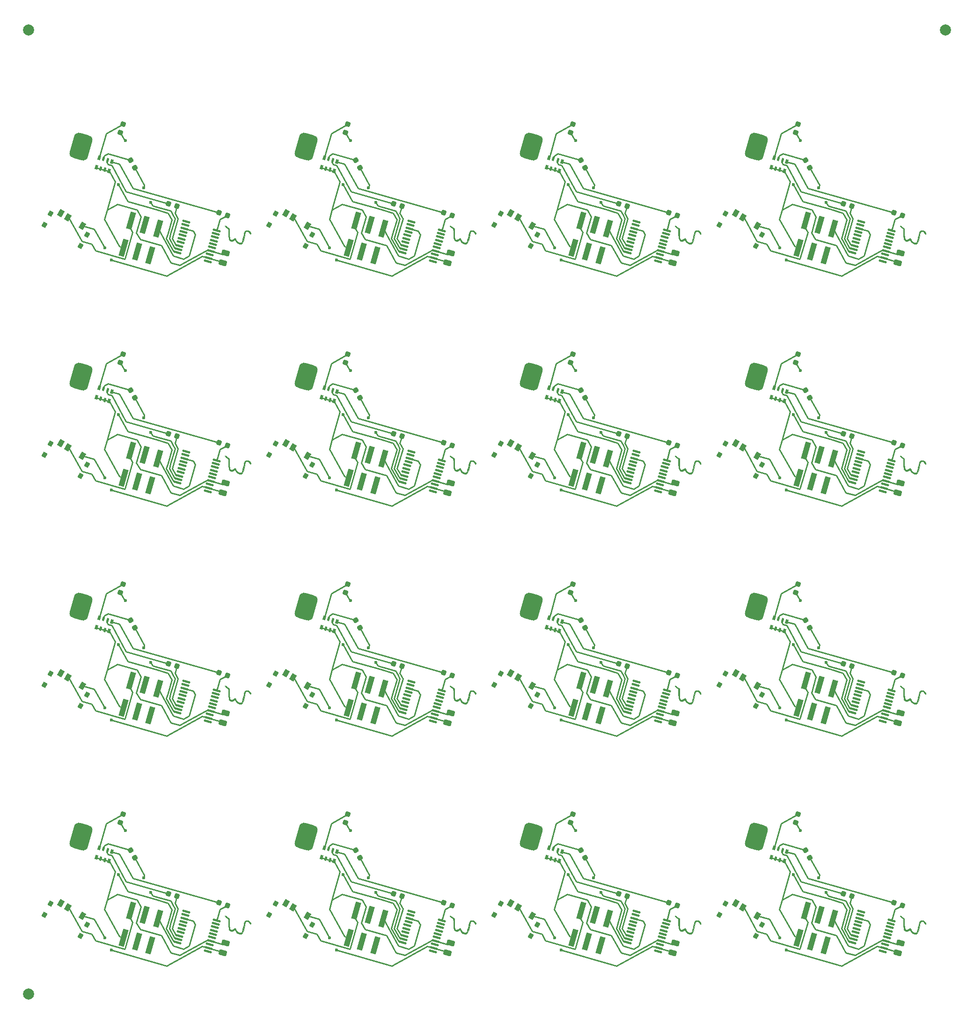
<source format=gbr>
%TF.GenerationSoftware,KiCad,Pcbnew,8.0.3*%
%TF.CreationDate,2024-07-16T13:25:19-05:00*%
%TF.ProjectId,DumpsterPanel,44756d70-7374-4657-9250-616e656c2e6b,rev?*%
%TF.SameCoordinates,Original*%
%TF.FileFunction,Copper,L2,Bot*%
%TF.FilePolarity,Positive*%
%FSLAX46Y46*%
G04 Gerber Fmt 4.6, Leading zero omitted, Abs format (unit mm)*
G04 Created by KiCad (PCBNEW 8.0.3) date 2024-07-16 13:25:19*
%MOMM*%
%LPD*%
G01*
G04 APERTURE LIST*
G04 Aperture macros list*
%AMRoundRect*
0 Rectangle with rounded corners*
0 $1 Rounding radius*
0 $2 $3 $4 $5 $6 $7 $8 $9 X,Y pos of 4 corners*
0 Add a 4 corners polygon primitive as box body*
4,1,4,$2,$3,$4,$5,$6,$7,$8,$9,$2,$3,0*
0 Add four circle primitives for the rounded corners*
1,1,$1+$1,$2,$3*
1,1,$1+$1,$4,$5*
1,1,$1+$1,$6,$7*
1,1,$1+$1,$8,$9*
0 Add four rect primitives between the rounded corners*
20,1,$1+$1,$2,$3,$4,$5,0*
20,1,$1+$1,$4,$5,$6,$7,0*
20,1,$1+$1,$6,$7,$8,$9,0*
20,1,$1+$1,$8,$9,$2,$3,0*%
%AMRotRect*
0 Rectangle, with rotation*
0 The origin of the aperture is its center*
0 $1 length*
0 $2 width*
0 $3 Rotation angle, in degrees counterclockwise*
0 Add horizontal line*
21,1,$1,$2,0,0,$3*%
G04 Aperture macros list end*
%TA.AperFunction,EtchedComponent*%
%ADD10C,0.010000*%
%TD*%
%TA.AperFunction,SMDPad,CuDef*%
%ADD11RotRect,0.800000X0.500000X254.000000*%
%TD*%
%TA.AperFunction,SMDPad,CuDef*%
%ADD12RotRect,0.800000X0.400000X254.000000*%
%TD*%
%TA.AperFunction,SMDPad,CuDef*%
%ADD13RoundRect,0.218750X-0.186028X0.280908X-0.306619X-0.139644X0.186028X-0.280908X0.306619X0.139644X0*%
%TD*%
%TA.AperFunction,SMDPad,CuDef*%
%ADD14RoundRect,0.850000X0.403616X-1.676184X1.230528X1.207601X-0.403616X1.676184X-1.230528X-1.207601X0*%
%TD*%
%TA.AperFunction,SMDPad,CuDef*%
%ADD15RotRect,0.900000X1.250000X330.000000*%
%TD*%
%TA.AperFunction,SMDPad,CuDef*%
%ADD16RotRect,0.800000X0.900000X330.000000*%
%TD*%
%TA.AperFunction,SMDPad,CuDef*%
%ADD17RoundRect,0.218750X-0.330173X0.067091X-0.118069X-0.315556X0.330173X-0.067091X0.118069X0.315556X0*%
%TD*%
%TA.AperFunction,SMDPad,CuDef*%
%ADD18RoundRect,0.250000X-0.387690X0.371243X-0.525509X-0.109388X0.387690X-0.371243X0.525509X0.109388X0*%
%TD*%
%TA.AperFunction,SMDPad,CuDef*%
%ADD19RoundRect,0.218750X-0.280908X-0.186028X0.139644X-0.306619X0.280908X0.186028X-0.139644X0.306619X0*%
%TD*%
%TA.AperFunction,SMDPad,CuDef*%
%ADD20RoundRect,0.100000X0.640368X-0.079593X-0.585241X0.271845X-0.640368X0.079593X0.585241X-0.271845X0*%
%TD*%
%TA.AperFunction,SMDPad,CuDef*%
%ADD21RotRect,3.150000X1.000000X254.000000*%
%TD*%
%TA.AperFunction,SMDPad,CuDef*%
%ADD22C,2.000000*%
%TD*%
%TA.AperFunction,ViaPad*%
%ADD23C,0.600000*%
%TD*%
%TA.AperFunction,Conductor*%
%ADD24C,0.250000*%
%TD*%
G04 APERTURE END LIST*
D10*
%TO.C,Ref\u002A\u002A*%
X141922593Y-99515914D02*
X142053623Y-99597458D01*
X142241512Y-99733113D01*
X142608017Y-100008262D01*
X142608212Y-100294808D01*
X142608220Y-100334372D01*
X142607948Y-100529960D01*
X142607281Y-100758065D01*
X142606331Y-100977113D01*
X142607075Y-101187196D01*
X142615604Y-101416060D01*
X142634880Y-101592443D01*
X142667169Y-101734815D01*
X142714734Y-101861647D01*
X142782097Y-101968987D01*
X142903867Y-102049868D01*
X143055396Y-102056081D01*
X143231077Y-101987760D01*
X143425306Y-101845034D01*
X143469413Y-101808478D01*
X143563051Y-101748314D01*
X143625667Y-101731816D01*
X143627529Y-101732475D01*
X143673097Y-101780624D01*
X143737159Y-101884363D01*
X143806464Y-102022398D01*
X143842406Y-102096155D01*
X143998672Y-102326212D01*
X144190882Y-102482450D01*
X144423881Y-102569164D01*
X144496164Y-102581336D01*
X144616291Y-102574451D01*
X144722230Y-102516531D01*
X144751417Y-102492770D01*
X144796809Y-102443471D01*
X144837024Y-102373915D01*
X144878724Y-102268694D01*
X144928571Y-102112396D01*
X144993225Y-101889608D01*
X145051721Y-101676291D01*
X145119680Y-101412005D01*
X145180018Y-101160982D01*
X145224331Y-100957123D01*
X145252137Y-100820967D01*
X145286789Y-100676369D01*
X145320780Y-100581311D01*
X145362002Y-100515523D01*
X145418342Y-100458738D01*
X145428526Y-100450005D01*
X145596073Y-100358854D01*
X145797497Y-100320550D01*
X145997740Y-100342147D01*
X146023313Y-100351087D01*
X146152977Y-100430473D01*
X146288751Y-100555237D01*
X146405949Y-100699930D01*
X146479885Y-100839111D01*
X146500265Y-100906527D01*
X146492797Y-100955352D01*
X146434860Y-100985240D01*
X146420183Y-100990114D01*
X146365932Y-100989870D01*
X146314212Y-100943102D01*
X146246003Y-100834639D01*
X146162731Y-100704339D01*
X146044615Y-100580208D01*
X145916708Y-100524302D01*
X145764874Y-100527600D01*
X145668709Y-100549782D01*
X145572518Y-100595068D01*
X145501627Y-100671317D01*
X145448269Y-100791907D01*
X145404676Y-100970213D01*
X145363084Y-101219613D01*
X145291809Y-101630032D01*
X145200573Y-102006694D01*
X145094774Y-102305982D01*
X144972905Y-102531294D01*
X144833461Y-102686037D01*
X144674935Y-102773609D01*
X144627188Y-102788076D01*
X144523011Y-102804328D01*
X144413891Y-102789192D01*
X144264284Y-102739740D01*
X144157635Y-102696251D01*
X143967980Y-102585649D01*
X143820114Y-102436233D01*
X143688651Y-102225315D01*
X143574023Y-102008429D01*
X143380173Y-102136433D01*
X143312857Y-102176406D01*
X143112288Y-102250723D01*
X142917261Y-102264027D01*
X142751069Y-102213466D01*
X142705858Y-102184058D01*
X142600719Y-102079632D01*
X142520312Y-101933076D01*
X142462687Y-101736151D01*
X142425891Y-101480616D01*
X142407973Y-101158230D01*
X142406980Y-100760753D01*
X142407762Y-100698022D01*
X142407409Y-100486063D01*
X142402631Y-100306915D01*
X142394086Y-100177851D01*
X142382431Y-100116144D01*
X142374351Y-100105349D01*
X142308979Y-100042997D01*
X142198804Y-99952081D01*
X142062519Y-99848254D01*
X142020170Y-99816783D01*
X141870105Y-99694287D01*
X141789671Y-99603095D01*
X141774458Y-99536657D01*
X141820050Y-99488426D01*
X141842943Y-99485297D01*
X141922593Y-99515914D01*
%TA.AperFunction,EtchedComponent*%
G36*
X141922593Y-99515914D02*
G01*
X142053623Y-99597458D01*
X142241512Y-99733113D01*
X142608017Y-100008262D01*
X142608212Y-100294808D01*
X142608220Y-100334372D01*
X142607948Y-100529960D01*
X142607281Y-100758065D01*
X142606331Y-100977113D01*
X142607075Y-101187196D01*
X142615604Y-101416060D01*
X142634880Y-101592443D01*
X142667169Y-101734815D01*
X142714734Y-101861647D01*
X142782097Y-101968987D01*
X142903867Y-102049868D01*
X143055396Y-102056081D01*
X143231077Y-101987760D01*
X143425306Y-101845034D01*
X143469413Y-101808478D01*
X143563051Y-101748314D01*
X143625667Y-101731816D01*
X143627529Y-101732475D01*
X143673097Y-101780624D01*
X143737159Y-101884363D01*
X143806464Y-102022398D01*
X143842406Y-102096155D01*
X143998672Y-102326212D01*
X144190882Y-102482450D01*
X144423881Y-102569164D01*
X144496164Y-102581336D01*
X144616291Y-102574451D01*
X144722230Y-102516531D01*
X144751417Y-102492770D01*
X144796809Y-102443471D01*
X144837024Y-102373915D01*
X144878724Y-102268694D01*
X144928571Y-102112396D01*
X144993225Y-101889608D01*
X145051721Y-101676291D01*
X145119680Y-101412005D01*
X145180018Y-101160982D01*
X145224331Y-100957123D01*
X145252137Y-100820967D01*
X145286789Y-100676369D01*
X145320780Y-100581311D01*
X145362002Y-100515523D01*
X145418342Y-100458738D01*
X145428526Y-100450005D01*
X145596073Y-100358854D01*
X145797497Y-100320550D01*
X145997740Y-100342147D01*
X146023313Y-100351087D01*
X146152977Y-100430473D01*
X146288751Y-100555237D01*
X146405949Y-100699930D01*
X146479885Y-100839111D01*
X146500265Y-100906527D01*
X146492797Y-100955352D01*
X146434860Y-100985240D01*
X146420183Y-100990114D01*
X146365932Y-100989870D01*
X146314212Y-100943102D01*
X146246003Y-100834639D01*
X146162731Y-100704339D01*
X146044615Y-100580208D01*
X145916708Y-100524302D01*
X145764874Y-100527600D01*
X145668709Y-100549782D01*
X145572518Y-100595068D01*
X145501627Y-100671317D01*
X145448269Y-100791907D01*
X145404676Y-100970213D01*
X145363084Y-101219613D01*
X145291809Y-101630032D01*
X145200573Y-102006694D01*
X145094774Y-102305982D01*
X144972905Y-102531294D01*
X144833461Y-102686037D01*
X144674935Y-102773609D01*
X144627188Y-102788076D01*
X144523011Y-102804328D01*
X144413891Y-102789192D01*
X144264284Y-102739740D01*
X144157635Y-102696251D01*
X143967980Y-102585649D01*
X143820114Y-102436233D01*
X143688651Y-102225315D01*
X143574023Y-102008429D01*
X143380173Y-102136433D01*
X143312857Y-102176406D01*
X143112288Y-102250723D01*
X142917261Y-102264027D01*
X142751069Y-102213466D01*
X142705858Y-102184058D01*
X142600719Y-102079632D01*
X142520312Y-101933076D01*
X142462687Y-101736151D01*
X142425891Y-101480616D01*
X142407973Y-101158230D01*
X142406980Y-100760753D01*
X142407762Y-100698022D01*
X142407409Y-100486063D01*
X142402631Y-100306915D01*
X142394086Y-100177851D01*
X142382431Y-100116144D01*
X142374351Y-100105349D01*
X142308979Y-100042997D01*
X142198804Y-99952081D01*
X142062519Y-99848254D01*
X142020170Y-99816783D01*
X141870105Y-99694287D01*
X141789671Y-99603095D01*
X141774458Y-99536657D01*
X141820050Y-99488426D01*
X141842943Y-99485297D01*
X141922593Y-99515914D01*
G37*
%TD.AperFunction*%
X141922593Y-182661032D02*
X142053623Y-182742576D01*
X142241512Y-182878231D01*
X142608017Y-183153380D01*
X142608212Y-183439926D01*
X142608220Y-183479490D01*
X142607948Y-183675078D01*
X142607281Y-183903183D01*
X142606331Y-184122231D01*
X142607075Y-184332314D01*
X142615604Y-184561178D01*
X142634880Y-184737561D01*
X142667169Y-184879933D01*
X142714734Y-185006765D01*
X142782097Y-185114105D01*
X142903867Y-185194986D01*
X143055396Y-185201199D01*
X143231077Y-185132878D01*
X143425306Y-184990152D01*
X143469413Y-184953596D01*
X143563051Y-184893432D01*
X143625667Y-184876934D01*
X143627529Y-184877593D01*
X143673097Y-184925742D01*
X143737159Y-185029481D01*
X143806464Y-185167516D01*
X143842406Y-185241273D01*
X143998672Y-185471330D01*
X144190882Y-185627568D01*
X144423881Y-185714282D01*
X144496164Y-185726454D01*
X144616291Y-185719569D01*
X144722230Y-185661649D01*
X144751417Y-185637888D01*
X144796809Y-185588589D01*
X144837024Y-185519033D01*
X144878724Y-185413812D01*
X144928571Y-185257514D01*
X144993225Y-185034726D01*
X145051721Y-184821409D01*
X145119680Y-184557123D01*
X145180018Y-184306100D01*
X145224331Y-184102241D01*
X145252137Y-183966085D01*
X145286789Y-183821487D01*
X145320780Y-183726429D01*
X145362002Y-183660641D01*
X145418342Y-183603856D01*
X145428526Y-183595123D01*
X145596073Y-183503972D01*
X145797497Y-183465668D01*
X145997740Y-183487265D01*
X146023313Y-183496205D01*
X146152977Y-183575591D01*
X146288751Y-183700355D01*
X146405949Y-183845048D01*
X146479885Y-183984229D01*
X146500265Y-184051645D01*
X146492797Y-184100470D01*
X146434860Y-184130358D01*
X146420183Y-184135232D01*
X146365932Y-184134988D01*
X146314212Y-184088220D01*
X146246003Y-183979757D01*
X146162731Y-183849457D01*
X146044615Y-183725326D01*
X145916708Y-183669420D01*
X145764874Y-183672718D01*
X145668709Y-183694900D01*
X145572518Y-183740186D01*
X145501627Y-183816435D01*
X145448269Y-183937025D01*
X145404676Y-184115331D01*
X145363084Y-184364731D01*
X145291809Y-184775150D01*
X145200573Y-185151812D01*
X145094774Y-185451100D01*
X144972905Y-185676412D01*
X144833461Y-185831155D01*
X144674935Y-185918727D01*
X144627188Y-185933194D01*
X144523011Y-185949446D01*
X144413891Y-185934310D01*
X144264284Y-185884858D01*
X144157635Y-185841369D01*
X143967980Y-185730767D01*
X143820114Y-185581351D01*
X143688651Y-185370433D01*
X143574023Y-185153547D01*
X143380173Y-185281551D01*
X143312857Y-185321524D01*
X143112288Y-185395841D01*
X142917261Y-185409145D01*
X142751069Y-185358584D01*
X142705858Y-185329176D01*
X142600719Y-185224750D01*
X142520312Y-185078194D01*
X142462687Y-184881269D01*
X142425891Y-184625734D01*
X142407973Y-184303348D01*
X142406980Y-183905871D01*
X142407762Y-183843140D01*
X142407409Y-183631181D01*
X142402631Y-183452033D01*
X142394086Y-183322969D01*
X142382431Y-183261262D01*
X142374351Y-183250467D01*
X142308979Y-183188115D01*
X142198804Y-183097199D01*
X142062519Y-182993372D01*
X142020170Y-182961901D01*
X141870105Y-182839405D01*
X141789671Y-182748213D01*
X141774458Y-182681775D01*
X141820050Y-182633544D01*
X141842943Y-182630415D01*
X141922593Y-182661032D01*
%TA.AperFunction,EtchedComponent*%
G36*
X141922593Y-182661032D02*
G01*
X142053623Y-182742576D01*
X142241512Y-182878231D01*
X142608017Y-183153380D01*
X142608212Y-183439926D01*
X142608220Y-183479490D01*
X142607948Y-183675078D01*
X142607281Y-183903183D01*
X142606331Y-184122231D01*
X142607075Y-184332314D01*
X142615604Y-184561178D01*
X142634880Y-184737561D01*
X142667169Y-184879933D01*
X142714734Y-185006765D01*
X142782097Y-185114105D01*
X142903867Y-185194986D01*
X143055396Y-185201199D01*
X143231077Y-185132878D01*
X143425306Y-184990152D01*
X143469413Y-184953596D01*
X143563051Y-184893432D01*
X143625667Y-184876934D01*
X143627529Y-184877593D01*
X143673097Y-184925742D01*
X143737159Y-185029481D01*
X143806464Y-185167516D01*
X143842406Y-185241273D01*
X143998672Y-185471330D01*
X144190882Y-185627568D01*
X144423881Y-185714282D01*
X144496164Y-185726454D01*
X144616291Y-185719569D01*
X144722230Y-185661649D01*
X144751417Y-185637888D01*
X144796809Y-185588589D01*
X144837024Y-185519033D01*
X144878724Y-185413812D01*
X144928571Y-185257514D01*
X144993225Y-185034726D01*
X145051721Y-184821409D01*
X145119680Y-184557123D01*
X145180018Y-184306100D01*
X145224331Y-184102241D01*
X145252137Y-183966085D01*
X145286789Y-183821487D01*
X145320780Y-183726429D01*
X145362002Y-183660641D01*
X145418342Y-183603856D01*
X145428526Y-183595123D01*
X145596073Y-183503972D01*
X145797497Y-183465668D01*
X145997740Y-183487265D01*
X146023313Y-183496205D01*
X146152977Y-183575591D01*
X146288751Y-183700355D01*
X146405949Y-183845048D01*
X146479885Y-183984229D01*
X146500265Y-184051645D01*
X146492797Y-184100470D01*
X146434860Y-184130358D01*
X146420183Y-184135232D01*
X146365932Y-184134988D01*
X146314212Y-184088220D01*
X146246003Y-183979757D01*
X146162731Y-183849457D01*
X146044615Y-183725326D01*
X145916708Y-183669420D01*
X145764874Y-183672718D01*
X145668709Y-183694900D01*
X145572518Y-183740186D01*
X145501627Y-183816435D01*
X145448269Y-183937025D01*
X145404676Y-184115331D01*
X145363084Y-184364731D01*
X145291809Y-184775150D01*
X145200573Y-185151812D01*
X145094774Y-185451100D01*
X144972905Y-185676412D01*
X144833461Y-185831155D01*
X144674935Y-185918727D01*
X144627188Y-185933194D01*
X144523011Y-185949446D01*
X144413891Y-185934310D01*
X144264284Y-185884858D01*
X144157635Y-185841369D01*
X143967980Y-185730767D01*
X143820114Y-185581351D01*
X143688651Y-185370433D01*
X143574023Y-185153547D01*
X143380173Y-185281551D01*
X143312857Y-185321524D01*
X143112288Y-185395841D01*
X142917261Y-185409145D01*
X142751069Y-185358584D01*
X142705858Y-185329176D01*
X142600719Y-185224750D01*
X142520312Y-185078194D01*
X142462687Y-184881269D01*
X142425891Y-184625734D01*
X142407973Y-184303348D01*
X142406980Y-183905871D01*
X142407762Y-183843140D01*
X142407409Y-183631181D01*
X142402631Y-183452033D01*
X142394086Y-183322969D01*
X142382431Y-183261262D01*
X142374351Y-183250467D01*
X142308979Y-183188115D01*
X142198804Y-183097199D01*
X142062519Y-182993372D01*
X142020170Y-182961901D01*
X141870105Y-182839405D01*
X141789671Y-182748213D01*
X141774458Y-182681775D01*
X141820050Y-182633544D01*
X141842943Y-182630415D01*
X141922593Y-182661032D01*
G37*
%TD.AperFunction*%
X223327737Y-57943355D02*
X223458767Y-58024899D01*
X223646656Y-58160554D01*
X224013161Y-58435703D01*
X224013356Y-58722249D01*
X224013364Y-58761813D01*
X224013092Y-58957401D01*
X224012425Y-59185506D01*
X224011475Y-59404554D01*
X224012219Y-59614637D01*
X224020748Y-59843501D01*
X224040024Y-60019884D01*
X224072313Y-60162256D01*
X224119878Y-60289088D01*
X224187241Y-60396428D01*
X224309011Y-60477309D01*
X224460540Y-60483522D01*
X224636221Y-60415201D01*
X224830450Y-60272475D01*
X224874557Y-60235919D01*
X224968195Y-60175755D01*
X225030811Y-60159257D01*
X225032673Y-60159916D01*
X225078241Y-60208065D01*
X225142303Y-60311804D01*
X225211608Y-60449839D01*
X225247550Y-60523596D01*
X225403816Y-60753653D01*
X225596026Y-60909891D01*
X225829025Y-60996605D01*
X225901308Y-61008777D01*
X226021435Y-61001892D01*
X226127374Y-60943972D01*
X226156561Y-60920211D01*
X226201953Y-60870912D01*
X226242168Y-60801356D01*
X226283868Y-60696135D01*
X226333715Y-60539837D01*
X226398369Y-60317049D01*
X226456865Y-60103732D01*
X226524824Y-59839446D01*
X226585162Y-59588423D01*
X226629475Y-59384564D01*
X226657281Y-59248408D01*
X226691933Y-59103810D01*
X226725924Y-59008752D01*
X226767146Y-58942964D01*
X226823486Y-58886179D01*
X226833670Y-58877446D01*
X227001217Y-58786295D01*
X227202641Y-58747991D01*
X227402884Y-58769588D01*
X227428457Y-58778528D01*
X227558121Y-58857914D01*
X227693895Y-58982678D01*
X227811093Y-59127371D01*
X227885029Y-59266552D01*
X227905409Y-59333968D01*
X227897941Y-59382793D01*
X227840004Y-59412681D01*
X227825327Y-59417555D01*
X227771076Y-59417311D01*
X227719356Y-59370543D01*
X227651147Y-59262080D01*
X227567875Y-59131780D01*
X227449759Y-59007649D01*
X227321852Y-58951743D01*
X227170018Y-58955041D01*
X227073853Y-58977223D01*
X226977662Y-59022509D01*
X226906771Y-59098758D01*
X226853413Y-59219348D01*
X226809820Y-59397654D01*
X226768228Y-59647054D01*
X226696953Y-60057473D01*
X226605717Y-60434135D01*
X226499918Y-60733423D01*
X226378049Y-60958735D01*
X226238605Y-61113478D01*
X226080079Y-61201050D01*
X226032332Y-61215517D01*
X225928155Y-61231769D01*
X225819035Y-61216633D01*
X225669428Y-61167181D01*
X225562779Y-61123692D01*
X225373124Y-61013090D01*
X225225258Y-60863674D01*
X225093795Y-60652756D01*
X224979167Y-60435870D01*
X224785317Y-60563874D01*
X224718001Y-60603847D01*
X224517432Y-60678164D01*
X224322405Y-60691468D01*
X224156213Y-60640907D01*
X224111002Y-60611499D01*
X224005863Y-60507073D01*
X223925456Y-60360517D01*
X223867831Y-60163592D01*
X223831035Y-59908057D01*
X223813117Y-59585671D01*
X223812124Y-59188194D01*
X223812906Y-59125463D01*
X223812553Y-58913504D01*
X223807775Y-58734356D01*
X223799230Y-58605292D01*
X223787575Y-58543585D01*
X223779495Y-58532790D01*
X223714123Y-58470438D01*
X223603948Y-58379522D01*
X223467663Y-58275695D01*
X223425314Y-58244224D01*
X223275249Y-58121728D01*
X223194815Y-58030536D01*
X223179602Y-57964098D01*
X223225194Y-57915867D01*
X223248087Y-57912738D01*
X223327737Y-57943355D01*
%TA.AperFunction,EtchedComponent*%
G36*
X223327737Y-57943355D02*
G01*
X223458767Y-58024899D01*
X223646656Y-58160554D01*
X224013161Y-58435703D01*
X224013356Y-58722249D01*
X224013364Y-58761813D01*
X224013092Y-58957401D01*
X224012425Y-59185506D01*
X224011475Y-59404554D01*
X224012219Y-59614637D01*
X224020748Y-59843501D01*
X224040024Y-60019884D01*
X224072313Y-60162256D01*
X224119878Y-60289088D01*
X224187241Y-60396428D01*
X224309011Y-60477309D01*
X224460540Y-60483522D01*
X224636221Y-60415201D01*
X224830450Y-60272475D01*
X224874557Y-60235919D01*
X224968195Y-60175755D01*
X225030811Y-60159257D01*
X225032673Y-60159916D01*
X225078241Y-60208065D01*
X225142303Y-60311804D01*
X225211608Y-60449839D01*
X225247550Y-60523596D01*
X225403816Y-60753653D01*
X225596026Y-60909891D01*
X225829025Y-60996605D01*
X225901308Y-61008777D01*
X226021435Y-61001892D01*
X226127374Y-60943972D01*
X226156561Y-60920211D01*
X226201953Y-60870912D01*
X226242168Y-60801356D01*
X226283868Y-60696135D01*
X226333715Y-60539837D01*
X226398369Y-60317049D01*
X226456865Y-60103732D01*
X226524824Y-59839446D01*
X226585162Y-59588423D01*
X226629475Y-59384564D01*
X226657281Y-59248408D01*
X226691933Y-59103810D01*
X226725924Y-59008752D01*
X226767146Y-58942964D01*
X226823486Y-58886179D01*
X226833670Y-58877446D01*
X227001217Y-58786295D01*
X227202641Y-58747991D01*
X227402884Y-58769588D01*
X227428457Y-58778528D01*
X227558121Y-58857914D01*
X227693895Y-58982678D01*
X227811093Y-59127371D01*
X227885029Y-59266552D01*
X227905409Y-59333968D01*
X227897941Y-59382793D01*
X227840004Y-59412681D01*
X227825327Y-59417555D01*
X227771076Y-59417311D01*
X227719356Y-59370543D01*
X227651147Y-59262080D01*
X227567875Y-59131780D01*
X227449759Y-59007649D01*
X227321852Y-58951743D01*
X227170018Y-58955041D01*
X227073853Y-58977223D01*
X226977662Y-59022509D01*
X226906771Y-59098758D01*
X226853413Y-59219348D01*
X226809820Y-59397654D01*
X226768228Y-59647054D01*
X226696953Y-60057473D01*
X226605717Y-60434135D01*
X226499918Y-60733423D01*
X226378049Y-60958735D01*
X226238605Y-61113478D01*
X226080079Y-61201050D01*
X226032332Y-61215517D01*
X225928155Y-61231769D01*
X225819035Y-61216633D01*
X225669428Y-61167181D01*
X225562779Y-61123692D01*
X225373124Y-61013090D01*
X225225258Y-60863674D01*
X225093795Y-60652756D01*
X224979167Y-60435870D01*
X224785317Y-60563874D01*
X224718001Y-60603847D01*
X224517432Y-60678164D01*
X224322405Y-60691468D01*
X224156213Y-60640907D01*
X224111002Y-60611499D01*
X224005863Y-60507073D01*
X223925456Y-60360517D01*
X223867831Y-60163592D01*
X223831035Y-59908057D01*
X223813117Y-59585671D01*
X223812124Y-59188194D01*
X223812906Y-59125463D01*
X223812553Y-58913504D01*
X223807775Y-58734356D01*
X223799230Y-58605292D01*
X223787575Y-58543585D01*
X223779495Y-58532790D01*
X223714123Y-58470438D01*
X223603948Y-58379522D01*
X223467663Y-58275695D01*
X223425314Y-58244224D01*
X223275249Y-58121728D01*
X223194815Y-58030536D01*
X223179602Y-57964098D01*
X223225194Y-57915867D01*
X223248087Y-57912738D01*
X223327737Y-57943355D01*
G37*
%TD.AperFunction*%
X182625165Y-57943355D02*
X182756195Y-58024899D01*
X182944084Y-58160554D01*
X183310589Y-58435703D01*
X183310784Y-58722249D01*
X183310792Y-58761813D01*
X183310520Y-58957401D01*
X183309853Y-59185506D01*
X183308903Y-59404554D01*
X183309647Y-59614637D01*
X183318176Y-59843501D01*
X183337452Y-60019884D01*
X183369741Y-60162256D01*
X183417306Y-60289088D01*
X183484669Y-60396428D01*
X183606439Y-60477309D01*
X183757968Y-60483522D01*
X183933649Y-60415201D01*
X184127878Y-60272475D01*
X184171985Y-60235919D01*
X184265623Y-60175755D01*
X184328239Y-60159257D01*
X184330101Y-60159916D01*
X184375669Y-60208065D01*
X184439731Y-60311804D01*
X184509036Y-60449839D01*
X184544978Y-60523596D01*
X184701244Y-60753653D01*
X184893454Y-60909891D01*
X185126453Y-60996605D01*
X185198736Y-61008777D01*
X185318863Y-61001892D01*
X185424802Y-60943972D01*
X185453989Y-60920211D01*
X185499381Y-60870912D01*
X185539596Y-60801356D01*
X185581296Y-60696135D01*
X185631143Y-60539837D01*
X185695797Y-60317049D01*
X185754293Y-60103732D01*
X185822252Y-59839446D01*
X185882590Y-59588423D01*
X185926903Y-59384564D01*
X185954709Y-59248408D01*
X185989361Y-59103810D01*
X186023352Y-59008752D01*
X186064574Y-58942964D01*
X186120914Y-58886179D01*
X186131098Y-58877446D01*
X186298645Y-58786295D01*
X186500069Y-58747991D01*
X186700312Y-58769588D01*
X186725885Y-58778528D01*
X186855549Y-58857914D01*
X186991323Y-58982678D01*
X187108521Y-59127371D01*
X187182457Y-59266552D01*
X187202837Y-59333968D01*
X187195369Y-59382793D01*
X187137432Y-59412681D01*
X187122755Y-59417555D01*
X187068504Y-59417311D01*
X187016784Y-59370543D01*
X186948575Y-59262080D01*
X186865303Y-59131780D01*
X186747187Y-59007649D01*
X186619280Y-58951743D01*
X186467446Y-58955041D01*
X186371281Y-58977223D01*
X186275090Y-59022509D01*
X186204199Y-59098758D01*
X186150841Y-59219348D01*
X186107248Y-59397654D01*
X186065656Y-59647054D01*
X185994381Y-60057473D01*
X185903145Y-60434135D01*
X185797346Y-60733423D01*
X185675477Y-60958735D01*
X185536033Y-61113478D01*
X185377507Y-61201050D01*
X185329760Y-61215517D01*
X185225583Y-61231769D01*
X185116463Y-61216633D01*
X184966856Y-61167181D01*
X184860207Y-61123692D01*
X184670552Y-61013090D01*
X184522686Y-60863674D01*
X184391223Y-60652756D01*
X184276595Y-60435870D01*
X184082745Y-60563874D01*
X184015429Y-60603847D01*
X183814860Y-60678164D01*
X183619833Y-60691468D01*
X183453641Y-60640907D01*
X183408430Y-60611499D01*
X183303291Y-60507073D01*
X183222884Y-60360517D01*
X183165259Y-60163592D01*
X183128463Y-59908057D01*
X183110545Y-59585671D01*
X183109552Y-59188194D01*
X183110334Y-59125463D01*
X183109981Y-58913504D01*
X183105203Y-58734356D01*
X183096658Y-58605292D01*
X183085003Y-58543585D01*
X183076923Y-58532790D01*
X183011551Y-58470438D01*
X182901376Y-58379522D01*
X182765091Y-58275695D01*
X182722742Y-58244224D01*
X182572677Y-58121728D01*
X182492243Y-58030536D01*
X182477030Y-57964098D01*
X182522622Y-57915867D01*
X182545515Y-57912738D01*
X182625165Y-57943355D01*
%TA.AperFunction,EtchedComponent*%
G36*
X182625165Y-57943355D02*
G01*
X182756195Y-58024899D01*
X182944084Y-58160554D01*
X183310589Y-58435703D01*
X183310784Y-58722249D01*
X183310792Y-58761813D01*
X183310520Y-58957401D01*
X183309853Y-59185506D01*
X183308903Y-59404554D01*
X183309647Y-59614637D01*
X183318176Y-59843501D01*
X183337452Y-60019884D01*
X183369741Y-60162256D01*
X183417306Y-60289088D01*
X183484669Y-60396428D01*
X183606439Y-60477309D01*
X183757968Y-60483522D01*
X183933649Y-60415201D01*
X184127878Y-60272475D01*
X184171985Y-60235919D01*
X184265623Y-60175755D01*
X184328239Y-60159257D01*
X184330101Y-60159916D01*
X184375669Y-60208065D01*
X184439731Y-60311804D01*
X184509036Y-60449839D01*
X184544978Y-60523596D01*
X184701244Y-60753653D01*
X184893454Y-60909891D01*
X185126453Y-60996605D01*
X185198736Y-61008777D01*
X185318863Y-61001892D01*
X185424802Y-60943972D01*
X185453989Y-60920211D01*
X185499381Y-60870912D01*
X185539596Y-60801356D01*
X185581296Y-60696135D01*
X185631143Y-60539837D01*
X185695797Y-60317049D01*
X185754293Y-60103732D01*
X185822252Y-59839446D01*
X185882590Y-59588423D01*
X185926903Y-59384564D01*
X185954709Y-59248408D01*
X185989361Y-59103810D01*
X186023352Y-59008752D01*
X186064574Y-58942964D01*
X186120914Y-58886179D01*
X186131098Y-58877446D01*
X186298645Y-58786295D01*
X186500069Y-58747991D01*
X186700312Y-58769588D01*
X186725885Y-58778528D01*
X186855549Y-58857914D01*
X186991323Y-58982678D01*
X187108521Y-59127371D01*
X187182457Y-59266552D01*
X187202837Y-59333968D01*
X187195369Y-59382793D01*
X187137432Y-59412681D01*
X187122755Y-59417555D01*
X187068504Y-59417311D01*
X187016784Y-59370543D01*
X186948575Y-59262080D01*
X186865303Y-59131780D01*
X186747187Y-59007649D01*
X186619280Y-58951743D01*
X186467446Y-58955041D01*
X186371281Y-58977223D01*
X186275090Y-59022509D01*
X186204199Y-59098758D01*
X186150841Y-59219348D01*
X186107248Y-59397654D01*
X186065656Y-59647054D01*
X185994381Y-60057473D01*
X185903145Y-60434135D01*
X185797346Y-60733423D01*
X185675477Y-60958735D01*
X185536033Y-61113478D01*
X185377507Y-61201050D01*
X185329760Y-61215517D01*
X185225583Y-61231769D01*
X185116463Y-61216633D01*
X184966856Y-61167181D01*
X184860207Y-61123692D01*
X184670552Y-61013090D01*
X184522686Y-60863674D01*
X184391223Y-60652756D01*
X184276595Y-60435870D01*
X184082745Y-60563874D01*
X184015429Y-60603847D01*
X183814860Y-60678164D01*
X183619833Y-60691468D01*
X183453641Y-60640907D01*
X183408430Y-60611499D01*
X183303291Y-60507073D01*
X183222884Y-60360517D01*
X183165259Y-60163592D01*
X183128463Y-59908057D01*
X183110545Y-59585671D01*
X183109552Y-59188194D01*
X183110334Y-59125463D01*
X183109981Y-58913504D01*
X183105203Y-58734356D01*
X183096658Y-58605292D01*
X183085003Y-58543585D01*
X183076923Y-58532790D01*
X183011551Y-58470438D01*
X182901376Y-58379522D01*
X182765091Y-58275695D01*
X182722742Y-58244224D01*
X182572677Y-58121728D01*
X182492243Y-58030536D01*
X182477030Y-57964098D01*
X182522622Y-57915867D01*
X182545515Y-57912738D01*
X182625165Y-57943355D01*
G37*
%TD.AperFunction*%
X182625165Y-141088473D02*
X182756195Y-141170017D01*
X182944084Y-141305672D01*
X183310589Y-141580821D01*
X183310784Y-141867367D01*
X183310792Y-141906931D01*
X183310520Y-142102519D01*
X183309853Y-142330624D01*
X183308903Y-142549672D01*
X183309647Y-142759755D01*
X183318176Y-142988619D01*
X183337452Y-143165002D01*
X183369741Y-143307374D01*
X183417306Y-143434206D01*
X183484669Y-143541546D01*
X183606439Y-143622427D01*
X183757968Y-143628640D01*
X183933649Y-143560319D01*
X184127878Y-143417593D01*
X184171985Y-143381037D01*
X184265623Y-143320873D01*
X184328239Y-143304375D01*
X184330101Y-143305034D01*
X184375669Y-143353183D01*
X184439731Y-143456922D01*
X184509036Y-143594957D01*
X184544978Y-143668714D01*
X184701244Y-143898771D01*
X184893454Y-144055009D01*
X185126453Y-144141723D01*
X185198736Y-144153895D01*
X185318863Y-144147010D01*
X185424802Y-144089090D01*
X185453989Y-144065329D01*
X185499381Y-144016030D01*
X185539596Y-143946474D01*
X185581296Y-143841253D01*
X185631143Y-143684955D01*
X185695797Y-143462167D01*
X185754293Y-143248850D01*
X185822252Y-142984564D01*
X185882590Y-142733541D01*
X185926903Y-142529682D01*
X185954709Y-142393526D01*
X185989361Y-142248928D01*
X186023352Y-142153870D01*
X186064574Y-142088082D01*
X186120914Y-142031297D01*
X186131098Y-142022564D01*
X186298645Y-141931413D01*
X186500069Y-141893109D01*
X186700312Y-141914706D01*
X186725885Y-141923646D01*
X186855549Y-142003032D01*
X186991323Y-142127796D01*
X187108521Y-142272489D01*
X187182457Y-142411670D01*
X187202837Y-142479086D01*
X187195369Y-142527911D01*
X187137432Y-142557799D01*
X187122755Y-142562673D01*
X187068504Y-142562429D01*
X187016784Y-142515661D01*
X186948575Y-142407198D01*
X186865303Y-142276898D01*
X186747187Y-142152767D01*
X186619280Y-142096861D01*
X186467446Y-142100159D01*
X186371281Y-142122341D01*
X186275090Y-142167627D01*
X186204199Y-142243876D01*
X186150841Y-142364466D01*
X186107248Y-142542772D01*
X186065656Y-142792172D01*
X185994381Y-143202591D01*
X185903145Y-143579253D01*
X185797346Y-143878541D01*
X185675477Y-144103853D01*
X185536033Y-144258596D01*
X185377507Y-144346168D01*
X185329760Y-144360635D01*
X185225583Y-144376887D01*
X185116463Y-144361751D01*
X184966856Y-144312299D01*
X184860207Y-144268810D01*
X184670552Y-144158208D01*
X184522686Y-144008792D01*
X184391223Y-143797874D01*
X184276595Y-143580988D01*
X184082745Y-143708992D01*
X184015429Y-143748965D01*
X183814860Y-143823282D01*
X183619833Y-143836586D01*
X183453641Y-143786025D01*
X183408430Y-143756617D01*
X183303291Y-143652191D01*
X183222884Y-143505635D01*
X183165259Y-143308710D01*
X183128463Y-143053175D01*
X183110545Y-142730789D01*
X183109552Y-142333312D01*
X183110334Y-142270581D01*
X183109981Y-142058622D01*
X183105203Y-141879474D01*
X183096658Y-141750410D01*
X183085003Y-141688703D01*
X183076923Y-141677908D01*
X183011551Y-141615556D01*
X182901376Y-141524640D01*
X182765091Y-141420813D01*
X182722742Y-141389342D01*
X182572677Y-141266846D01*
X182492243Y-141175654D01*
X182477030Y-141109216D01*
X182522622Y-141060985D01*
X182545515Y-141057856D01*
X182625165Y-141088473D01*
%TA.AperFunction,EtchedComponent*%
G36*
X182625165Y-141088473D02*
G01*
X182756195Y-141170017D01*
X182944084Y-141305672D01*
X183310589Y-141580821D01*
X183310784Y-141867367D01*
X183310792Y-141906931D01*
X183310520Y-142102519D01*
X183309853Y-142330624D01*
X183308903Y-142549672D01*
X183309647Y-142759755D01*
X183318176Y-142988619D01*
X183337452Y-143165002D01*
X183369741Y-143307374D01*
X183417306Y-143434206D01*
X183484669Y-143541546D01*
X183606439Y-143622427D01*
X183757968Y-143628640D01*
X183933649Y-143560319D01*
X184127878Y-143417593D01*
X184171985Y-143381037D01*
X184265623Y-143320873D01*
X184328239Y-143304375D01*
X184330101Y-143305034D01*
X184375669Y-143353183D01*
X184439731Y-143456922D01*
X184509036Y-143594957D01*
X184544978Y-143668714D01*
X184701244Y-143898771D01*
X184893454Y-144055009D01*
X185126453Y-144141723D01*
X185198736Y-144153895D01*
X185318863Y-144147010D01*
X185424802Y-144089090D01*
X185453989Y-144065329D01*
X185499381Y-144016030D01*
X185539596Y-143946474D01*
X185581296Y-143841253D01*
X185631143Y-143684955D01*
X185695797Y-143462167D01*
X185754293Y-143248850D01*
X185822252Y-142984564D01*
X185882590Y-142733541D01*
X185926903Y-142529682D01*
X185954709Y-142393526D01*
X185989361Y-142248928D01*
X186023352Y-142153870D01*
X186064574Y-142088082D01*
X186120914Y-142031297D01*
X186131098Y-142022564D01*
X186298645Y-141931413D01*
X186500069Y-141893109D01*
X186700312Y-141914706D01*
X186725885Y-141923646D01*
X186855549Y-142003032D01*
X186991323Y-142127796D01*
X187108521Y-142272489D01*
X187182457Y-142411670D01*
X187202837Y-142479086D01*
X187195369Y-142527911D01*
X187137432Y-142557799D01*
X187122755Y-142562673D01*
X187068504Y-142562429D01*
X187016784Y-142515661D01*
X186948575Y-142407198D01*
X186865303Y-142276898D01*
X186747187Y-142152767D01*
X186619280Y-142096861D01*
X186467446Y-142100159D01*
X186371281Y-142122341D01*
X186275090Y-142167627D01*
X186204199Y-142243876D01*
X186150841Y-142364466D01*
X186107248Y-142542772D01*
X186065656Y-142792172D01*
X185994381Y-143202591D01*
X185903145Y-143579253D01*
X185797346Y-143878541D01*
X185675477Y-144103853D01*
X185536033Y-144258596D01*
X185377507Y-144346168D01*
X185329760Y-144360635D01*
X185225583Y-144376887D01*
X185116463Y-144361751D01*
X184966856Y-144312299D01*
X184860207Y-144268810D01*
X184670552Y-144158208D01*
X184522686Y-144008792D01*
X184391223Y-143797874D01*
X184276595Y-143580988D01*
X184082745Y-143708992D01*
X184015429Y-143748965D01*
X183814860Y-143823282D01*
X183619833Y-143836586D01*
X183453641Y-143786025D01*
X183408430Y-143756617D01*
X183303291Y-143652191D01*
X183222884Y-143505635D01*
X183165259Y-143308710D01*
X183128463Y-143053175D01*
X183110545Y-142730789D01*
X183109552Y-142333312D01*
X183110334Y-142270581D01*
X183109981Y-142058622D01*
X183105203Y-141879474D01*
X183096658Y-141750410D01*
X183085003Y-141688703D01*
X183076923Y-141677908D01*
X183011551Y-141615556D01*
X182901376Y-141524640D01*
X182765091Y-141420813D01*
X182722742Y-141389342D01*
X182572677Y-141266846D01*
X182492243Y-141175654D01*
X182477030Y-141109216D01*
X182522622Y-141060985D01*
X182545515Y-141057856D01*
X182625165Y-141088473D01*
G37*
%TD.AperFunction*%
X223327737Y-99515914D02*
X223458767Y-99597458D01*
X223646656Y-99733113D01*
X224013161Y-100008262D01*
X224013356Y-100294808D01*
X224013364Y-100334372D01*
X224013092Y-100529960D01*
X224012425Y-100758065D01*
X224011475Y-100977113D01*
X224012219Y-101187196D01*
X224020748Y-101416060D01*
X224040024Y-101592443D01*
X224072313Y-101734815D01*
X224119878Y-101861647D01*
X224187241Y-101968987D01*
X224309011Y-102049868D01*
X224460540Y-102056081D01*
X224636221Y-101987760D01*
X224830450Y-101845034D01*
X224874557Y-101808478D01*
X224968195Y-101748314D01*
X225030811Y-101731816D01*
X225032673Y-101732475D01*
X225078241Y-101780624D01*
X225142303Y-101884363D01*
X225211608Y-102022398D01*
X225247550Y-102096155D01*
X225403816Y-102326212D01*
X225596026Y-102482450D01*
X225829025Y-102569164D01*
X225901308Y-102581336D01*
X226021435Y-102574451D01*
X226127374Y-102516531D01*
X226156561Y-102492770D01*
X226201953Y-102443471D01*
X226242168Y-102373915D01*
X226283868Y-102268694D01*
X226333715Y-102112396D01*
X226398369Y-101889608D01*
X226456865Y-101676291D01*
X226524824Y-101412005D01*
X226585162Y-101160982D01*
X226629475Y-100957123D01*
X226657281Y-100820967D01*
X226691933Y-100676369D01*
X226725924Y-100581311D01*
X226767146Y-100515523D01*
X226823486Y-100458738D01*
X226833670Y-100450005D01*
X227001217Y-100358854D01*
X227202641Y-100320550D01*
X227402884Y-100342147D01*
X227428457Y-100351087D01*
X227558121Y-100430473D01*
X227693895Y-100555237D01*
X227811093Y-100699930D01*
X227885029Y-100839111D01*
X227905409Y-100906527D01*
X227897941Y-100955352D01*
X227840004Y-100985240D01*
X227825327Y-100990114D01*
X227771076Y-100989870D01*
X227719356Y-100943102D01*
X227651147Y-100834639D01*
X227567875Y-100704339D01*
X227449759Y-100580208D01*
X227321852Y-100524302D01*
X227170018Y-100527600D01*
X227073853Y-100549782D01*
X226977662Y-100595068D01*
X226906771Y-100671317D01*
X226853413Y-100791907D01*
X226809820Y-100970213D01*
X226768228Y-101219613D01*
X226696953Y-101630032D01*
X226605717Y-102006694D01*
X226499918Y-102305982D01*
X226378049Y-102531294D01*
X226238605Y-102686037D01*
X226080079Y-102773609D01*
X226032332Y-102788076D01*
X225928155Y-102804328D01*
X225819035Y-102789192D01*
X225669428Y-102739740D01*
X225562779Y-102696251D01*
X225373124Y-102585649D01*
X225225258Y-102436233D01*
X225093795Y-102225315D01*
X224979167Y-102008429D01*
X224785317Y-102136433D01*
X224718001Y-102176406D01*
X224517432Y-102250723D01*
X224322405Y-102264027D01*
X224156213Y-102213466D01*
X224111002Y-102184058D01*
X224005863Y-102079632D01*
X223925456Y-101933076D01*
X223867831Y-101736151D01*
X223831035Y-101480616D01*
X223813117Y-101158230D01*
X223812124Y-100760753D01*
X223812906Y-100698022D01*
X223812553Y-100486063D01*
X223807775Y-100306915D01*
X223799230Y-100177851D01*
X223787575Y-100116144D01*
X223779495Y-100105349D01*
X223714123Y-100042997D01*
X223603948Y-99952081D01*
X223467663Y-99848254D01*
X223425314Y-99816783D01*
X223275249Y-99694287D01*
X223194815Y-99603095D01*
X223179602Y-99536657D01*
X223225194Y-99488426D01*
X223248087Y-99485297D01*
X223327737Y-99515914D01*
%TA.AperFunction,EtchedComponent*%
G36*
X223327737Y-99515914D02*
G01*
X223458767Y-99597458D01*
X223646656Y-99733113D01*
X224013161Y-100008262D01*
X224013356Y-100294808D01*
X224013364Y-100334372D01*
X224013092Y-100529960D01*
X224012425Y-100758065D01*
X224011475Y-100977113D01*
X224012219Y-101187196D01*
X224020748Y-101416060D01*
X224040024Y-101592443D01*
X224072313Y-101734815D01*
X224119878Y-101861647D01*
X224187241Y-101968987D01*
X224309011Y-102049868D01*
X224460540Y-102056081D01*
X224636221Y-101987760D01*
X224830450Y-101845034D01*
X224874557Y-101808478D01*
X224968195Y-101748314D01*
X225030811Y-101731816D01*
X225032673Y-101732475D01*
X225078241Y-101780624D01*
X225142303Y-101884363D01*
X225211608Y-102022398D01*
X225247550Y-102096155D01*
X225403816Y-102326212D01*
X225596026Y-102482450D01*
X225829025Y-102569164D01*
X225901308Y-102581336D01*
X226021435Y-102574451D01*
X226127374Y-102516531D01*
X226156561Y-102492770D01*
X226201953Y-102443471D01*
X226242168Y-102373915D01*
X226283868Y-102268694D01*
X226333715Y-102112396D01*
X226398369Y-101889608D01*
X226456865Y-101676291D01*
X226524824Y-101412005D01*
X226585162Y-101160982D01*
X226629475Y-100957123D01*
X226657281Y-100820967D01*
X226691933Y-100676369D01*
X226725924Y-100581311D01*
X226767146Y-100515523D01*
X226823486Y-100458738D01*
X226833670Y-100450005D01*
X227001217Y-100358854D01*
X227202641Y-100320550D01*
X227402884Y-100342147D01*
X227428457Y-100351087D01*
X227558121Y-100430473D01*
X227693895Y-100555237D01*
X227811093Y-100699930D01*
X227885029Y-100839111D01*
X227905409Y-100906527D01*
X227897941Y-100955352D01*
X227840004Y-100985240D01*
X227825327Y-100990114D01*
X227771076Y-100989870D01*
X227719356Y-100943102D01*
X227651147Y-100834639D01*
X227567875Y-100704339D01*
X227449759Y-100580208D01*
X227321852Y-100524302D01*
X227170018Y-100527600D01*
X227073853Y-100549782D01*
X226977662Y-100595068D01*
X226906771Y-100671317D01*
X226853413Y-100791907D01*
X226809820Y-100970213D01*
X226768228Y-101219613D01*
X226696953Y-101630032D01*
X226605717Y-102006694D01*
X226499918Y-102305982D01*
X226378049Y-102531294D01*
X226238605Y-102686037D01*
X226080079Y-102773609D01*
X226032332Y-102788076D01*
X225928155Y-102804328D01*
X225819035Y-102789192D01*
X225669428Y-102739740D01*
X225562779Y-102696251D01*
X225373124Y-102585649D01*
X225225258Y-102436233D01*
X225093795Y-102225315D01*
X224979167Y-102008429D01*
X224785317Y-102136433D01*
X224718001Y-102176406D01*
X224517432Y-102250723D01*
X224322405Y-102264027D01*
X224156213Y-102213466D01*
X224111002Y-102184058D01*
X224005863Y-102079632D01*
X223925456Y-101933076D01*
X223867831Y-101736151D01*
X223831035Y-101480616D01*
X223813117Y-101158230D01*
X223812124Y-100760753D01*
X223812906Y-100698022D01*
X223812553Y-100486063D01*
X223807775Y-100306915D01*
X223799230Y-100177851D01*
X223787575Y-100116144D01*
X223779495Y-100105349D01*
X223714123Y-100042997D01*
X223603948Y-99952081D01*
X223467663Y-99848254D01*
X223425314Y-99816783D01*
X223275249Y-99694287D01*
X223194815Y-99603095D01*
X223179602Y-99536657D01*
X223225194Y-99488426D01*
X223248087Y-99485297D01*
X223327737Y-99515914D01*
G37*
%TD.AperFunction*%
X101220021Y-99515914D02*
X101351051Y-99597458D01*
X101538940Y-99733113D01*
X101905445Y-100008262D01*
X101905640Y-100294808D01*
X101905648Y-100334372D01*
X101905376Y-100529960D01*
X101904709Y-100758065D01*
X101903759Y-100977113D01*
X101904503Y-101187196D01*
X101913032Y-101416060D01*
X101932308Y-101592443D01*
X101964597Y-101734815D01*
X102012162Y-101861647D01*
X102079525Y-101968987D01*
X102201295Y-102049868D01*
X102352824Y-102056081D01*
X102528505Y-101987760D01*
X102722734Y-101845034D01*
X102766841Y-101808478D01*
X102860479Y-101748314D01*
X102923095Y-101731816D01*
X102924957Y-101732475D01*
X102970525Y-101780624D01*
X103034587Y-101884363D01*
X103103892Y-102022398D01*
X103139834Y-102096155D01*
X103296100Y-102326212D01*
X103488310Y-102482450D01*
X103721309Y-102569164D01*
X103793592Y-102581336D01*
X103913719Y-102574451D01*
X104019658Y-102516531D01*
X104048845Y-102492770D01*
X104094237Y-102443471D01*
X104134452Y-102373915D01*
X104176152Y-102268694D01*
X104225999Y-102112396D01*
X104290653Y-101889608D01*
X104349149Y-101676291D01*
X104417108Y-101412005D01*
X104477446Y-101160982D01*
X104521759Y-100957123D01*
X104549565Y-100820967D01*
X104584217Y-100676369D01*
X104618208Y-100581311D01*
X104659430Y-100515523D01*
X104715770Y-100458738D01*
X104725954Y-100450005D01*
X104893501Y-100358854D01*
X105094925Y-100320550D01*
X105295168Y-100342147D01*
X105320741Y-100351087D01*
X105450405Y-100430473D01*
X105586179Y-100555237D01*
X105703377Y-100699930D01*
X105777313Y-100839111D01*
X105797693Y-100906527D01*
X105790225Y-100955352D01*
X105732288Y-100985240D01*
X105717611Y-100990114D01*
X105663360Y-100989870D01*
X105611640Y-100943102D01*
X105543431Y-100834639D01*
X105460159Y-100704339D01*
X105342043Y-100580208D01*
X105214136Y-100524302D01*
X105062302Y-100527600D01*
X104966137Y-100549782D01*
X104869946Y-100595068D01*
X104799055Y-100671317D01*
X104745697Y-100791907D01*
X104702104Y-100970213D01*
X104660512Y-101219613D01*
X104589237Y-101630032D01*
X104498001Y-102006694D01*
X104392202Y-102305982D01*
X104270333Y-102531294D01*
X104130889Y-102686037D01*
X103972363Y-102773609D01*
X103924616Y-102788076D01*
X103820439Y-102804328D01*
X103711319Y-102789192D01*
X103561712Y-102739740D01*
X103455063Y-102696251D01*
X103265408Y-102585649D01*
X103117542Y-102436233D01*
X102986079Y-102225315D01*
X102871451Y-102008429D01*
X102677601Y-102136433D01*
X102610285Y-102176406D01*
X102409716Y-102250723D01*
X102214689Y-102264027D01*
X102048497Y-102213466D01*
X102003286Y-102184058D01*
X101898147Y-102079632D01*
X101817740Y-101933076D01*
X101760115Y-101736151D01*
X101723319Y-101480616D01*
X101705401Y-101158230D01*
X101704408Y-100760753D01*
X101705190Y-100698022D01*
X101704837Y-100486063D01*
X101700059Y-100306915D01*
X101691514Y-100177851D01*
X101679859Y-100116144D01*
X101671779Y-100105349D01*
X101606407Y-100042997D01*
X101496232Y-99952081D01*
X101359947Y-99848254D01*
X101317598Y-99816783D01*
X101167533Y-99694287D01*
X101087099Y-99603095D01*
X101071886Y-99536657D01*
X101117478Y-99488426D01*
X101140371Y-99485297D01*
X101220021Y-99515914D01*
%TA.AperFunction,EtchedComponent*%
G36*
X101220021Y-99515914D02*
G01*
X101351051Y-99597458D01*
X101538940Y-99733113D01*
X101905445Y-100008262D01*
X101905640Y-100294808D01*
X101905648Y-100334372D01*
X101905376Y-100529960D01*
X101904709Y-100758065D01*
X101903759Y-100977113D01*
X101904503Y-101187196D01*
X101913032Y-101416060D01*
X101932308Y-101592443D01*
X101964597Y-101734815D01*
X102012162Y-101861647D01*
X102079525Y-101968987D01*
X102201295Y-102049868D01*
X102352824Y-102056081D01*
X102528505Y-101987760D01*
X102722734Y-101845034D01*
X102766841Y-101808478D01*
X102860479Y-101748314D01*
X102923095Y-101731816D01*
X102924957Y-101732475D01*
X102970525Y-101780624D01*
X103034587Y-101884363D01*
X103103892Y-102022398D01*
X103139834Y-102096155D01*
X103296100Y-102326212D01*
X103488310Y-102482450D01*
X103721309Y-102569164D01*
X103793592Y-102581336D01*
X103913719Y-102574451D01*
X104019658Y-102516531D01*
X104048845Y-102492770D01*
X104094237Y-102443471D01*
X104134452Y-102373915D01*
X104176152Y-102268694D01*
X104225999Y-102112396D01*
X104290653Y-101889608D01*
X104349149Y-101676291D01*
X104417108Y-101412005D01*
X104477446Y-101160982D01*
X104521759Y-100957123D01*
X104549565Y-100820967D01*
X104584217Y-100676369D01*
X104618208Y-100581311D01*
X104659430Y-100515523D01*
X104715770Y-100458738D01*
X104725954Y-100450005D01*
X104893501Y-100358854D01*
X105094925Y-100320550D01*
X105295168Y-100342147D01*
X105320741Y-100351087D01*
X105450405Y-100430473D01*
X105586179Y-100555237D01*
X105703377Y-100699930D01*
X105777313Y-100839111D01*
X105797693Y-100906527D01*
X105790225Y-100955352D01*
X105732288Y-100985240D01*
X105717611Y-100990114D01*
X105663360Y-100989870D01*
X105611640Y-100943102D01*
X105543431Y-100834639D01*
X105460159Y-100704339D01*
X105342043Y-100580208D01*
X105214136Y-100524302D01*
X105062302Y-100527600D01*
X104966137Y-100549782D01*
X104869946Y-100595068D01*
X104799055Y-100671317D01*
X104745697Y-100791907D01*
X104702104Y-100970213D01*
X104660512Y-101219613D01*
X104589237Y-101630032D01*
X104498001Y-102006694D01*
X104392202Y-102305982D01*
X104270333Y-102531294D01*
X104130889Y-102686037D01*
X103972363Y-102773609D01*
X103924616Y-102788076D01*
X103820439Y-102804328D01*
X103711319Y-102789192D01*
X103561712Y-102739740D01*
X103455063Y-102696251D01*
X103265408Y-102585649D01*
X103117542Y-102436233D01*
X102986079Y-102225315D01*
X102871451Y-102008429D01*
X102677601Y-102136433D01*
X102610285Y-102176406D01*
X102409716Y-102250723D01*
X102214689Y-102264027D01*
X102048497Y-102213466D01*
X102003286Y-102184058D01*
X101898147Y-102079632D01*
X101817740Y-101933076D01*
X101760115Y-101736151D01*
X101723319Y-101480616D01*
X101705401Y-101158230D01*
X101704408Y-100760753D01*
X101705190Y-100698022D01*
X101704837Y-100486063D01*
X101700059Y-100306915D01*
X101691514Y-100177851D01*
X101679859Y-100116144D01*
X101671779Y-100105349D01*
X101606407Y-100042997D01*
X101496232Y-99952081D01*
X101359947Y-99848254D01*
X101317598Y-99816783D01*
X101167533Y-99694287D01*
X101087099Y-99603095D01*
X101071886Y-99536657D01*
X101117478Y-99488426D01*
X101140371Y-99485297D01*
X101220021Y-99515914D01*
G37*
%TD.AperFunction*%
X223327737Y-182661032D02*
X223458767Y-182742576D01*
X223646656Y-182878231D01*
X224013161Y-183153380D01*
X224013356Y-183439926D01*
X224013364Y-183479490D01*
X224013092Y-183675078D01*
X224012425Y-183903183D01*
X224011475Y-184122231D01*
X224012219Y-184332314D01*
X224020748Y-184561178D01*
X224040024Y-184737561D01*
X224072313Y-184879933D01*
X224119878Y-185006765D01*
X224187241Y-185114105D01*
X224309011Y-185194986D01*
X224460540Y-185201199D01*
X224636221Y-185132878D01*
X224830450Y-184990152D01*
X224874557Y-184953596D01*
X224968195Y-184893432D01*
X225030811Y-184876934D01*
X225032673Y-184877593D01*
X225078241Y-184925742D01*
X225142303Y-185029481D01*
X225211608Y-185167516D01*
X225247550Y-185241273D01*
X225403816Y-185471330D01*
X225596026Y-185627568D01*
X225829025Y-185714282D01*
X225901308Y-185726454D01*
X226021435Y-185719569D01*
X226127374Y-185661649D01*
X226156561Y-185637888D01*
X226201953Y-185588589D01*
X226242168Y-185519033D01*
X226283868Y-185413812D01*
X226333715Y-185257514D01*
X226398369Y-185034726D01*
X226456865Y-184821409D01*
X226524824Y-184557123D01*
X226585162Y-184306100D01*
X226629475Y-184102241D01*
X226657281Y-183966085D01*
X226691933Y-183821487D01*
X226725924Y-183726429D01*
X226767146Y-183660641D01*
X226823486Y-183603856D01*
X226833670Y-183595123D01*
X227001217Y-183503972D01*
X227202641Y-183465668D01*
X227402884Y-183487265D01*
X227428457Y-183496205D01*
X227558121Y-183575591D01*
X227693895Y-183700355D01*
X227811093Y-183845048D01*
X227885029Y-183984229D01*
X227905409Y-184051645D01*
X227897941Y-184100470D01*
X227840004Y-184130358D01*
X227825327Y-184135232D01*
X227771076Y-184134988D01*
X227719356Y-184088220D01*
X227651147Y-183979757D01*
X227567875Y-183849457D01*
X227449759Y-183725326D01*
X227321852Y-183669420D01*
X227170018Y-183672718D01*
X227073853Y-183694900D01*
X226977662Y-183740186D01*
X226906771Y-183816435D01*
X226853413Y-183937025D01*
X226809820Y-184115331D01*
X226768228Y-184364731D01*
X226696953Y-184775150D01*
X226605717Y-185151812D01*
X226499918Y-185451100D01*
X226378049Y-185676412D01*
X226238605Y-185831155D01*
X226080079Y-185918727D01*
X226032332Y-185933194D01*
X225928155Y-185949446D01*
X225819035Y-185934310D01*
X225669428Y-185884858D01*
X225562779Y-185841369D01*
X225373124Y-185730767D01*
X225225258Y-185581351D01*
X225093795Y-185370433D01*
X224979167Y-185153547D01*
X224785317Y-185281551D01*
X224718001Y-185321524D01*
X224517432Y-185395841D01*
X224322405Y-185409145D01*
X224156213Y-185358584D01*
X224111002Y-185329176D01*
X224005863Y-185224750D01*
X223925456Y-185078194D01*
X223867831Y-184881269D01*
X223831035Y-184625734D01*
X223813117Y-184303348D01*
X223812124Y-183905871D01*
X223812906Y-183843140D01*
X223812553Y-183631181D01*
X223807775Y-183452033D01*
X223799230Y-183322969D01*
X223787575Y-183261262D01*
X223779495Y-183250467D01*
X223714123Y-183188115D01*
X223603948Y-183097199D01*
X223467663Y-182993372D01*
X223425314Y-182961901D01*
X223275249Y-182839405D01*
X223194815Y-182748213D01*
X223179602Y-182681775D01*
X223225194Y-182633544D01*
X223248087Y-182630415D01*
X223327737Y-182661032D01*
%TA.AperFunction,EtchedComponent*%
G36*
X223327737Y-182661032D02*
G01*
X223458767Y-182742576D01*
X223646656Y-182878231D01*
X224013161Y-183153380D01*
X224013356Y-183439926D01*
X224013364Y-183479490D01*
X224013092Y-183675078D01*
X224012425Y-183903183D01*
X224011475Y-184122231D01*
X224012219Y-184332314D01*
X224020748Y-184561178D01*
X224040024Y-184737561D01*
X224072313Y-184879933D01*
X224119878Y-185006765D01*
X224187241Y-185114105D01*
X224309011Y-185194986D01*
X224460540Y-185201199D01*
X224636221Y-185132878D01*
X224830450Y-184990152D01*
X224874557Y-184953596D01*
X224968195Y-184893432D01*
X225030811Y-184876934D01*
X225032673Y-184877593D01*
X225078241Y-184925742D01*
X225142303Y-185029481D01*
X225211608Y-185167516D01*
X225247550Y-185241273D01*
X225403816Y-185471330D01*
X225596026Y-185627568D01*
X225829025Y-185714282D01*
X225901308Y-185726454D01*
X226021435Y-185719569D01*
X226127374Y-185661649D01*
X226156561Y-185637888D01*
X226201953Y-185588589D01*
X226242168Y-185519033D01*
X226283868Y-185413812D01*
X226333715Y-185257514D01*
X226398369Y-185034726D01*
X226456865Y-184821409D01*
X226524824Y-184557123D01*
X226585162Y-184306100D01*
X226629475Y-184102241D01*
X226657281Y-183966085D01*
X226691933Y-183821487D01*
X226725924Y-183726429D01*
X226767146Y-183660641D01*
X226823486Y-183603856D01*
X226833670Y-183595123D01*
X227001217Y-183503972D01*
X227202641Y-183465668D01*
X227402884Y-183487265D01*
X227428457Y-183496205D01*
X227558121Y-183575591D01*
X227693895Y-183700355D01*
X227811093Y-183845048D01*
X227885029Y-183984229D01*
X227905409Y-184051645D01*
X227897941Y-184100470D01*
X227840004Y-184130358D01*
X227825327Y-184135232D01*
X227771076Y-184134988D01*
X227719356Y-184088220D01*
X227651147Y-183979757D01*
X227567875Y-183849457D01*
X227449759Y-183725326D01*
X227321852Y-183669420D01*
X227170018Y-183672718D01*
X227073853Y-183694900D01*
X226977662Y-183740186D01*
X226906771Y-183816435D01*
X226853413Y-183937025D01*
X226809820Y-184115331D01*
X226768228Y-184364731D01*
X226696953Y-184775150D01*
X226605717Y-185151812D01*
X226499918Y-185451100D01*
X226378049Y-185676412D01*
X226238605Y-185831155D01*
X226080079Y-185918727D01*
X226032332Y-185933194D01*
X225928155Y-185949446D01*
X225819035Y-185934310D01*
X225669428Y-185884858D01*
X225562779Y-185841369D01*
X225373124Y-185730767D01*
X225225258Y-185581351D01*
X225093795Y-185370433D01*
X224979167Y-185153547D01*
X224785317Y-185281551D01*
X224718001Y-185321524D01*
X224517432Y-185395841D01*
X224322405Y-185409145D01*
X224156213Y-185358584D01*
X224111002Y-185329176D01*
X224005863Y-185224750D01*
X223925456Y-185078194D01*
X223867831Y-184881269D01*
X223831035Y-184625734D01*
X223813117Y-184303348D01*
X223812124Y-183905871D01*
X223812906Y-183843140D01*
X223812553Y-183631181D01*
X223807775Y-183452033D01*
X223799230Y-183322969D01*
X223787575Y-183261262D01*
X223779495Y-183250467D01*
X223714123Y-183188115D01*
X223603948Y-183097199D01*
X223467663Y-182993372D01*
X223425314Y-182961901D01*
X223275249Y-182839405D01*
X223194815Y-182748213D01*
X223179602Y-182681775D01*
X223225194Y-182633544D01*
X223248087Y-182630415D01*
X223327737Y-182661032D01*
G37*
%TD.AperFunction*%
X101220021Y-57943355D02*
X101351051Y-58024899D01*
X101538940Y-58160554D01*
X101905445Y-58435703D01*
X101905640Y-58722249D01*
X101905648Y-58761813D01*
X101905376Y-58957401D01*
X101904709Y-59185506D01*
X101903759Y-59404554D01*
X101904503Y-59614637D01*
X101913032Y-59843501D01*
X101932308Y-60019884D01*
X101964597Y-60162256D01*
X102012162Y-60289088D01*
X102079525Y-60396428D01*
X102201295Y-60477309D01*
X102352824Y-60483522D01*
X102528505Y-60415201D01*
X102722734Y-60272475D01*
X102766841Y-60235919D01*
X102860479Y-60175755D01*
X102923095Y-60159257D01*
X102924957Y-60159916D01*
X102970525Y-60208065D01*
X103034587Y-60311804D01*
X103103892Y-60449839D01*
X103139834Y-60523596D01*
X103296100Y-60753653D01*
X103488310Y-60909891D01*
X103721309Y-60996605D01*
X103793592Y-61008777D01*
X103913719Y-61001892D01*
X104019658Y-60943972D01*
X104048845Y-60920211D01*
X104094237Y-60870912D01*
X104134452Y-60801356D01*
X104176152Y-60696135D01*
X104225999Y-60539837D01*
X104290653Y-60317049D01*
X104349149Y-60103732D01*
X104417108Y-59839446D01*
X104477446Y-59588423D01*
X104521759Y-59384564D01*
X104549565Y-59248408D01*
X104584217Y-59103810D01*
X104618208Y-59008752D01*
X104659430Y-58942964D01*
X104715770Y-58886179D01*
X104725954Y-58877446D01*
X104893501Y-58786295D01*
X105094925Y-58747991D01*
X105295168Y-58769588D01*
X105320741Y-58778528D01*
X105450405Y-58857914D01*
X105586179Y-58982678D01*
X105703377Y-59127371D01*
X105777313Y-59266552D01*
X105797693Y-59333968D01*
X105790225Y-59382793D01*
X105732288Y-59412681D01*
X105717611Y-59417555D01*
X105663360Y-59417311D01*
X105611640Y-59370543D01*
X105543431Y-59262080D01*
X105460159Y-59131780D01*
X105342043Y-59007649D01*
X105214136Y-58951743D01*
X105062302Y-58955041D01*
X104966137Y-58977223D01*
X104869946Y-59022509D01*
X104799055Y-59098758D01*
X104745697Y-59219348D01*
X104702104Y-59397654D01*
X104660512Y-59647054D01*
X104589237Y-60057473D01*
X104498001Y-60434135D01*
X104392202Y-60733423D01*
X104270333Y-60958735D01*
X104130889Y-61113478D01*
X103972363Y-61201050D01*
X103924616Y-61215517D01*
X103820439Y-61231769D01*
X103711319Y-61216633D01*
X103561712Y-61167181D01*
X103455063Y-61123692D01*
X103265408Y-61013090D01*
X103117542Y-60863674D01*
X102986079Y-60652756D01*
X102871451Y-60435870D01*
X102677601Y-60563874D01*
X102610285Y-60603847D01*
X102409716Y-60678164D01*
X102214689Y-60691468D01*
X102048497Y-60640907D01*
X102003286Y-60611499D01*
X101898147Y-60507073D01*
X101817740Y-60360517D01*
X101760115Y-60163592D01*
X101723319Y-59908057D01*
X101705401Y-59585671D01*
X101704408Y-59188194D01*
X101705190Y-59125463D01*
X101704837Y-58913504D01*
X101700059Y-58734356D01*
X101691514Y-58605292D01*
X101679859Y-58543585D01*
X101671779Y-58532790D01*
X101606407Y-58470438D01*
X101496232Y-58379522D01*
X101359947Y-58275695D01*
X101317598Y-58244224D01*
X101167533Y-58121728D01*
X101087099Y-58030536D01*
X101071886Y-57964098D01*
X101117478Y-57915867D01*
X101140371Y-57912738D01*
X101220021Y-57943355D01*
%TA.AperFunction,EtchedComponent*%
G36*
X101220021Y-57943355D02*
G01*
X101351051Y-58024899D01*
X101538940Y-58160554D01*
X101905445Y-58435703D01*
X101905640Y-58722249D01*
X101905648Y-58761813D01*
X101905376Y-58957401D01*
X101904709Y-59185506D01*
X101903759Y-59404554D01*
X101904503Y-59614637D01*
X101913032Y-59843501D01*
X101932308Y-60019884D01*
X101964597Y-60162256D01*
X102012162Y-60289088D01*
X102079525Y-60396428D01*
X102201295Y-60477309D01*
X102352824Y-60483522D01*
X102528505Y-60415201D01*
X102722734Y-60272475D01*
X102766841Y-60235919D01*
X102860479Y-60175755D01*
X102923095Y-60159257D01*
X102924957Y-60159916D01*
X102970525Y-60208065D01*
X103034587Y-60311804D01*
X103103892Y-60449839D01*
X103139834Y-60523596D01*
X103296100Y-60753653D01*
X103488310Y-60909891D01*
X103721309Y-60996605D01*
X103793592Y-61008777D01*
X103913719Y-61001892D01*
X104019658Y-60943972D01*
X104048845Y-60920211D01*
X104094237Y-60870912D01*
X104134452Y-60801356D01*
X104176152Y-60696135D01*
X104225999Y-60539837D01*
X104290653Y-60317049D01*
X104349149Y-60103732D01*
X104417108Y-59839446D01*
X104477446Y-59588423D01*
X104521759Y-59384564D01*
X104549565Y-59248408D01*
X104584217Y-59103810D01*
X104618208Y-59008752D01*
X104659430Y-58942964D01*
X104715770Y-58886179D01*
X104725954Y-58877446D01*
X104893501Y-58786295D01*
X105094925Y-58747991D01*
X105295168Y-58769588D01*
X105320741Y-58778528D01*
X105450405Y-58857914D01*
X105586179Y-58982678D01*
X105703377Y-59127371D01*
X105777313Y-59266552D01*
X105797693Y-59333968D01*
X105790225Y-59382793D01*
X105732288Y-59412681D01*
X105717611Y-59417555D01*
X105663360Y-59417311D01*
X105611640Y-59370543D01*
X105543431Y-59262080D01*
X105460159Y-59131780D01*
X105342043Y-59007649D01*
X105214136Y-58951743D01*
X105062302Y-58955041D01*
X104966137Y-58977223D01*
X104869946Y-59022509D01*
X104799055Y-59098758D01*
X104745697Y-59219348D01*
X104702104Y-59397654D01*
X104660512Y-59647054D01*
X104589237Y-60057473D01*
X104498001Y-60434135D01*
X104392202Y-60733423D01*
X104270333Y-60958735D01*
X104130889Y-61113478D01*
X103972363Y-61201050D01*
X103924616Y-61215517D01*
X103820439Y-61231769D01*
X103711319Y-61216633D01*
X103561712Y-61167181D01*
X103455063Y-61123692D01*
X103265408Y-61013090D01*
X103117542Y-60863674D01*
X102986079Y-60652756D01*
X102871451Y-60435870D01*
X102677601Y-60563874D01*
X102610285Y-60603847D01*
X102409716Y-60678164D01*
X102214689Y-60691468D01*
X102048497Y-60640907D01*
X102003286Y-60611499D01*
X101898147Y-60507073D01*
X101817740Y-60360517D01*
X101760115Y-60163592D01*
X101723319Y-59908057D01*
X101705401Y-59585671D01*
X101704408Y-59188194D01*
X101705190Y-59125463D01*
X101704837Y-58913504D01*
X101700059Y-58734356D01*
X101691514Y-58605292D01*
X101679859Y-58543585D01*
X101671779Y-58532790D01*
X101606407Y-58470438D01*
X101496232Y-58379522D01*
X101359947Y-58275695D01*
X101317598Y-58244224D01*
X101167533Y-58121728D01*
X101087099Y-58030536D01*
X101071886Y-57964098D01*
X101117478Y-57915867D01*
X101140371Y-57912738D01*
X101220021Y-57943355D01*
G37*
%TD.AperFunction*%
X101220021Y-141088473D02*
X101351051Y-141170017D01*
X101538940Y-141305672D01*
X101905445Y-141580821D01*
X101905640Y-141867367D01*
X101905648Y-141906931D01*
X101905376Y-142102519D01*
X101904709Y-142330624D01*
X101903759Y-142549672D01*
X101904503Y-142759755D01*
X101913032Y-142988619D01*
X101932308Y-143165002D01*
X101964597Y-143307374D01*
X102012162Y-143434206D01*
X102079525Y-143541546D01*
X102201295Y-143622427D01*
X102352824Y-143628640D01*
X102528505Y-143560319D01*
X102722734Y-143417593D01*
X102766841Y-143381037D01*
X102860479Y-143320873D01*
X102923095Y-143304375D01*
X102924957Y-143305034D01*
X102970525Y-143353183D01*
X103034587Y-143456922D01*
X103103892Y-143594957D01*
X103139834Y-143668714D01*
X103296100Y-143898771D01*
X103488310Y-144055009D01*
X103721309Y-144141723D01*
X103793592Y-144153895D01*
X103913719Y-144147010D01*
X104019658Y-144089090D01*
X104048845Y-144065329D01*
X104094237Y-144016030D01*
X104134452Y-143946474D01*
X104176152Y-143841253D01*
X104225999Y-143684955D01*
X104290653Y-143462167D01*
X104349149Y-143248850D01*
X104417108Y-142984564D01*
X104477446Y-142733541D01*
X104521759Y-142529682D01*
X104549565Y-142393526D01*
X104584217Y-142248928D01*
X104618208Y-142153870D01*
X104659430Y-142088082D01*
X104715770Y-142031297D01*
X104725954Y-142022564D01*
X104893501Y-141931413D01*
X105094925Y-141893109D01*
X105295168Y-141914706D01*
X105320741Y-141923646D01*
X105450405Y-142003032D01*
X105586179Y-142127796D01*
X105703377Y-142272489D01*
X105777313Y-142411670D01*
X105797693Y-142479086D01*
X105790225Y-142527911D01*
X105732288Y-142557799D01*
X105717611Y-142562673D01*
X105663360Y-142562429D01*
X105611640Y-142515661D01*
X105543431Y-142407198D01*
X105460159Y-142276898D01*
X105342043Y-142152767D01*
X105214136Y-142096861D01*
X105062302Y-142100159D01*
X104966137Y-142122341D01*
X104869946Y-142167627D01*
X104799055Y-142243876D01*
X104745697Y-142364466D01*
X104702104Y-142542772D01*
X104660512Y-142792172D01*
X104589237Y-143202591D01*
X104498001Y-143579253D01*
X104392202Y-143878541D01*
X104270333Y-144103853D01*
X104130889Y-144258596D01*
X103972363Y-144346168D01*
X103924616Y-144360635D01*
X103820439Y-144376887D01*
X103711319Y-144361751D01*
X103561712Y-144312299D01*
X103455063Y-144268810D01*
X103265408Y-144158208D01*
X103117542Y-144008792D01*
X102986079Y-143797874D01*
X102871451Y-143580988D01*
X102677601Y-143708992D01*
X102610285Y-143748965D01*
X102409716Y-143823282D01*
X102214689Y-143836586D01*
X102048497Y-143786025D01*
X102003286Y-143756617D01*
X101898147Y-143652191D01*
X101817740Y-143505635D01*
X101760115Y-143308710D01*
X101723319Y-143053175D01*
X101705401Y-142730789D01*
X101704408Y-142333312D01*
X101705190Y-142270581D01*
X101704837Y-142058622D01*
X101700059Y-141879474D01*
X101691514Y-141750410D01*
X101679859Y-141688703D01*
X101671779Y-141677908D01*
X101606407Y-141615556D01*
X101496232Y-141524640D01*
X101359947Y-141420813D01*
X101317598Y-141389342D01*
X101167533Y-141266846D01*
X101087099Y-141175654D01*
X101071886Y-141109216D01*
X101117478Y-141060985D01*
X101140371Y-141057856D01*
X101220021Y-141088473D01*
%TA.AperFunction,EtchedComponent*%
G36*
X101220021Y-141088473D02*
G01*
X101351051Y-141170017D01*
X101538940Y-141305672D01*
X101905445Y-141580821D01*
X101905640Y-141867367D01*
X101905648Y-141906931D01*
X101905376Y-142102519D01*
X101904709Y-142330624D01*
X101903759Y-142549672D01*
X101904503Y-142759755D01*
X101913032Y-142988619D01*
X101932308Y-143165002D01*
X101964597Y-143307374D01*
X102012162Y-143434206D01*
X102079525Y-143541546D01*
X102201295Y-143622427D01*
X102352824Y-143628640D01*
X102528505Y-143560319D01*
X102722734Y-143417593D01*
X102766841Y-143381037D01*
X102860479Y-143320873D01*
X102923095Y-143304375D01*
X102924957Y-143305034D01*
X102970525Y-143353183D01*
X103034587Y-143456922D01*
X103103892Y-143594957D01*
X103139834Y-143668714D01*
X103296100Y-143898771D01*
X103488310Y-144055009D01*
X103721309Y-144141723D01*
X103793592Y-144153895D01*
X103913719Y-144147010D01*
X104019658Y-144089090D01*
X104048845Y-144065329D01*
X104094237Y-144016030D01*
X104134452Y-143946474D01*
X104176152Y-143841253D01*
X104225999Y-143684955D01*
X104290653Y-143462167D01*
X104349149Y-143248850D01*
X104417108Y-142984564D01*
X104477446Y-142733541D01*
X104521759Y-142529682D01*
X104549565Y-142393526D01*
X104584217Y-142248928D01*
X104618208Y-142153870D01*
X104659430Y-142088082D01*
X104715770Y-142031297D01*
X104725954Y-142022564D01*
X104893501Y-141931413D01*
X105094925Y-141893109D01*
X105295168Y-141914706D01*
X105320741Y-141923646D01*
X105450405Y-142003032D01*
X105586179Y-142127796D01*
X105703377Y-142272489D01*
X105777313Y-142411670D01*
X105797693Y-142479086D01*
X105790225Y-142527911D01*
X105732288Y-142557799D01*
X105717611Y-142562673D01*
X105663360Y-142562429D01*
X105611640Y-142515661D01*
X105543431Y-142407198D01*
X105460159Y-142276898D01*
X105342043Y-142152767D01*
X105214136Y-142096861D01*
X105062302Y-142100159D01*
X104966137Y-142122341D01*
X104869946Y-142167627D01*
X104799055Y-142243876D01*
X104745697Y-142364466D01*
X104702104Y-142542772D01*
X104660512Y-142792172D01*
X104589237Y-143202591D01*
X104498001Y-143579253D01*
X104392202Y-143878541D01*
X104270333Y-144103853D01*
X104130889Y-144258596D01*
X103972363Y-144346168D01*
X103924616Y-144360635D01*
X103820439Y-144376887D01*
X103711319Y-144361751D01*
X103561712Y-144312299D01*
X103455063Y-144268810D01*
X103265408Y-144158208D01*
X103117542Y-144008792D01*
X102986079Y-143797874D01*
X102871451Y-143580988D01*
X102677601Y-143708992D01*
X102610285Y-143748965D01*
X102409716Y-143823282D01*
X102214689Y-143836586D01*
X102048497Y-143786025D01*
X102003286Y-143756617D01*
X101898147Y-143652191D01*
X101817740Y-143505635D01*
X101760115Y-143308710D01*
X101723319Y-143053175D01*
X101705401Y-142730789D01*
X101704408Y-142333312D01*
X101705190Y-142270581D01*
X101704837Y-142058622D01*
X101700059Y-141879474D01*
X101691514Y-141750410D01*
X101679859Y-141688703D01*
X101671779Y-141677908D01*
X101606407Y-141615556D01*
X101496232Y-141524640D01*
X101359947Y-141420813D01*
X101317598Y-141389342D01*
X101167533Y-141266846D01*
X101087099Y-141175654D01*
X101071886Y-141109216D01*
X101117478Y-141060985D01*
X101140371Y-141057856D01*
X101220021Y-141088473D01*
G37*
%TD.AperFunction*%
X182625165Y-182661032D02*
X182756195Y-182742576D01*
X182944084Y-182878231D01*
X183310589Y-183153380D01*
X183310784Y-183439926D01*
X183310792Y-183479490D01*
X183310520Y-183675078D01*
X183309853Y-183903183D01*
X183308903Y-184122231D01*
X183309647Y-184332314D01*
X183318176Y-184561178D01*
X183337452Y-184737561D01*
X183369741Y-184879933D01*
X183417306Y-185006765D01*
X183484669Y-185114105D01*
X183606439Y-185194986D01*
X183757968Y-185201199D01*
X183933649Y-185132878D01*
X184127878Y-184990152D01*
X184171985Y-184953596D01*
X184265623Y-184893432D01*
X184328239Y-184876934D01*
X184330101Y-184877593D01*
X184375669Y-184925742D01*
X184439731Y-185029481D01*
X184509036Y-185167516D01*
X184544978Y-185241273D01*
X184701244Y-185471330D01*
X184893454Y-185627568D01*
X185126453Y-185714282D01*
X185198736Y-185726454D01*
X185318863Y-185719569D01*
X185424802Y-185661649D01*
X185453989Y-185637888D01*
X185499381Y-185588589D01*
X185539596Y-185519033D01*
X185581296Y-185413812D01*
X185631143Y-185257514D01*
X185695797Y-185034726D01*
X185754293Y-184821409D01*
X185822252Y-184557123D01*
X185882590Y-184306100D01*
X185926903Y-184102241D01*
X185954709Y-183966085D01*
X185989361Y-183821487D01*
X186023352Y-183726429D01*
X186064574Y-183660641D01*
X186120914Y-183603856D01*
X186131098Y-183595123D01*
X186298645Y-183503972D01*
X186500069Y-183465668D01*
X186700312Y-183487265D01*
X186725885Y-183496205D01*
X186855549Y-183575591D01*
X186991323Y-183700355D01*
X187108521Y-183845048D01*
X187182457Y-183984229D01*
X187202837Y-184051645D01*
X187195369Y-184100470D01*
X187137432Y-184130358D01*
X187122755Y-184135232D01*
X187068504Y-184134988D01*
X187016784Y-184088220D01*
X186948575Y-183979757D01*
X186865303Y-183849457D01*
X186747187Y-183725326D01*
X186619280Y-183669420D01*
X186467446Y-183672718D01*
X186371281Y-183694900D01*
X186275090Y-183740186D01*
X186204199Y-183816435D01*
X186150841Y-183937025D01*
X186107248Y-184115331D01*
X186065656Y-184364731D01*
X185994381Y-184775150D01*
X185903145Y-185151812D01*
X185797346Y-185451100D01*
X185675477Y-185676412D01*
X185536033Y-185831155D01*
X185377507Y-185918727D01*
X185329760Y-185933194D01*
X185225583Y-185949446D01*
X185116463Y-185934310D01*
X184966856Y-185884858D01*
X184860207Y-185841369D01*
X184670552Y-185730767D01*
X184522686Y-185581351D01*
X184391223Y-185370433D01*
X184276595Y-185153547D01*
X184082745Y-185281551D01*
X184015429Y-185321524D01*
X183814860Y-185395841D01*
X183619833Y-185409145D01*
X183453641Y-185358584D01*
X183408430Y-185329176D01*
X183303291Y-185224750D01*
X183222884Y-185078194D01*
X183165259Y-184881269D01*
X183128463Y-184625734D01*
X183110545Y-184303348D01*
X183109552Y-183905871D01*
X183110334Y-183843140D01*
X183109981Y-183631181D01*
X183105203Y-183452033D01*
X183096658Y-183322969D01*
X183085003Y-183261262D01*
X183076923Y-183250467D01*
X183011551Y-183188115D01*
X182901376Y-183097199D01*
X182765091Y-182993372D01*
X182722742Y-182961901D01*
X182572677Y-182839405D01*
X182492243Y-182748213D01*
X182477030Y-182681775D01*
X182522622Y-182633544D01*
X182545515Y-182630415D01*
X182625165Y-182661032D01*
%TA.AperFunction,EtchedComponent*%
G36*
X182625165Y-182661032D02*
G01*
X182756195Y-182742576D01*
X182944084Y-182878231D01*
X183310589Y-183153380D01*
X183310784Y-183439926D01*
X183310792Y-183479490D01*
X183310520Y-183675078D01*
X183309853Y-183903183D01*
X183308903Y-184122231D01*
X183309647Y-184332314D01*
X183318176Y-184561178D01*
X183337452Y-184737561D01*
X183369741Y-184879933D01*
X183417306Y-185006765D01*
X183484669Y-185114105D01*
X183606439Y-185194986D01*
X183757968Y-185201199D01*
X183933649Y-185132878D01*
X184127878Y-184990152D01*
X184171985Y-184953596D01*
X184265623Y-184893432D01*
X184328239Y-184876934D01*
X184330101Y-184877593D01*
X184375669Y-184925742D01*
X184439731Y-185029481D01*
X184509036Y-185167516D01*
X184544978Y-185241273D01*
X184701244Y-185471330D01*
X184893454Y-185627568D01*
X185126453Y-185714282D01*
X185198736Y-185726454D01*
X185318863Y-185719569D01*
X185424802Y-185661649D01*
X185453989Y-185637888D01*
X185499381Y-185588589D01*
X185539596Y-185519033D01*
X185581296Y-185413812D01*
X185631143Y-185257514D01*
X185695797Y-185034726D01*
X185754293Y-184821409D01*
X185822252Y-184557123D01*
X185882590Y-184306100D01*
X185926903Y-184102241D01*
X185954709Y-183966085D01*
X185989361Y-183821487D01*
X186023352Y-183726429D01*
X186064574Y-183660641D01*
X186120914Y-183603856D01*
X186131098Y-183595123D01*
X186298645Y-183503972D01*
X186500069Y-183465668D01*
X186700312Y-183487265D01*
X186725885Y-183496205D01*
X186855549Y-183575591D01*
X186991323Y-183700355D01*
X187108521Y-183845048D01*
X187182457Y-183984229D01*
X187202837Y-184051645D01*
X187195369Y-184100470D01*
X187137432Y-184130358D01*
X187122755Y-184135232D01*
X187068504Y-184134988D01*
X187016784Y-184088220D01*
X186948575Y-183979757D01*
X186865303Y-183849457D01*
X186747187Y-183725326D01*
X186619280Y-183669420D01*
X186467446Y-183672718D01*
X186371281Y-183694900D01*
X186275090Y-183740186D01*
X186204199Y-183816435D01*
X186150841Y-183937025D01*
X186107248Y-184115331D01*
X186065656Y-184364731D01*
X185994381Y-184775150D01*
X185903145Y-185151812D01*
X185797346Y-185451100D01*
X185675477Y-185676412D01*
X185536033Y-185831155D01*
X185377507Y-185918727D01*
X185329760Y-185933194D01*
X185225583Y-185949446D01*
X185116463Y-185934310D01*
X184966856Y-185884858D01*
X184860207Y-185841369D01*
X184670552Y-185730767D01*
X184522686Y-185581351D01*
X184391223Y-185370433D01*
X184276595Y-185153547D01*
X184082745Y-185281551D01*
X184015429Y-185321524D01*
X183814860Y-185395841D01*
X183619833Y-185409145D01*
X183453641Y-185358584D01*
X183408430Y-185329176D01*
X183303291Y-185224750D01*
X183222884Y-185078194D01*
X183165259Y-184881269D01*
X183128463Y-184625734D01*
X183110545Y-184303348D01*
X183109552Y-183905871D01*
X183110334Y-183843140D01*
X183109981Y-183631181D01*
X183105203Y-183452033D01*
X183096658Y-183322969D01*
X183085003Y-183261262D01*
X183076923Y-183250467D01*
X183011551Y-183188115D01*
X182901376Y-183097199D01*
X182765091Y-182993372D01*
X182722742Y-182961901D01*
X182572677Y-182839405D01*
X182492243Y-182748213D01*
X182477030Y-182681775D01*
X182522622Y-182633544D01*
X182545515Y-182630415D01*
X182625165Y-182661032D01*
G37*
%TD.AperFunction*%
X141922593Y-141088473D02*
X142053623Y-141170017D01*
X142241512Y-141305672D01*
X142608017Y-141580821D01*
X142608212Y-141867367D01*
X142608220Y-141906931D01*
X142607948Y-142102519D01*
X142607281Y-142330624D01*
X142606331Y-142549672D01*
X142607075Y-142759755D01*
X142615604Y-142988619D01*
X142634880Y-143165002D01*
X142667169Y-143307374D01*
X142714734Y-143434206D01*
X142782097Y-143541546D01*
X142903867Y-143622427D01*
X143055396Y-143628640D01*
X143231077Y-143560319D01*
X143425306Y-143417593D01*
X143469413Y-143381037D01*
X143563051Y-143320873D01*
X143625667Y-143304375D01*
X143627529Y-143305034D01*
X143673097Y-143353183D01*
X143737159Y-143456922D01*
X143806464Y-143594957D01*
X143842406Y-143668714D01*
X143998672Y-143898771D01*
X144190882Y-144055009D01*
X144423881Y-144141723D01*
X144496164Y-144153895D01*
X144616291Y-144147010D01*
X144722230Y-144089090D01*
X144751417Y-144065329D01*
X144796809Y-144016030D01*
X144837024Y-143946474D01*
X144878724Y-143841253D01*
X144928571Y-143684955D01*
X144993225Y-143462167D01*
X145051721Y-143248850D01*
X145119680Y-142984564D01*
X145180018Y-142733541D01*
X145224331Y-142529682D01*
X145252137Y-142393526D01*
X145286789Y-142248928D01*
X145320780Y-142153870D01*
X145362002Y-142088082D01*
X145418342Y-142031297D01*
X145428526Y-142022564D01*
X145596073Y-141931413D01*
X145797497Y-141893109D01*
X145997740Y-141914706D01*
X146023313Y-141923646D01*
X146152977Y-142003032D01*
X146288751Y-142127796D01*
X146405949Y-142272489D01*
X146479885Y-142411670D01*
X146500265Y-142479086D01*
X146492797Y-142527911D01*
X146434860Y-142557799D01*
X146420183Y-142562673D01*
X146365932Y-142562429D01*
X146314212Y-142515661D01*
X146246003Y-142407198D01*
X146162731Y-142276898D01*
X146044615Y-142152767D01*
X145916708Y-142096861D01*
X145764874Y-142100159D01*
X145668709Y-142122341D01*
X145572518Y-142167627D01*
X145501627Y-142243876D01*
X145448269Y-142364466D01*
X145404676Y-142542772D01*
X145363084Y-142792172D01*
X145291809Y-143202591D01*
X145200573Y-143579253D01*
X145094774Y-143878541D01*
X144972905Y-144103853D01*
X144833461Y-144258596D01*
X144674935Y-144346168D01*
X144627188Y-144360635D01*
X144523011Y-144376887D01*
X144413891Y-144361751D01*
X144264284Y-144312299D01*
X144157635Y-144268810D01*
X143967980Y-144158208D01*
X143820114Y-144008792D01*
X143688651Y-143797874D01*
X143574023Y-143580988D01*
X143380173Y-143708992D01*
X143312857Y-143748965D01*
X143112288Y-143823282D01*
X142917261Y-143836586D01*
X142751069Y-143786025D01*
X142705858Y-143756617D01*
X142600719Y-143652191D01*
X142520312Y-143505635D01*
X142462687Y-143308710D01*
X142425891Y-143053175D01*
X142407973Y-142730789D01*
X142406980Y-142333312D01*
X142407762Y-142270581D01*
X142407409Y-142058622D01*
X142402631Y-141879474D01*
X142394086Y-141750410D01*
X142382431Y-141688703D01*
X142374351Y-141677908D01*
X142308979Y-141615556D01*
X142198804Y-141524640D01*
X142062519Y-141420813D01*
X142020170Y-141389342D01*
X141870105Y-141266846D01*
X141789671Y-141175654D01*
X141774458Y-141109216D01*
X141820050Y-141060985D01*
X141842943Y-141057856D01*
X141922593Y-141088473D01*
%TA.AperFunction,EtchedComponent*%
G36*
X141922593Y-141088473D02*
G01*
X142053623Y-141170017D01*
X142241512Y-141305672D01*
X142608017Y-141580821D01*
X142608212Y-141867367D01*
X142608220Y-141906931D01*
X142607948Y-142102519D01*
X142607281Y-142330624D01*
X142606331Y-142549672D01*
X142607075Y-142759755D01*
X142615604Y-142988619D01*
X142634880Y-143165002D01*
X142667169Y-143307374D01*
X142714734Y-143434206D01*
X142782097Y-143541546D01*
X142903867Y-143622427D01*
X143055396Y-143628640D01*
X143231077Y-143560319D01*
X143425306Y-143417593D01*
X143469413Y-143381037D01*
X143563051Y-143320873D01*
X143625667Y-143304375D01*
X143627529Y-143305034D01*
X143673097Y-143353183D01*
X143737159Y-143456922D01*
X143806464Y-143594957D01*
X143842406Y-143668714D01*
X143998672Y-143898771D01*
X144190882Y-144055009D01*
X144423881Y-144141723D01*
X144496164Y-144153895D01*
X144616291Y-144147010D01*
X144722230Y-144089090D01*
X144751417Y-144065329D01*
X144796809Y-144016030D01*
X144837024Y-143946474D01*
X144878724Y-143841253D01*
X144928571Y-143684955D01*
X144993225Y-143462167D01*
X145051721Y-143248850D01*
X145119680Y-142984564D01*
X145180018Y-142733541D01*
X145224331Y-142529682D01*
X145252137Y-142393526D01*
X145286789Y-142248928D01*
X145320780Y-142153870D01*
X145362002Y-142088082D01*
X145418342Y-142031297D01*
X145428526Y-142022564D01*
X145596073Y-141931413D01*
X145797497Y-141893109D01*
X145997740Y-141914706D01*
X146023313Y-141923646D01*
X146152977Y-142003032D01*
X146288751Y-142127796D01*
X146405949Y-142272489D01*
X146479885Y-142411670D01*
X146500265Y-142479086D01*
X146492797Y-142527911D01*
X146434860Y-142557799D01*
X146420183Y-142562673D01*
X146365932Y-142562429D01*
X146314212Y-142515661D01*
X146246003Y-142407198D01*
X146162731Y-142276898D01*
X146044615Y-142152767D01*
X145916708Y-142096861D01*
X145764874Y-142100159D01*
X145668709Y-142122341D01*
X145572518Y-142167627D01*
X145501627Y-142243876D01*
X145448269Y-142364466D01*
X145404676Y-142542772D01*
X145363084Y-142792172D01*
X145291809Y-143202591D01*
X145200573Y-143579253D01*
X145094774Y-143878541D01*
X144972905Y-144103853D01*
X144833461Y-144258596D01*
X144674935Y-144346168D01*
X144627188Y-144360635D01*
X144523011Y-144376887D01*
X144413891Y-144361751D01*
X144264284Y-144312299D01*
X144157635Y-144268810D01*
X143967980Y-144158208D01*
X143820114Y-144008792D01*
X143688651Y-143797874D01*
X143574023Y-143580988D01*
X143380173Y-143708992D01*
X143312857Y-143748965D01*
X143112288Y-143823282D01*
X142917261Y-143836586D01*
X142751069Y-143786025D01*
X142705858Y-143756617D01*
X142600719Y-143652191D01*
X142520312Y-143505635D01*
X142462687Y-143308710D01*
X142425891Y-143053175D01*
X142407973Y-142730789D01*
X142406980Y-142333312D01*
X142407762Y-142270581D01*
X142407409Y-142058622D01*
X142402631Y-141879474D01*
X142394086Y-141750410D01*
X142382431Y-141688703D01*
X142374351Y-141677908D01*
X142308979Y-141615556D01*
X142198804Y-141524640D01*
X142062519Y-141420813D01*
X142020170Y-141389342D01*
X141870105Y-141266846D01*
X141789671Y-141175654D01*
X141774458Y-141109216D01*
X141820050Y-141060985D01*
X141842943Y-141057856D01*
X141922593Y-141088473D01*
G37*
%TD.AperFunction*%
X101220021Y-182661032D02*
X101351051Y-182742576D01*
X101538940Y-182878231D01*
X101905445Y-183153380D01*
X101905640Y-183439926D01*
X101905648Y-183479490D01*
X101905376Y-183675078D01*
X101904709Y-183903183D01*
X101903759Y-184122231D01*
X101904503Y-184332314D01*
X101913032Y-184561178D01*
X101932308Y-184737561D01*
X101964597Y-184879933D01*
X102012162Y-185006765D01*
X102079525Y-185114105D01*
X102201295Y-185194986D01*
X102352824Y-185201199D01*
X102528505Y-185132878D01*
X102722734Y-184990152D01*
X102766841Y-184953596D01*
X102860479Y-184893432D01*
X102923095Y-184876934D01*
X102924957Y-184877593D01*
X102970525Y-184925742D01*
X103034587Y-185029481D01*
X103103892Y-185167516D01*
X103139834Y-185241273D01*
X103296100Y-185471330D01*
X103488310Y-185627568D01*
X103721309Y-185714282D01*
X103793592Y-185726454D01*
X103913719Y-185719569D01*
X104019658Y-185661649D01*
X104048845Y-185637888D01*
X104094237Y-185588589D01*
X104134452Y-185519033D01*
X104176152Y-185413812D01*
X104225999Y-185257514D01*
X104290653Y-185034726D01*
X104349149Y-184821409D01*
X104417108Y-184557123D01*
X104477446Y-184306100D01*
X104521759Y-184102241D01*
X104549565Y-183966085D01*
X104584217Y-183821487D01*
X104618208Y-183726429D01*
X104659430Y-183660641D01*
X104715770Y-183603856D01*
X104725954Y-183595123D01*
X104893501Y-183503972D01*
X105094925Y-183465668D01*
X105295168Y-183487265D01*
X105320741Y-183496205D01*
X105450405Y-183575591D01*
X105586179Y-183700355D01*
X105703377Y-183845048D01*
X105777313Y-183984229D01*
X105797693Y-184051645D01*
X105790225Y-184100470D01*
X105732288Y-184130358D01*
X105717611Y-184135232D01*
X105663360Y-184134988D01*
X105611640Y-184088220D01*
X105543431Y-183979757D01*
X105460159Y-183849457D01*
X105342043Y-183725326D01*
X105214136Y-183669420D01*
X105062302Y-183672718D01*
X104966137Y-183694900D01*
X104869946Y-183740186D01*
X104799055Y-183816435D01*
X104745697Y-183937025D01*
X104702104Y-184115331D01*
X104660512Y-184364731D01*
X104589237Y-184775150D01*
X104498001Y-185151812D01*
X104392202Y-185451100D01*
X104270333Y-185676412D01*
X104130889Y-185831155D01*
X103972363Y-185918727D01*
X103924616Y-185933194D01*
X103820439Y-185949446D01*
X103711319Y-185934310D01*
X103561712Y-185884858D01*
X103455063Y-185841369D01*
X103265408Y-185730767D01*
X103117542Y-185581351D01*
X102986079Y-185370433D01*
X102871451Y-185153547D01*
X102677601Y-185281551D01*
X102610285Y-185321524D01*
X102409716Y-185395841D01*
X102214689Y-185409145D01*
X102048497Y-185358584D01*
X102003286Y-185329176D01*
X101898147Y-185224750D01*
X101817740Y-185078194D01*
X101760115Y-184881269D01*
X101723319Y-184625734D01*
X101705401Y-184303348D01*
X101704408Y-183905871D01*
X101705190Y-183843140D01*
X101704837Y-183631181D01*
X101700059Y-183452033D01*
X101691514Y-183322969D01*
X101679859Y-183261262D01*
X101671779Y-183250467D01*
X101606407Y-183188115D01*
X101496232Y-183097199D01*
X101359947Y-182993372D01*
X101317598Y-182961901D01*
X101167533Y-182839405D01*
X101087099Y-182748213D01*
X101071886Y-182681775D01*
X101117478Y-182633544D01*
X101140371Y-182630415D01*
X101220021Y-182661032D01*
%TA.AperFunction,EtchedComponent*%
G36*
X101220021Y-182661032D02*
G01*
X101351051Y-182742576D01*
X101538940Y-182878231D01*
X101905445Y-183153380D01*
X101905640Y-183439926D01*
X101905648Y-183479490D01*
X101905376Y-183675078D01*
X101904709Y-183903183D01*
X101903759Y-184122231D01*
X101904503Y-184332314D01*
X101913032Y-184561178D01*
X101932308Y-184737561D01*
X101964597Y-184879933D01*
X102012162Y-185006765D01*
X102079525Y-185114105D01*
X102201295Y-185194986D01*
X102352824Y-185201199D01*
X102528505Y-185132878D01*
X102722734Y-184990152D01*
X102766841Y-184953596D01*
X102860479Y-184893432D01*
X102923095Y-184876934D01*
X102924957Y-184877593D01*
X102970525Y-184925742D01*
X103034587Y-185029481D01*
X103103892Y-185167516D01*
X103139834Y-185241273D01*
X103296100Y-185471330D01*
X103488310Y-185627568D01*
X103721309Y-185714282D01*
X103793592Y-185726454D01*
X103913719Y-185719569D01*
X104019658Y-185661649D01*
X104048845Y-185637888D01*
X104094237Y-185588589D01*
X104134452Y-185519033D01*
X104176152Y-185413812D01*
X104225999Y-185257514D01*
X104290653Y-185034726D01*
X104349149Y-184821409D01*
X104417108Y-184557123D01*
X104477446Y-184306100D01*
X104521759Y-184102241D01*
X104549565Y-183966085D01*
X104584217Y-183821487D01*
X104618208Y-183726429D01*
X104659430Y-183660641D01*
X104715770Y-183603856D01*
X104725954Y-183595123D01*
X104893501Y-183503972D01*
X105094925Y-183465668D01*
X105295168Y-183487265D01*
X105320741Y-183496205D01*
X105450405Y-183575591D01*
X105586179Y-183700355D01*
X105703377Y-183845048D01*
X105777313Y-183984229D01*
X105797693Y-184051645D01*
X105790225Y-184100470D01*
X105732288Y-184130358D01*
X105717611Y-184135232D01*
X105663360Y-184134988D01*
X105611640Y-184088220D01*
X105543431Y-183979757D01*
X105460159Y-183849457D01*
X105342043Y-183725326D01*
X105214136Y-183669420D01*
X105062302Y-183672718D01*
X104966137Y-183694900D01*
X104869946Y-183740186D01*
X104799055Y-183816435D01*
X104745697Y-183937025D01*
X104702104Y-184115331D01*
X104660512Y-184364731D01*
X104589237Y-184775150D01*
X104498001Y-185151812D01*
X104392202Y-185451100D01*
X104270333Y-185676412D01*
X104130889Y-185831155D01*
X103972363Y-185918727D01*
X103924616Y-185933194D01*
X103820439Y-185949446D01*
X103711319Y-185934310D01*
X103561712Y-185884858D01*
X103455063Y-185841369D01*
X103265408Y-185730767D01*
X103117542Y-185581351D01*
X102986079Y-185370433D01*
X102871451Y-185153547D01*
X102677601Y-185281551D01*
X102610285Y-185321524D01*
X102409716Y-185395841D01*
X102214689Y-185409145D01*
X102048497Y-185358584D01*
X102003286Y-185329176D01*
X101898147Y-185224750D01*
X101817740Y-185078194D01*
X101760115Y-184881269D01*
X101723319Y-184625734D01*
X101705401Y-184303348D01*
X101704408Y-183905871D01*
X101705190Y-183843140D01*
X101704837Y-183631181D01*
X101700059Y-183452033D01*
X101691514Y-183322969D01*
X101679859Y-183261262D01*
X101671779Y-183250467D01*
X101606407Y-183188115D01*
X101496232Y-183097199D01*
X101359947Y-182993372D01*
X101317598Y-182961901D01*
X101167533Y-182839405D01*
X101087099Y-182748213D01*
X101071886Y-182681775D01*
X101117478Y-182633544D01*
X101140371Y-182630415D01*
X101220021Y-182661032D01*
G37*
%TD.AperFunction*%
X223327737Y-141088473D02*
X223458767Y-141170017D01*
X223646656Y-141305672D01*
X224013161Y-141580821D01*
X224013356Y-141867367D01*
X224013364Y-141906931D01*
X224013092Y-142102519D01*
X224012425Y-142330624D01*
X224011475Y-142549672D01*
X224012219Y-142759755D01*
X224020748Y-142988619D01*
X224040024Y-143165002D01*
X224072313Y-143307374D01*
X224119878Y-143434206D01*
X224187241Y-143541546D01*
X224309011Y-143622427D01*
X224460540Y-143628640D01*
X224636221Y-143560319D01*
X224830450Y-143417593D01*
X224874557Y-143381037D01*
X224968195Y-143320873D01*
X225030811Y-143304375D01*
X225032673Y-143305034D01*
X225078241Y-143353183D01*
X225142303Y-143456922D01*
X225211608Y-143594957D01*
X225247550Y-143668714D01*
X225403816Y-143898771D01*
X225596026Y-144055009D01*
X225829025Y-144141723D01*
X225901308Y-144153895D01*
X226021435Y-144147010D01*
X226127374Y-144089090D01*
X226156561Y-144065329D01*
X226201953Y-144016030D01*
X226242168Y-143946474D01*
X226283868Y-143841253D01*
X226333715Y-143684955D01*
X226398369Y-143462167D01*
X226456865Y-143248850D01*
X226524824Y-142984564D01*
X226585162Y-142733541D01*
X226629475Y-142529682D01*
X226657281Y-142393526D01*
X226691933Y-142248928D01*
X226725924Y-142153870D01*
X226767146Y-142088082D01*
X226823486Y-142031297D01*
X226833670Y-142022564D01*
X227001217Y-141931413D01*
X227202641Y-141893109D01*
X227402884Y-141914706D01*
X227428457Y-141923646D01*
X227558121Y-142003032D01*
X227693895Y-142127796D01*
X227811093Y-142272489D01*
X227885029Y-142411670D01*
X227905409Y-142479086D01*
X227897941Y-142527911D01*
X227840004Y-142557799D01*
X227825327Y-142562673D01*
X227771076Y-142562429D01*
X227719356Y-142515661D01*
X227651147Y-142407198D01*
X227567875Y-142276898D01*
X227449759Y-142152767D01*
X227321852Y-142096861D01*
X227170018Y-142100159D01*
X227073853Y-142122341D01*
X226977662Y-142167627D01*
X226906771Y-142243876D01*
X226853413Y-142364466D01*
X226809820Y-142542772D01*
X226768228Y-142792172D01*
X226696953Y-143202591D01*
X226605717Y-143579253D01*
X226499918Y-143878541D01*
X226378049Y-144103853D01*
X226238605Y-144258596D01*
X226080079Y-144346168D01*
X226032332Y-144360635D01*
X225928155Y-144376887D01*
X225819035Y-144361751D01*
X225669428Y-144312299D01*
X225562779Y-144268810D01*
X225373124Y-144158208D01*
X225225258Y-144008792D01*
X225093795Y-143797874D01*
X224979167Y-143580988D01*
X224785317Y-143708992D01*
X224718001Y-143748965D01*
X224517432Y-143823282D01*
X224322405Y-143836586D01*
X224156213Y-143786025D01*
X224111002Y-143756617D01*
X224005863Y-143652191D01*
X223925456Y-143505635D01*
X223867831Y-143308710D01*
X223831035Y-143053175D01*
X223813117Y-142730789D01*
X223812124Y-142333312D01*
X223812906Y-142270581D01*
X223812553Y-142058622D01*
X223807775Y-141879474D01*
X223799230Y-141750410D01*
X223787575Y-141688703D01*
X223779495Y-141677908D01*
X223714123Y-141615556D01*
X223603948Y-141524640D01*
X223467663Y-141420813D01*
X223425314Y-141389342D01*
X223275249Y-141266846D01*
X223194815Y-141175654D01*
X223179602Y-141109216D01*
X223225194Y-141060985D01*
X223248087Y-141057856D01*
X223327737Y-141088473D01*
%TA.AperFunction,EtchedComponent*%
G36*
X223327737Y-141088473D02*
G01*
X223458767Y-141170017D01*
X223646656Y-141305672D01*
X224013161Y-141580821D01*
X224013356Y-141867367D01*
X224013364Y-141906931D01*
X224013092Y-142102519D01*
X224012425Y-142330624D01*
X224011475Y-142549672D01*
X224012219Y-142759755D01*
X224020748Y-142988619D01*
X224040024Y-143165002D01*
X224072313Y-143307374D01*
X224119878Y-143434206D01*
X224187241Y-143541546D01*
X224309011Y-143622427D01*
X224460540Y-143628640D01*
X224636221Y-143560319D01*
X224830450Y-143417593D01*
X224874557Y-143381037D01*
X224968195Y-143320873D01*
X225030811Y-143304375D01*
X225032673Y-143305034D01*
X225078241Y-143353183D01*
X225142303Y-143456922D01*
X225211608Y-143594957D01*
X225247550Y-143668714D01*
X225403816Y-143898771D01*
X225596026Y-144055009D01*
X225829025Y-144141723D01*
X225901308Y-144153895D01*
X226021435Y-144147010D01*
X226127374Y-144089090D01*
X226156561Y-144065329D01*
X226201953Y-144016030D01*
X226242168Y-143946474D01*
X226283868Y-143841253D01*
X226333715Y-143684955D01*
X226398369Y-143462167D01*
X226456865Y-143248850D01*
X226524824Y-142984564D01*
X226585162Y-142733541D01*
X226629475Y-142529682D01*
X226657281Y-142393526D01*
X226691933Y-142248928D01*
X226725924Y-142153870D01*
X226767146Y-142088082D01*
X226823486Y-142031297D01*
X226833670Y-142022564D01*
X227001217Y-141931413D01*
X227202641Y-141893109D01*
X227402884Y-141914706D01*
X227428457Y-141923646D01*
X227558121Y-142003032D01*
X227693895Y-142127796D01*
X227811093Y-142272489D01*
X227885029Y-142411670D01*
X227905409Y-142479086D01*
X227897941Y-142527911D01*
X227840004Y-142557799D01*
X227825327Y-142562673D01*
X227771076Y-142562429D01*
X227719356Y-142515661D01*
X227651147Y-142407198D01*
X227567875Y-142276898D01*
X227449759Y-142152767D01*
X227321852Y-142096861D01*
X227170018Y-142100159D01*
X227073853Y-142122341D01*
X226977662Y-142167627D01*
X226906771Y-142243876D01*
X226853413Y-142364466D01*
X226809820Y-142542772D01*
X226768228Y-142792172D01*
X226696953Y-143202591D01*
X226605717Y-143579253D01*
X226499918Y-143878541D01*
X226378049Y-144103853D01*
X226238605Y-144258596D01*
X226080079Y-144346168D01*
X226032332Y-144360635D01*
X225928155Y-144376887D01*
X225819035Y-144361751D01*
X225669428Y-144312299D01*
X225562779Y-144268810D01*
X225373124Y-144158208D01*
X225225258Y-144008792D01*
X225093795Y-143797874D01*
X224979167Y-143580988D01*
X224785317Y-143708992D01*
X224718001Y-143748965D01*
X224517432Y-143823282D01*
X224322405Y-143836586D01*
X224156213Y-143786025D01*
X224111002Y-143756617D01*
X224005863Y-143652191D01*
X223925456Y-143505635D01*
X223867831Y-143308710D01*
X223831035Y-143053175D01*
X223813117Y-142730789D01*
X223812124Y-142333312D01*
X223812906Y-142270581D01*
X223812553Y-142058622D01*
X223807775Y-141879474D01*
X223799230Y-141750410D01*
X223787575Y-141688703D01*
X223779495Y-141677908D01*
X223714123Y-141615556D01*
X223603948Y-141524640D01*
X223467663Y-141420813D01*
X223425314Y-141389342D01*
X223275249Y-141266846D01*
X223194815Y-141175654D01*
X223179602Y-141109216D01*
X223225194Y-141060985D01*
X223248087Y-141057856D01*
X223327737Y-141088473D01*
G37*
%TD.AperFunction*%
X141922593Y-57943355D02*
X142053623Y-58024899D01*
X142241512Y-58160554D01*
X142608017Y-58435703D01*
X142608212Y-58722249D01*
X142608220Y-58761813D01*
X142607948Y-58957401D01*
X142607281Y-59185506D01*
X142606331Y-59404554D01*
X142607075Y-59614637D01*
X142615604Y-59843501D01*
X142634880Y-60019884D01*
X142667169Y-60162256D01*
X142714734Y-60289088D01*
X142782097Y-60396428D01*
X142903867Y-60477309D01*
X143055396Y-60483522D01*
X143231077Y-60415201D01*
X143425306Y-60272475D01*
X143469413Y-60235919D01*
X143563051Y-60175755D01*
X143625667Y-60159257D01*
X143627529Y-60159916D01*
X143673097Y-60208065D01*
X143737159Y-60311804D01*
X143806464Y-60449839D01*
X143842406Y-60523596D01*
X143998672Y-60753653D01*
X144190882Y-60909891D01*
X144423881Y-60996605D01*
X144496164Y-61008777D01*
X144616291Y-61001892D01*
X144722230Y-60943972D01*
X144751417Y-60920211D01*
X144796809Y-60870912D01*
X144837024Y-60801356D01*
X144878724Y-60696135D01*
X144928571Y-60539837D01*
X144993225Y-60317049D01*
X145051721Y-60103732D01*
X145119680Y-59839446D01*
X145180018Y-59588423D01*
X145224331Y-59384564D01*
X145252137Y-59248408D01*
X145286789Y-59103810D01*
X145320780Y-59008752D01*
X145362002Y-58942964D01*
X145418342Y-58886179D01*
X145428526Y-58877446D01*
X145596073Y-58786295D01*
X145797497Y-58747991D01*
X145997740Y-58769588D01*
X146023313Y-58778528D01*
X146152977Y-58857914D01*
X146288751Y-58982678D01*
X146405949Y-59127371D01*
X146479885Y-59266552D01*
X146500265Y-59333968D01*
X146492797Y-59382793D01*
X146434860Y-59412681D01*
X146420183Y-59417555D01*
X146365932Y-59417311D01*
X146314212Y-59370543D01*
X146246003Y-59262080D01*
X146162731Y-59131780D01*
X146044615Y-59007649D01*
X145916708Y-58951743D01*
X145764874Y-58955041D01*
X145668709Y-58977223D01*
X145572518Y-59022509D01*
X145501627Y-59098758D01*
X145448269Y-59219348D01*
X145404676Y-59397654D01*
X145363084Y-59647054D01*
X145291809Y-60057473D01*
X145200573Y-60434135D01*
X145094774Y-60733423D01*
X144972905Y-60958735D01*
X144833461Y-61113478D01*
X144674935Y-61201050D01*
X144627188Y-61215517D01*
X144523011Y-61231769D01*
X144413891Y-61216633D01*
X144264284Y-61167181D01*
X144157635Y-61123692D01*
X143967980Y-61013090D01*
X143820114Y-60863674D01*
X143688651Y-60652756D01*
X143574023Y-60435870D01*
X143380173Y-60563874D01*
X143312857Y-60603847D01*
X143112288Y-60678164D01*
X142917261Y-60691468D01*
X142751069Y-60640907D01*
X142705858Y-60611499D01*
X142600719Y-60507073D01*
X142520312Y-60360517D01*
X142462687Y-60163592D01*
X142425891Y-59908057D01*
X142407973Y-59585671D01*
X142406980Y-59188194D01*
X142407762Y-59125463D01*
X142407409Y-58913504D01*
X142402631Y-58734356D01*
X142394086Y-58605292D01*
X142382431Y-58543585D01*
X142374351Y-58532790D01*
X142308979Y-58470438D01*
X142198804Y-58379522D01*
X142062519Y-58275695D01*
X142020170Y-58244224D01*
X141870105Y-58121728D01*
X141789671Y-58030536D01*
X141774458Y-57964098D01*
X141820050Y-57915867D01*
X141842943Y-57912738D01*
X141922593Y-57943355D01*
%TA.AperFunction,EtchedComponent*%
G36*
X141922593Y-57943355D02*
G01*
X142053623Y-58024899D01*
X142241512Y-58160554D01*
X142608017Y-58435703D01*
X142608212Y-58722249D01*
X142608220Y-58761813D01*
X142607948Y-58957401D01*
X142607281Y-59185506D01*
X142606331Y-59404554D01*
X142607075Y-59614637D01*
X142615604Y-59843501D01*
X142634880Y-60019884D01*
X142667169Y-60162256D01*
X142714734Y-60289088D01*
X142782097Y-60396428D01*
X142903867Y-60477309D01*
X143055396Y-60483522D01*
X143231077Y-60415201D01*
X143425306Y-60272475D01*
X143469413Y-60235919D01*
X143563051Y-60175755D01*
X143625667Y-60159257D01*
X143627529Y-60159916D01*
X143673097Y-60208065D01*
X143737159Y-60311804D01*
X143806464Y-60449839D01*
X143842406Y-60523596D01*
X143998672Y-60753653D01*
X144190882Y-60909891D01*
X144423881Y-60996605D01*
X144496164Y-61008777D01*
X144616291Y-61001892D01*
X144722230Y-60943972D01*
X144751417Y-60920211D01*
X144796809Y-60870912D01*
X144837024Y-60801356D01*
X144878724Y-60696135D01*
X144928571Y-60539837D01*
X144993225Y-60317049D01*
X145051721Y-60103732D01*
X145119680Y-59839446D01*
X145180018Y-59588423D01*
X145224331Y-59384564D01*
X145252137Y-59248408D01*
X145286789Y-59103810D01*
X145320780Y-59008752D01*
X145362002Y-58942964D01*
X145418342Y-58886179D01*
X145428526Y-58877446D01*
X145596073Y-58786295D01*
X145797497Y-58747991D01*
X145997740Y-58769588D01*
X146023313Y-58778528D01*
X146152977Y-58857914D01*
X146288751Y-58982678D01*
X146405949Y-59127371D01*
X146479885Y-59266552D01*
X146500265Y-59333968D01*
X146492797Y-59382793D01*
X146434860Y-59412681D01*
X146420183Y-59417555D01*
X146365932Y-59417311D01*
X146314212Y-59370543D01*
X146246003Y-59262080D01*
X146162731Y-59131780D01*
X146044615Y-59007649D01*
X145916708Y-58951743D01*
X145764874Y-58955041D01*
X145668709Y-58977223D01*
X145572518Y-59022509D01*
X145501627Y-59098758D01*
X145448269Y-59219348D01*
X145404676Y-59397654D01*
X145363084Y-59647054D01*
X145291809Y-60057473D01*
X145200573Y-60434135D01*
X145094774Y-60733423D01*
X144972905Y-60958735D01*
X144833461Y-61113478D01*
X144674935Y-61201050D01*
X144627188Y-61215517D01*
X144523011Y-61231769D01*
X144413891Y-61216633D01*
X144264284Y-61167181D01*
X144157635Y-61123692D01*
X143967980Y-61013090D01*
X143820114Y-60863674D01*
X143688651Y-60652756D01*
X143574023Y-60435870D01*
X143380173Y-60563874D01*
X143312857Y-60603847D01*
X143112288Y-60678164D01*
X142917261Y-60691468D01*
X142751069Y-60640907D01*
X142705858Y-60611499D01*
X142600719Y-60507073D01*
X142520312Y-60360517D01*
X142462687Y-60163592D01*
X142425891Y-59908057D01*
X142407973Y-59585671D01*
X142406980Y-59188194D01*
X142407762Y-59125463D01*
X142407409Y-58913504D01*
X142402631Y-58734356D01*
X142394086Y-58605292D01*
X142382431Y-58543585D01*
X142374351Y-58532790D01*
X142308979Y-58470438D01*
X142198804Y-58379522D01*
X142062519Y-58275695D01*
X142020170Y-58244224D01*
X141870105Y-58121728D01*
X141789671Y-58030536D01*
X141774458Y-57964098D01*
X141820050Y-57915867D01*
X141842943Y-57912738D01*
X141922593Y-57943355D01*
G37*
%TD.AperFunction*%
X182625165Y-99515914D02*
X182756195Y-99597458D01*
X182944084Y-99733113D01*
X183310589Y-100008262D01*
X183310784Y-100294808D01*
X183310792Y-100334372D01*
X183310520Y-100529960D01*
X183309853Y-100758065D01*
X183308903Y-100977113D01*
X183309647Y-101187196D01*
X183318176Y-101416060D01*
X183337452Y-101592443D01*
X183369741Y-101734815D01*
X183417306Y-101861647D01*
X183484669Y-101968987D01*
X183606439Y-102049868D01*
X183757968Y-102056081D01*
X183933649Y-101987760D01*
X184127878Y-101845034D01*
X184171985Y-101808478D01*
X184265623Y-101748314D01*
X184328239Y-101731816D01*
X184330101Y-101732475D01*
X184375669Y-101780624D01*
X184439731Y-101884363D01*
X184509036Y-102022398D01*
X184544978Y-102096155D01*
X184701244Y-102326212D01*
X184893454Y-102482450D01*
X185126453Y-102569164D01*
X185198736Y-102581336D01*
X185318863Y-102574451D01*
X185424802Y-102516531D01*
X185453989Y-102492770D01*
X185499381Y-102443471D01*
X185539596Y-102373915D01*
X185581296Y-102268694D01*
X185631143Y-102112396D01*
X185695797Y-101889608D01*
X185754293Y-101676291D01*
X185822252Y-101412005D01*
X185882590Y-101160982D01*
X185926903Y-100957123D01*
X185954709Y-100820967D01*
X185989361Y-100676369D01*
X186023352Y-100581311D01*
X186064574Y-100515523D01*
X186120914Y-100458738D01*
X186131098Y-100450005D01*
X186298645Y-100358854D01*
X186500069Y-100320550D01*
X186700312Y-100342147D01*
X186725885Y-100351087D01*
X186855549Y-100430473D01*
X186991323Y-100555237D01*
X187108521Y-100699930D01*
X187182457Y-100839111D01*
X187202837Y-100906527D01*
X187195369Y-100955352D01*
X187137432Y-100985240D01*
X187122755Y-100990114D01*
X187068504Y-100989870D01*
X187016784Y-100943102D01*
X186948575Y-100834639D01*
X186865303Y-100704339D01*
X186747187Y-100580208D01*
X186619280Y-100524302D01*
X186467446Y-100527600D01*
X186371281Y-100549782D01*
X186275090Y-100595068D01*
X186204199Y-100671317D01*
X186150841Y-100791907D01*
X186107248Y-100970213D01*
X186065656Y-101219613D01*
X185994381Y-101630032D01*
X185903145Y-102006694D01*
X185797346Y-102305982D01*
X185675477Y-102531294D01*
X185536033Y-102686037D01*
X185377507Y-102773609D01*
X185329760Y-102788076D01*
X185225583Y-102804328D01*
X185116463Y-102789192D01*
X184966856Y-102739740D01*
X184860207Y-102696251D01*
X184670552Y-102585649D01*
X184522686Y-102436233D01*
X184391223Y-102225315D01*
X184276595Y-102008429D01*
X184082745Y-102136433D01*
X184015429Y-102176406D01*
X183814860Y-102250723D01*
X183619833Y-102264027D01*
X183453641Y-102213466D01*
X183408430Y-102184058D01*
X183303291Y-102079632D01*
X183222884Y-101933076D01*
X183165259Y-101736151D01*
X183128463Y-101480616D01*
X183110545Y-101158230D01*
X183109552Y-100760753D01*
X183110334Y-100698022D01*
X183109981Y-100486063D01*
X183105203Y-100306915D01*
X183096658Y-100177851D01*
X183085003Y-100116144D01*
X183076923Y-100105349D01*
X183011551Y-100042997D01*
X182901376Y-99952081D01*
X182765091Y-99848254D01*
X182722742Y-99816783D01*
X182572677Y-99694287D01*
X182492243Y-99603095D01*
X182477030Y-99536657D01*
X182522622Y-99488426D01*
X182545515Y-99485297D01*
X182625165Y-99515914D01*
%TA.AperFunction,EtchedComponent*%
G36*
X182625165Y-99515914D02*
G01*
X182756195Y-99597458D01*
X182944084Y-99733113D01*
X183310589Y-100008262D01*
X183310784Y-100294808D01*
X183310792Y-100334372D01*
X183310520Y-100529960D01*
X183309853Y-100758065D01*
X183308903Y-100977113D01*
X183309647Y-101187196D01*
X183318176Y-101416060D01*
X183337452Y-101592443D01*
X183369741Y-101734815D01*
X183417306Y-101861647D01*
X183484669Y-101968987D01*
X183606439Y-102049868D01*
X183757968Y-102056081D01*
X183933649Y-101987760D01*
X184127878Y-101845034D01*
X184171985Y-101808478D01*
X184265623Y-101748314D01*
X184328239Y-101731816D01*
X184330101Y-101732475D01*
X184375669Y-101780624D01*
X184439731Y-101884363D01*
X184509036Y-102022398D01*
X184544978Y-102096155D01*
X184701244Y-102326212D01*
X184893454Y-102482450D01*
X185126453Y-102569164D01*
X185198736Y-102581336D01*
X185318863Y-102574451D01*
X185424802Y-102516531D01*
X185453989Y-102492770D01*
X185499381Y-102443471D01*
X185539596Y-102373915D01*
X185581296Y-102268694D01*
X185631143Y-102112396D01*
X185695797Y-101889608D01*
X185754293Y-101676291D01*
X185822252Y-101412005D01*
X185882590Y-101160982D01*
X185926903Y-100957123D01*
X185954709Y-100820967D01*
X185989361Y-100676369D01*
X186023352Y-100581311D01*
X186064574Y-100515523D01*
X186120914Y-100458738D01*
X186131098Y-100450005D01*
X186298645Y-100358854D01*
X186500069Y-100320550D01*
X186700312Y-100342147D01*
X186725885Y-100351087D01*
X186855549Y-100430473D01*
X186991323Y-100555237D01*
X187108521Y-100699930D01*
X187182457Y-100839111D01*
X187202837Y-100906527D01*
X187195369Y-100955352D01*
X187137432Y-100985240D01*
X187122755Y-100990114D01*
X187068504Y-100989870D01*
X187016784Y-100943102D01*
X186948575Y-100834639D01*
X186865303Y-100704339D01*
X186747187Y-100580208D01*
X186619280Y-100524302D01*
X186467446Y-100527600D01*
X186371281Y-100549782D01*
X186275090Y-100595068D01*
X186204199Y-100671317D01*
X186150841Y-100791907D01*
X186107248Y-100970213D01*
X186065656Y-101219613D01*
X185994381Y-101630032D01*
X185903145Y-102006694D01*
X185797346Y-102305982D01*
X185675477Y-102531294D01*
X185536033Y-102686037D01*
X185377507Y-102773609D01*
X185329760Y-102788076D01*
X185225583Y-102804328D01*
X185116463Y-102789192D01*
X184966856Y-102739740D01*
X184860207Y-102696251D01*
X184670552Y-102585649D01*
X184522686Y-102436233D01*
X184391223Y-102225315D01*
X184276595Y-102008429D01*
X184082745Y-102136433D01*
X184015429Y-102176406D01*
X183814860Y-102250723D01*
X183619833Y-102264027D01*
X183453641Y-102213466D01*
X183408430Y-102184058D01*
X183303291Y-102079632D01*
X183222884Y-101933076D01*
X183165259Y-101736151D01*
X183128463Y-101480616D01*
X183110545Y-101158230D01*
X183109552Y-100760753D01*
X183110334Y-100698022D01*
X183109981Y-100486063D01*
X183105203Y-100306915D01*
X183096658Y-100177851D01*
X183085003Y-100116144D01*
X183076923Y-100105349D01*
X183011551Y-100042997D01*
X182901376Y-99952081D01*
X182765091Y-99848254D01*
X182722742Y-99816783D01*
X182572677Y-99694287D01*
X182492243Y-99603095D01*
X182477030Y-99536657D01*
X182522622Y-99488426D01*
X182545515Y-99485297D01*
X182625165Y-99515914D01*
G37*
%TD.AperFunction*%
%TD*%
D11*
%TO.P,RN1,1,R1.1*%
%TO.N,Board_15-Net-(D1-K)*%
X200449608Y-170354528D03*
D12*
%TO.P,RN1,2,R2.1*%
%TO.N,Board_15-Net-(D4-K)*%
X201218617Y-170575038D03*
%TO.P,RN1,3,R3.1*%
%TO.N,Board_15-Net-(D3-K)*%
X201987626Y-170795547D03*
D11*
%TO.P,RN1,4,R4.1*%
%TO.N,Board_15-Net-(D2-K)*%
X202756636Y-171016057D03*
%TO.P,RN1,5,R4.2*%
%TO.N,Board_15-VSS*%
X202260488Y-172746328D03*
D12*
%TO.P,RN1,6,R3.2*%
X201491479Y-172525818D03*
%TO.P,RN1,7,R2.2*%
X200722470Y-172305309D03*
D11*
%TO.P,RN1,8,R1.2*%
X199953460Y-172084799D03*
%TD*%
D13*
%TO.P,D1,1,K*%
%TO.N,Board_1-Net-(D1-K)*%
X123335905Y-39559299D03*
%TO.P,D1,2,A*%
%TO.N,Board_1-A*%
X122901779Y-41073287D03*
%TD*%
D14*
%TO.P,J2,1,Pin_1*%
%TO.N,Board_9-unconnected-(J2-Pin_1-Pad1)*%
X115777214Y-126752786D03*
%TD*%
D15*
%TO.P,SW1,1,A*%
%TO.N,Board_15-unconnected-(SW1-A-Pad1)*%
X193498249Y-180388525D03*
%TO.P,SW1,2,B*%
%TO.N,Board_15-+3V3*%
X194797287Y-181138525D03*
%TO.P,SW1,3,C*%
%TO.N,Board_15-VCC*%
X197395363Y-182638525D03*
D16*
%TO.P,SW1,4*%
%TO.N,N/C*%
X190518409Y-182449758D03*
X191668409Y-180457900D03*
X197100203Y-186249758D03*
X198258863Y-184262899D03*
%TD*%
D17*
%TO.P,D4,1,K*%
%TO.N,Board_2-Net-(D4-K)*%
X165442389Y-46066500D03*
%TO.P,D4,2,A*%
%TO.N,Board_2-B*%
X166205965Y-47444028D03*
%TD*%
D13*
%TO.P,D1,1,K*%
%TO.N,Board_7-Net-(D1-K)*%
X204741049Y-81131858D03*
%TO.P,D1,2,A*%
%TO.N,Board_7-A*%
X204306923Y-82645846D03*
%TD*%
D15*
%TO.P,SW1,1,A*%
%TO.N,Board_9-unconnected-(SW1-A-Pad1)*%
X112093105Y-138815966D03*
%TO.P,SW1,2,B*%
%TO.N,Board_9-+3V3*%
X113392143Y-139565966D03*
%TO.P,SW1,3,C*%
%TO.N,Board_9-VCC*%
X115990219Y-141065966D03*
D16*
%TO.P,SW1,4*%
%TO.N,N/C*%
X109113265Y-140877199D03*
X110263265Y-138885341D03*
X115695059Y-144677199D03*
X116853719Y-142690340D03*
%TD*%
D18*
%TO.P,C2,1*%
%TO.N,Board_1-VSS*%
X141898649Y-62801237D03*
%TO.P,C2,2*%
%TO.N,Board_1-VCC*%
X141374939Y-64627635D03*
%TD*%
D19*
%TO.P,D2,1,K*%
%TO.N,Board_6-Net-(D2-K)*%
X181404469Y-97164659D03*
%TO.P,D2,2,A*%
%TO.N,Board_6-D*%
X182918457Y-97598785D03*
%TD*%
D11*
%TO.P,RN1,1,R1.1*%
%TO.N,Board_3-Net-(D1-K)*%
X200449608Y-45636851D03*
D12*
%TO.P,RN1,2,R2.1*%
%TO.N,Board_3-Net-(D4-K)*%
X201218617Y-45857361D03*
%TO.P,RN1,3,R3.1*%
%TO.N,Board_3-Net-(D3-K)*%
X201987626Y-46077870D03*
D11*
%TO.P,RN1,4,R4.1*%
%TO.N,Board_3-Net-(D2-K)*%
X202756636Y-46298380D03*
%TO.P,RN1,5,R4.2*%
%TO.N,Board_3-VSS*%
X202260488Y-48028651D03*
D12*
%TO.P,RN1,6,R3.2*%
X201491479Y-47808141D03*
%TO.P,RN1,7,R2.2*%
X200722470Y-47587632D03*
D11*
%TO.P,RN1,8,R1.2*%
X199953460Y-47367122D03*
%TD*%
D20*
%TO.P,U2,1,PD4*%
%TO.N,Board_6-D*%
X181023734Y-100306418D03*
%TO.P,U2,2,PD5*%
%TO.N,Board_6-unconnected-(U2-PD5-Pad2)*%
X180844571Y-100931239D03*
%TO.P,U2,3,PD6*%
%TO.N,Board_6-unconnected-(U2-PD6-Pad3)*%
X180665405Y-101556059D03*
%TO.P,U2,4,PD7*%
%TO.N,Board_6-unconnected-(U2-PD7-Pad4)*%
X180486241Y-102180879D03*
%TO.P,U2,5,PA1*%
%TO.N,Board_6-unconnected-(U2-PA1-Pad5)*%
X180307077Y-102805699D03*
%TO.P,U2,6,PA2*%
%TO.N,Board_6-unconnected-(U2-PA2-Pad6)*%
X180127912Y-103430519D03*
%TO.P,U2,7,VSS*%
%TO.N,Board_6-VSS*%
X179948748Y-104055339D03*
%TO.P,U2,8,PD0*%
%TO.N,Board_6-unconnected-(U2-PD0-Pad8)*%
X179769584Y-104680159D03*
%TO.P,U2,9,VDD*%
%TO.N,Board_6-VCC*%
X179590420Y-105304979D03*
%TO.P,U2,10,PC0*%
%TO.N,Board_6-unconnected-(U2-PC0-Pad10)*%
X179411255Y-105929799D03*
%TO.P,U2,11,PC1*%
%TO.N,Board_6-A*%
X173908032Y-104351776D03*
%TO.P,U2,12,PC2*%
%TO.N,Board_6-B*%
X174087195Y-103726955D03*
%TO.P,U2,13,PC3*%
%TO.N,Board_6-C*%
X174266361Y-103102135D03*
%TO.P,U2,14,PC4*%
%TO.N,Board_6-unconnected-(U2-PC4-Pad14)*%
X174445525Y-102477315D03*
%TO.P,U2,15,PC5*%
%TO.N,Board_6-unconnected-(U2-PC5-Pad15)*%
X174624689Y-101852495D03*
%TO.P,U2,16,PC6*%
%TO.N,Board_6-unconnected-(U2-PC6-Pad16)*%
X174803854Y-101227675D03*
%TO.P,U2,17,PC7*%
%TO.N,Board_6-unconnected-(U2-PC7-Pad17)*%
X174983018Y-100602855D03*
%TO.P,U2,18,PD1*%
%TO.N,Board_6-SWIO*%
X175162182Y-99978035D03*
%TO.P,U2,19,PD2*%
%TO.N,Board_6-unconnected-(U2-PD2-Pad19)*%
X175341346Y-99353215D03*
%TO.P,U2,20,PD3*%
%TO.N,Board_6-unconnected-(U2-PD3-Pad20)*%
X175520511Y-98728395D03*
%TD*%
D18*
%TO.P,C2,1*%
%TO.N,Board_13-VSS*%
X141898649Y-187518914D03*
%TO.P,C2,2*%
%TO.N,Board_13-VCC*%
X141374939Y-189345312D03*
%TD*%
D20*
%TO.P,U2,1,PD4*%
%TO.N,Board_7-D*%
X221726306Y-100306418D03*
%TO.P,U2,2,PD5*%
%TO.N,Board_7-unconnected-(U2-PD5-Pad2)*%
X221547143Y-100931239D03*
%TO.P,U2,3,PD6*%
%TO.N,Board_7-unconnected-(U2-PD6-Pad3)*%
X221367977Y-101556059D03*
%TO.P,U2,4,PD7*%
%TO.N,Board_7-unconnected-(U2-PD7-Pad4)*%
X221188813Y-102180879D03*
%TO.P,U2,5,PA1*%
%TO.N,Board_7-unconnected-(U2-PA1-Pad5)*%
X221009649Y-102805699D03*
%TO.P,U2,6,PA2*%
%TO.N,Board_7-unconnected-(U2-PA2-Pad6)*%
X220830484Y-103430519D03*
%TO.P,U2,7,VSS*%
%TO.N,Board_7-VSS*%
X220651320Y-104055339D03*
%TO.P,U2,8,PD0*%
%TO.N,Board_7-unconnected-(U2-PD0-Pad8)*%
X220472156Y-104680159D03*
%TO.P,U2,9,VDD*%
%TO.N,Board_7-VCC*%
X220292992Y-105304979D03*
%TO.P,U2,10,PC0*%
%TO.N,Board_7-unconnected-(U2-PC0-Pad10)*%
X220113827Y-105929799D03*
%TO.P,U2,11,PC1*%
%TO.N,Board_7-A*%
X214610604Y-104351776D03*
%TO.P,U2,12,PC2*%
%TO.N,Board_7-B*%
X214789767Y-103726955D03*
%TO.P,U2,13,PC3*%
%TO.N,Board_7-C*%
X214968933Y-103102135D03*
%TO.P,U2,14,PC4*%
%TO.N,Board_7-unconnected-(U2-PC4-Pad14)*%
X215148097Y-102477315D03*
%TO.P,U2,15,PC5*%
%TO.N,Board_7-unconnected-(U2-PC5-Pad15)*%
X215327261Y-101852495D03*
%TO.P,U2,16,PC6*%
%TO.N,Board_7-unconnected-(U2-PC6-Pad16)*%
X215506426Y-101227675D03*
%TO.P,U2,17,PC7*%
%TO.N,Board_7-unconnected-(U2-PC7-Pad17)*%
X215685590Y-100602855D03*
%TO.P,U2,18,PD1*%
%TO.N,Board_7-SWIO*%
X215864754Y-99978035D03*
%TO.P,U2,19,PD2*%
%TO.N,Board_7-unconnected-(U2-PD2-Pad19)*%
X216043918Y-99353215D03*
%TO.P,U2,20,PD3*%
%TO.N,Board_7-unconnected-(U2-PD3-Pad20)*%
X216223083Y-98728395D03*
%TD*%
D11*
%TO.P,RN1,1,R1.1*%
%TO.N,Board_14-Net-(D1-K)*%
X159747036Y-170354528D03*
D12*
%TO.P,RN1,2,R2.1*%
%TO.N,Board_14-Net-(D4-K)*%
X160516045Y-170575038D03*
%TO.P,RN1,3,R3.1*%
%TO.N,Board_14-Net-(D3-K)*%
X161285054Y-170795547D03*
D11*
%TO.P,RN1,4,R4.1*%
%TO.N,Board_14-Net-(D2-K)*%
X162054064Y-171016057D03*
%TO.P,RN1,5,R4.2*%
%TO.N,Board_14-VSS*%
X161557916Y-172746328D03*
D12*
%TO.P,RN1,6,R3.2*%
X160788907Y-172525818D03*
%TO.P,RN1,7,R2.2*%
X160019898Y-172305309D03*
D11*
%TO.P,RN1,8,R1.2*%
X159250888Y-172084799D03*
%TD*%
D20*
%TO.P,U2,1,PD4*%
%TO.N,Board_5-D*%
X140321162Y-100306418D03*
%TO.P,U2,2,PD5*%
%TO.N,Board_5-unconnected-(U2-PD5-Pad2)*%
X140141999Y-100931239D03*
%TO.P,U2,3,PD6*%
%TO.N,Board_5-unconnected-(U2-PD6-Pad3)*%
X139962833Y-101556059D03*
%TO.P,U2,4,PD7*%
%TO.N,Board_5-unconnected-(U2-PD7-Pad4)*%
X139783669Y-102180879D03*
%TO.P,U2,5,PA1*%
%TO.N,Board_5-unconnected-(U2-PA1-Pad5)*%
X139604505Y-102805699D03*
%TO.P,U2,6,PA2*%
%TO.N,Board_5-unconnected-(U2-PA2-Pad6)*%
X139425340Y-103430519D03*
%TO.P,U2,7,VSS*%
%TO.N,Board_5-VSS*%
X139246176Y-104055339D03*
%TO.P,U2,8,PD0*%
%TO.N,Board_5-unconnected-(U2-PD0-Pad8)*%
X139067012Y-104680159D03*
%TO.P,U2,9,VDD*%
%TO.N,Board_5-VCC*%
X138887848Y-105304979D03*
%TO.P,U2,10,PC0*%
%TO.N,Board_5-unconnected-(U2-PC0-Pad10)*%
X138708683Y-105929799D03*
%TO.P,U2,11,PC1*%
%TO.N,Board_5-A*%
X133205460Y-104351776D03*
%TO.P,U2,12,PC2*%
%TO.N,Board_5-B*%
X133384623Y-103726955D03*
%TO.P,U2,13,PC3*%
%TO.N,Board_5-C*%
X133563789Y-103102135D03*
%TO.P,U2,14,PC4*%
%TO.N,Board_5-unconnected-(U2-PC4-Pad14)*%
X133742953Y-102477315D03*
%TO.P,U2,15,PC5*%
%TO.N,Board_5-unconnected-(U2-PC5-Pad15)*%
X133922117Y-101852495D03*
%TO.P,U2,16,PC6*%
%TO.N,Board_5-unconnected-(U2-PC6-Pad16)*%
X134101282Y-101227675D03*
%TO.P,U2,17,PC7*%
%TO.N,Board_5-unconnected-(U2-PC7-Pad17)*%
X134280446Y-100602855D03*
%TO.P,U2,18,PD1*%
%TO.N,Board_5-SWIO*%
X134459610Y-99978035D03*
%TO.P,U2,19,PD2*%
%TO.N,Board_5-unconnected-(U2-PD2-Pad19)*%
X134638774Y-99353215D03*
%TO.P,U2,20,PD3*%
%TO.N,Board_5-unconnected-(U2-PD3-Pad20)*%
X134817939Y-98728395D03*
%TD*%
D15*
%TO.P,SW1,1,A*%
%TO.N,Board_4-unconnected-(SW1-A-Pad1)*%
X71390533Y-97243407D03*
%TO.P,SW1,2,B*%
%TO.N,Board_4-+3V3*%
X72689571Y-97993407D03*
%TO.P,SW1,3,C*%
%TO.N,Board_4-VCC*%
X75287647Y-99493407D03*
D16*
%TO.P,SW1,4*%
%TO.N,N/C*%
X68410693Y-99304640D03*
X69560693Y-97312782D03*
X74992487Y-103104640D03*
X76151147Y-101117781D03*
%TD*%
D15*
%TO.P,SW1,1,A*%
%TO.N,Board_1-unconnected-(SW1-A-Pad1)*%
X112093105Y-55670848D03*
%TO.P,SW1,2,B*%
%TO.N,Board_1-+3V3*%
X113392143Y-56420848D03*
%TO.P,SW1,3,C*%
%TO.N,Board_1-VCC*%
X115990219Y-57920848D03*
D16*
%TO.P,SW1,4*%
%TO.N,N/C*%
X109113265Y-57732081D03*
X110263265Y-55740223D03*
X115695059Y-61532081D03*
X116853719Y-59545222D03*
%TD*%
D18*
%TO.P,C2,1*%
%TO.N,Board_0-VSS*%
X101196077Y-62801237D03*
%TO.P,C2,2*%
%TO.N,Board_0-VCC*%
X100672367Y-64627635D03*
%TD*%
D19*
%TO.P,D2,1,K*%
%TO.N,Board_10-Net-(D2-K)*%
X181404469Y-138737218D03*
%TO.P,D2,2,A*%
%TO.N,Board_10-D*%
X182918457Y-139171344D03*
%TD*%
D14*
%TO.P,J2,1,Pin_1*%
%TO.N,Board_2-unconnected-(J2-Pin_1-Pad1)*%
X156479786Y-43607668D03*
%TD*%
D17*
%TO.P,D4,1,K*%
%TO.N,Board_11-Net-(D4-K)*%
X206144961Y-129211618D03*
%TO.P,D4,2,A*%
%TO.N,Board_11-B*%
X206908537Y-130589146D03*
%TD*%
%TO.P,D4,1,K*%
%TO.N,Board_13-Net-(D4-K)*%
X124739817Y-170784177D03*
%TO.P,D4,2,A*%
%TO.N,Board_13-B*%
X125503393Y-172161705D03*
%TD*%
D11*
%TO.P,RN1,1,R1.1*%
%TO.N,Board_12-Net-(D1-K)*%
X78341892Y-170354528D03*
D12*
%TO.P,RN1,2,R2.1*%
%TO.N,Board_12-Net-(D4-K)*%
X79110901Y-170575038D03*
%TO.P,RN1,3,R3.1*%
%TO.N,Board_12-Net-(D3-K)*%
X79879910Y-170795547D03*
D11*
%TO.P,RN1,4,R4.1*%
%TO.N,Board_12-Net-(D2-K)*%
X80648920Y-171016057D03*
%TO.P,RN1,5,R4.2*%
%TO.N,Board_12-VSS*%
X80152772Y-172746328D03*
D12*
%TO.P,RN1,6,R3.2*%
X79383763Y-172525818D03*
%TO.P,RN1,7,R2.2*%
X78614754Y-172305309D03*
D11*
%TO.P,RN1,8,R1.2*%
X77845744Y-172084799D03*
%TD*%
%TO.P,RN1,1,R1.1*%
%TO.N,Board_5-Net-(D1-K)*%
X119044464Y-87209410D03*
D12*
%TO.P,RN1,2,R2.1*%
%TO.N,Board_5-Net-(D4-K)*%
X119813473Y-87429920D03*
%TO.P,RN1,3,R3.1*%
%TO.N,Board_5-Net-(D3-K)*%
X120582482Y-87650429D03*
D11*
%TO.P,RN1,4,R4.1*%
%TO.N,Board_5-Net-(D2-K)*%
X121351492Y-87870939D03*
%TO.P,RN1,5,R4.2*%
%TO.N,Board_5-VSS*%
X120855344Y-89601210D03*
D12*
%TO.P,RN1,6,R3.2*%
X120086335Y-89380700D03*
%TO.P,RN1,7,R2.2*%
X119317326Y-89160191D03*
D11*
%TO.P,RN1,8,R1.2*%
X118548316Y-88939681D03*
%TD*%
D18*
%TO.P,C2,1*%
%TO.N,Board_2-VSS*%
X182601221Y-62801237D03*
%TO.P,C2,2*%
%TO.N,Board_2-VCC*%
X182077511Y-64627635D03*
%TD*%
D14*
%TO.P,J2,1,Pin_1*%
%TO.N,Board_3-unconnected-(J2-Pin_1-Pad1)*%
X197182358Y-43607668D03*
%TD*%
D17*
%TO.P,D4,1,K*%
%TO.N,Board_0-Net-(D4-K)*%
X84037245Y-46066500D03*
%TO.P,D4,2,A*%
%TO.N,Board_0-B*%
X84800821Y-47444028D03*
%TD*%
D20*
%TO.P,U2,1,PD4*%
%TO.N,Board_9-D*%
X140321162Y-141878977D03*
%TO.P,U2,2,PD5*%
%TO.N,Board_9-unconnected-(U2-PD5-Pad2)*%
X140141999Y-142503798D03*
%TO.P,U2,3,PD6*%
%TO.N,Board_9-unconnected-(U2-PD6-Pad3)*%
X139962833Y-143128618D03*
%TO.P,U2,4,PD7*%
%TO.N,Board_9-unconnected-(U2-PD7-Pad4)*%
X139783669Y-143753438D03*
%TO.P,U2,5,PA1*%
%TO.N,Board_9-unconnected-(U2-PA1-Pad5)*%
X139604505Y-144378258D03*
%TO.P,U2,6,PA2*%
%TO.N,Board_9-unconnected-(U2-PA2-Pad6)*%
X139425340Y-145003078D03*
%TO.P,U2,7,VSS*%
%TO.N,Board_9-VSS*%
X139246176Y-145627898D03*
%TO.P,U2,8,PD0*%
%TO.N,Board_9-unconnected-(U2-PD0-Pad8)*%
X139067012Y-146252718D03*
%TO.P,U2,9,VDD*%
%TO.N,Board_9-VCC*%
X138887848Y-146877538D03*
%TO.P,U2,10,PC0*%
%TO.N,Board_9-unconnected-(U2-PC0-Pad10)*%
X138708683Y-147502358D03*
%TO.P,U2,11,PC1*%
%TO.N,Board_9-A*%
X133205460Y-145924335D03*
%TO.P,U2,12,PC2*%
%TO.N,Board_9-B*%
X133384623Y-145299514D03*
%TO.P,U2,13,PC3*%
%TO.N,Board_9-C*%
X133563789Y-144674694D03*
%TO.P,U2,14,PC4*%
%TO.N,Board_9-unconnected-(U2-PC4-Pad14)*%
X133742953Y-144049874D03*
%TO.P,U2,15,PC5*%
%TO.N,Board_9-unconnected-(U2-PC5-Pad15)*%
X133922117Y-143425054D03*
%TO.P,U2,16,PC6*%
%TO.N,Board_9-unconnected-(U2-PC6-Pad16)*%
X134101282Y-142800234D03*
%TO.P,U2,17,PC7*%
%TO.N,Board_9-unconnected-(U2-PC7-Pad17)*%
X134280446Y-142175414D03*
%TO.P,U2,18,PD1*%
%TO.N,Board_9-SWIO*%
X134459610Y-141550594D03*
%TO.P,U2,19,PD2*%
%TO.N,Board_9-unconnected-(U2-PD2-Pad19)*%
X134638774Y-140925774D03*
%TO.P,U2,20,PD3*%
%TO.N,Board_9-unconnected-(U2-PD3-Pad20)*%
X134817939Y-140300954D03*
%TD*%
D11*
%TO.P,RN1,1,R1.1*%
%TO.N,Board_10-Net-(D1-K)*%
X159747036Y-128781969D03*
D12*
%TO.P,RN1,2,R2.1*%
%TO.N,Board_10-Net-(D4-K)*%
X160516045Y-129002479D03*
%TO.P,RN1,3,R3.1*%
%TO.N,Board_10-Net-(D3-K)*%
X161285054Y-129222988D03*
D11*
%TO.P,RN1,4,R4.1*%
%TO.N,Board_10-Net-(D2-K)*%
X162054064Y-129443498D03*
%TO.P,RN1,5,R4.2*%
%TO.N,Board_10-VSS*%
X161557916Y-131173769D03*
D12*
%TO.P,RN1,6,R3.2*%
X160788907Y-130953259D03*
%TO.P,RN1,7,R2.2*%
X160019898Y-130732750D03*
D11*
%TO.P,RN1,8,R1.2*%
X159250888Y-130512240D03*
%TD*%
D15*
%TO.P,SW1,1,A*%
%TO.N,Board_12-unconnected-(SW1-A-Pad1)*%
X71390533Y-180388525D03*
%TO.P,SW1,2,B*%
%TO.N,Board_12-+3V3*%
X72689571Y-181138525D03*
%TO.P,SW1,3,C*%
%TO.N,Board_12-VCC*%
X75287647Y-182638525D03*
D16*
%TO.P,SW1,4*%
%TO.N,N/C*%
X68410693Y-182449758D03*
X69560693Y-180457900D03*
X74992487Y-186249758D03*
X76151147Y-184262899D03*
%TD*%
D18*
%TO.P,C2,1*%
%TO.N,Board_3-VSS*%
X223303793Y-62801237D03*
%TO.P,C2,2*%
%TO.N,Board_3-VCC*%
X222780083Y-64627635D03*
%TD*%
D17*
%TO.P,D4,1,K*%
%TO.N,Board_7-Net-(D4-K)*%
X206144961Y-87639059D03*
%TO.P,D4,2,A*%
%TO.N,Board_7-B*%
X206908537Y-89016587D03*
%TD*%
D18*
%TO.P,C2,1*%
%TO.N,Board_8-VSS*%
X101196077Y-145946355D03*
%TO.P,C2,2*%
%TO.N,Board_8-VCC*%
X100672367Y-147772753D03*
%TD*%
D20*
%TO.P,U2,1,PD4*%
%TO.N,Board_2-D*%
X181023734Y-58733859D03*
%TO.P,U2,2,PD5*%
%TO.N,Board_2-unconnected-(U2-PD5-Pad2)*%
X180844571Y-59358680D03*
%TO.P,U2,3,PD6*%
%TO.N,Board_2-unconnected-(U2-PD6-Pad3)*%
X180665405Y-59983500D03*
%TO.P,U2,4,PD7*%
%TO.N,Board_2-unconnected-(U2-PD7-Pad4)*%
X180486241Y-60608320D03*
%TO.P,U2,5,PA1*%
%TO.N,Board_2-unconnected-(U2-PA1-Pad5)*%
X180307077Y-61233140D03*
%TO.P,U2,6,PA2*%
%TO.N,Board_2-unconnected-(U2-PA2-Pad6)*%
X180127912Y-61857960D03*
%TO.P,U2,7,VSS*%
%TO.N,Board_2-VSS*%
X179948748Y-62482780D03*
%TO.P,U2,8,PD0*%
%TO.N,Board_2-unconnected-(U2-PD0-Pad8)*%
X179769584Y-63107600D03*
%TO.P,U2,9,VDD*%
%TO.N,Board_2-VCC*%
X179590420Y-63732420D03*
%TO.P,U2,10,PC0*%
%TO.N,Board_2-unconnected-(U2-PC0-Pad10)*%
X179411255Y-64357240D03*
%TO.P,U2,11,PC1*%
%TO.N,Board_2-A*%
X173908032Y-62779217D03*
%TO.P,U2,12,PC2*%
%TO.N,Board_2-B*%
X174087195Y-62154396D03*
%TO.P,U2,13,PC3*%
%TO.N,Board_2-C*%
X174266361Y-61529576D03*
%TO.P,U2,14,PC4*%
%TO.N,Board_2-unconnected-(U2-PC4-Pad14)*%
X174445525Y-60904756D03*
%TO.P,U2,15,PC5*%
%TO.N,Board_2-unconnected-(U2-PC5-Pad15)*%
X174624689Y-60279936D03*
%TO.P,U2,16,PC6*%
%TO.N,Board_2-unconnected-(U2-PC6-Pad16)*%
X174803854Y-59655116D03*
%TO.P,U2,17,PC7*%
%TO.N,Board_2-unconnected-(U2-PC7-Pad17)*%
X174983018Y-59030296D03*
%TO.P,U2,18,PD1*%
%TO.N,Board_2-SWIO*%
X175162182Y-58405476D03*
%TO.P,U2,19,PD2*%
%TO.N,Board_2-unconnected-(U2-PD2-Pad19)*%
X175341346Y-57780656D03*
%TO.P,U2,20,PD3*%
%TO.N,Board_2-unconnected-(U2-PD3-Pad20)*%
X175520511Y-57155836D03*
%TD*%
D14*
%TO.P,J2,1,Pin_1*%
%TO.N,Board_15-unconnected-(J2-Pin_1-Pad1)*%
X197182358Y-168325345D03*
%TD*%
D11*
%TO.P,RN1,1,R1.1*%
%TO.N,Board_13-Net-(D1-K)*%
X119044464Y-170354528D03*
D12*
%TO.P,RN1,2,R2.1*%
%TO.N,Board_13-Net-(D4-K)*%
X119813473Y-170575038D03*
%TO.P,RN1,3,R3.1*%
%TO.N,Board_13-Net-(D3-K)*%
X120582482Y-170795547D03*
D11*
%TO.P,RN1,4,R4.1*%
%TO.N,Board_13-Net-(D2-K)*%
X121351492Y-171016057D03*
%TO.P,RN1,5,R4.2*%
%TO.N,Board_13-VSS*%
X120855344Y-172746328D03*
D12*
%TO.P,RN1,6,R3.2*%
X120086335Y-172525818D03*
%TO.P,RN1,7,R2.2*%
X119317326Y-172305309D03*
D11*
%TO.P,RN1,8,R1.2*%
X118548316Y-172084799D03*
%TD*%
D21*
%TO.P,J1,1,Pin_1*%
%TO.N,Board_10-+3V3*%
X165532803Y-140167810D03*
%TO.P,J1,2,Pin_2*%
%TO.N,Board_10-VSS*%
X164140834Y-145022182D03*
%TO.P,J1,3,Pin_3*%
%TO.N,Board_10-unconnected-(J1-Pin_3-Pad3)*%
X167974407Y-140867929D03*
%TO.P,J1,4,Pin_4*%
%TO.N,Board_10-unconnected-(J1-Pin_4-Pad4)*%
X166582439Y-145722301D03*
%TO.P,J1,5,Pin_5*%
%TO.N,Board_10-SWIO*%
X170416012Y-141568048D03*
%TO.P,J1,6,Pin_6*%
%TO.N,Board_10-unconnected-(J1-Pin_6-Pad6)*%
X169024043Y-146422420D03*
%TD*%
D11*
%TO.P,RN1,1,R1.1*%
%TO.N,Board_8-Net-(D1-K)*%
X78341892Y-128781969D03*
D12*
%TO.P,RN1,2,R2.1*%
%TO.N,Board_8-Net-(D4-K)*%
X79110901Y-129002479D03*
%TO.P,RN1,3,R3.1*%
%TO.N,Board_8-Net-(D3-K)*%
X79879910Y-129222988D03*
D11*
%TO.P,RN1,4,R4.1*%
%TO.N,Board_8-Net-(D2-K)*%
X80648920Y-129443498D03*
%TO.P,RN1,5,R4.2*%
%TO.N,Board_8-VSS*%
X80152772Y-131173769D03*
D12*
%TO.P,RN1,6,R3.2*%
X79383763Y-130953259D03*
%TO.P,RN1,7,R2.2*%
X78614754Y-130732750D03*
D11*
%TO.P,RN1,8,R1.2*%
X77845744Y-130512240D03*
%TD*%
D19*
%TO.P,D3,1,K*%
%TO.N,Board_12-Net-(D3-K)*%
X90895628Y-178635603D03*
%TO.P,D3,2,A*%
%TO.N,Board_12-C*%
X92409616Y-179069729D03*
%TD*%
D13*
%TO.P,D1,1,K*%
%TO.N,Board_0-Net-(D1-K)*%
X82633333Y-39559299D03*
%TO.P,D1,2,A*%
%TO.N,Board_0-A*%
X82199207Y-41073287D03*
%TD*%
%TO.P,D1,1,K*%
%TO.N,Board_11-Net-(D1-K)*%
X204741049Y-122704417D03*
%TO.P,D1,2,A*%
%TO.N,Board_11-A*%
X204306923Y-124218405D03*
%TD*%
D17*
%TO.P,D4,1,K*%
%TO.N,Board_10-Net-(D4-K)*%
X165442389Y-129211618D03*
%TO.P,D4,2,A*%
%TO.N,Board_10-B*%
X166205965Y-130589146D03*
%TD*%
D15*
%TO.P,SW1,1,A*%
%TO.N,Board_14-unconnected-(SW1-A-Pad1)*%
X152795677Y-180388525D03*
%TO.P,SW1,2,B*%
%TO.N,Board_14-+3V3*%
X154094715Y-181138525D03*
%TO.P,SW1,3,C*%
%TO.N,Board_14-VCC*%
X156692791Y-182638525D03*
D16*
%TO.P,SW1,4*%
%TO.N,N/C*%
X149815837Y-182449758D03*
X150965837Y-180457900D03*
X156397631Y-186249758D03*
X157556291Y-184262899D03*
%TD*%
D14*
%TO.P,J2,1,Pin_1*%
%TO.N,Board_8-unconnected-(J2-Pin_1-Pad1)*%
X75074642Y-126752786D03*
%TD*%
D21*
%TO.P,J1,1,Pin_1*%
%TO.N,Board_8-+3V3*%
X84127659Y-140167810D03*
%TO.P,J1,2,Pin_2*%
%TO.N,Board_8-VSS*%
X82735690Y-145022182D03*
%TO.P,J1,3,Pin_3*%
%TO.N,Board_8-unconnected-(J1-Pin_3-Pad3)*%
X86569263Y-140867929D03*
%TO.P,J1,4,Pin_4*%
%TO.N,Board_8-unconnected-(J1-Pin_4-Pad4)*%
X85177295Y-145722301D03*
%TO.P,J1,5,Pin_5*%
%TO.N,Board_8-SWIO*%
X89010868Y-141568048D03*
%TO.P,J1,6,Pin_6*%
%TO.N,Board_8-unconnected-(J1-Pin_6-Pad6)*%
X87618899Y-146422420D03*
%TD*%
D14*
%TO.P,J2,1,Pin_1*%
%TO.N,Board_0-unconnected-(J2-Pin_1-Pad1)*%
X75074642Y-43607668D03*
%TD*%
D21*
%TO.P,J1,1,Pin_1*%
%TO.N,Board_9-+3V3*%
X124830231Y-140167810D03*
%TO.P,J1,2,Pin_2*%
%TO.N,Board_9-VSS*%
X123438262Y-145022182D03*
%TO.P,J1,3,Pin_3*%
%TO.N,Board_9-unconnected-(J1-Pin_3-Pad3)*%
X127271835Y-140867929D03*
%TO.P,J1,4,Pin_4*%
%TO.N,Board_9-unconnected-(J1-Pin_4-Pad4)*%
X125879867Y-145722301D03*
%TO.P,J1,5,Pin_5*%
%TO.N,Board_9-SWIO*%
X129713440Y-141568048D03*
%TO.P,J1,6,Pin_6*%
%TO.N,Board_9-unconnected-(J1-Pin_6-Pad6)*%
X128321471Y-146422420D03*
%TD*%
D20*
%TO.P,U2,1,PD4*%
%TO.N,Board_1-D*%
X140321162Y-58733859D03*
%TO.P,U2,2,PD5*%
%TO.N,Board_1-unconnected-(U2-PD5-Pad2)*%
X140141999Y-59358680D03*
%TO.P,U2,3,PD6*%
%TO.N,Board_1-unconnected-(U2-PD6-Pad3)*%
X139962833Y-59983500D03*
%TO.P,U2,4,PD7*%
%TO.N,Board_1-unconnected-(U2-PD7-Pad4)*%
X139783669Y-60608320D03*
%TO.P,U2,5,PA1*%
%TO.N,Board_1-unconnected-(U2-PA1-Pad5)*%
X139604505Y-61233140D03*
%TO.P,U2,6,PA2*%
%TO.N,Board_1-unconnected-(U2-PA2-Pad6)*%
X139425340Y-61857960D03*
%TO.P,U2,7,VSS*%
%TO.N,Board_1-VSS*%
X139246176Y-62482780D03*
%TO.P,U2,8,PD0*%
%TO.N,Board_1-unconnected-(U2-PD0-Pad8)*%
X139067012Y-63107600D03*
%TO.P,U2,9,VDD*%
%TO.N,Board_1-VCC*%
X138887848Y-63732420D03*
%TO.P,U2,10,PC0*%
%TO.N,Board_1-unconnected-(U2-PC0-Pad10)*%
X138708683Y-64357240D03*
%TO.P,U2,11,PC1*%
%TO.N,Board_1-A*%
X133205460Y-62779217D03*
%TO.P,U2,12,PC2*%
%TO.N,Board_1-B*%
X133384623Y-62154396D03*
%TO.P,U2,13,PC3*%
%TO.N,Board_1-C*%
X133563789Y-61529576D03*
%TO.P,U2,14,PC4*%
%TO.N,Board_1-unconnected-(U2-PC4-Pad14)*%
X133742953Y-60904756D03*
%TO.P,U2,15,PC5*%
%TO.N,Board_1-unconnected-(U2-PC5-Pad15)*%
X133922117Y-60279936D03*
%TO.P,U2,16,PC6*%
%TO.N,Board_1-unconnected-(U2-PC6-Pad16)*%
X134101282Y-59655116D03*
%TO.P,U2,17,PC7*%
%TO.N,Board_1-unconnected-(U2-PC7-Pad17)*%
X134280446Y-59030296D03*
%TO.P,U2,18,PD1*%
%TO.N,Board_1-SWIO*%
X134459610Y-58405476D03*
%TO.P,U2,19,PD2*%
%TO.N,Board_1-unconnected-(U2-PD2-Pad19)*%
X134638774Y-57780656D03*
%TO.P,U2,20,PD3*%
%TO.N,Board_1-unconnected-(U2-PD3-Pad20)*%
X134817939Y-57155836D03*
%TD*%
%TO.P,U2,1,PD4*%
%TO.N,Board_10-D*%
X181023734Y-141878977D03*
%TO.P,U2,2,PD5*%
%TO.N,Board_10-unconnected-(U2-PD5-Pad2)*%
X180844571Y-142503798D03*
%TO.P,U2,3,PD6*%
%TO.N,Board_10-unconnected-(U2-PD6-Pad3)*%
X180665405Y-143128618D03*
%TO.P,U2,4,PD7*%
%TO.N,Board_10-unconnected-(U2-PD7-Pad4)*%
X180486241Y-143753438D03*
%TO.P,U2,5,PA1*%
%TO.N,Board_10-unconnected-(U2-PA1-Pad5)*%
X180307077Y-144378258D03*
%TO.P,U2,6,PA2*%
%TO.N,Board_10-unconnected-(U2-PA2-Pad6)*%
X180127912Y-145003078D03*
%TO.P,U2,7,VSS*%
%TO.N,Board_10-VSS*%
X179948748Y-145627898D03*
%TO.P,U2,8,PD0*%
%TO.N,Board_10-unconnected-(U2-PD0-Pad8)*%
X179769584Y-146252718D03*
%TO.P,U2,9,VDD*%
%TO.N,Board_10-VCC*%
X179590420Y-146877538D03*
%TO.P,U2,10,PC0*%
%TO.N,Board_10-unconnected-(U2-PC0-Pad10)*%
X179411255Y-147502358D03*
%TO.P,U2,11,PC1*%
%TO.N,Board_10-A*%
X173908032Y-145924335D03*
%TO.P,U2,12,PC2*%
%TO.N,Board_10-B*%
X174087195Y-145299514D03*
%TO.P,U2,13,PC3*%
%TO.N,Board_10-C*%
X174266361Y-144674694D03*
%TO.P,U2,14,PC4*%
%TO.N,Board_10-unconnected-(U2-PC4-Pad14)*%
X174445525Y-144049874D03*
%TO.P,U2,15,PC5*%
%TO.N,Board_10-unconnected-(U2-PC5-Pad15)*%
X174624689Y-143425054D03*
%TO.P,U2,16,PC6*%
%TO.N,Board_10-unconnected-(U2-PC6-Pad16)*%
X174803854Y-142800234D03*
%TO.P,U2,17,PC7*%
%TO.N,Board_10-unconnected-(U2-PC7-Pad17)*%
X174983018Y-142175414D03*
%TO.P,U2,18,PD1*%
%TO.N,Board_10-SWIO*%
X175162182Y-141550594D03*
%TO.P,U2,19,PD2*%
%TO.N,Board_10-unconnected-(U2-PD2-Pad19)*%
X175341346Y-140925774D03*
%TO.P,U2,20,PD3*%
%TO.N,Board_10-unconnected-(U2-PD3-Pad20)*%
X175520511Y-140300954D03*
%TD*%
D19*
%TO.P,D3,1,K*%
%TO.N,Board_14-Net-(D3-K)*%
X172300772Y-178635603D03*
%TO.P,D3,2,A*%
%TO.N,Board_14-C*%
X173814760Y-179069729D03*
%TD*%
D11*
%TO.P,RN1,1,R1.1*%
%TO.N,Board_2-Net-(D1-K)*%
X159747036Y-45636851D03*
D12*
%TO.P,RN1,2,R2.1*%
%TO.N,Board_2-Net-(D4-K)*%
X160516045Y-45857361D03*
%TO.P,RN1,3,R3.1*%
%TO.N,Board_2-Net-(D3-K)*%
X161285054Y-46077870D03*
D11*
%TO.P,RN1,4,R4.1*%
%TO.N,Board_2-Net-(D2-K)*%
X162054064Y-46298380D03*
%TO.P,RN1,5,R4.2*%
%TO.N,Board_2-VSS*%
X161557916Y-48028651D03*
D12*
%TO.P,RN1,6,R3.2*%
X160788907Y-47808141D03*
%TO.P,RN1,7,R2.2*%
X160019898Y-47587632D03*
D11*
%TO.P,RN1,8,R1.2*%
X159250888Y-47367122D03*
%TD*%
D13*
%TO.P,D1,1,K*%
%TO.N,Board_4-Net-(D1-K)*%
X82633333Y-81131858D03*
%TO.P,D1,2,A*%
%TO.N,Board_4-A*%
X82199207Y-82645846D03*
%TD*%
D19*
%TO.P,D2,1,K*%
%TO.N,Board_13-Net-(D2-K)*%
X140701897Y-180309777D03*
%TO.P,D2,2,A*%
%TO.N,Board_13-D*%
X142215885Y-180743903D03*
%TD*%
%TO.P,D2,1,K*%
%TO.N,Board_7-Net-(D2-K)*%
X222107041Y-97164659D03*
%TO.P,D2,2,A*%
%TO.N,Board_7-D*%
X223621029Y-97598785D03*
%TD*%
D13*
%TO.P,D1,1,K*%
%TO.N,Board_5-Net-(D1-K)*%
X123335905Y-81131858D03*
%TO.P,D1,2,A*%
%TO.N,Board_5-A*%
X122901779Y-82645846D03*
%TD*%
D17*
%TO.P,D4,1,K*%
%TO.N,Board_9-Net-(D4-K)*%
X124739817Y-129211618D03*
%TO.P,D4,2,A*%
%TO.N,Board_9-B*%
X125503393Y-130589146D03*
%TD*%
D20*
%TO.P,U2,1,PD4*%
%TO.N,Board_13-D*%
X140321162Y-183451536D03*
%TO.P,U2,2,PD5*%
%TO.N,Board_13-unconnected-(U2-PD5-Pad2)*%
X140141999Y-184076357D03*
%TO.P,U2,3,PD6*%
%TO.N,Board_13-unconnected-(U2-PD6-Pad3)*%
X139962833Y-184701177D03*
%TO.P,U2,4,PD7*%
%TO.N,Board_13-unconnected-(U2-PD7-Pad4)*%
X139783669Y-185325997D03*
%TO.P,U2,5,PA1*%
%TO.N,Board_13-unconnected-(U2-PA1-Pad5)*%
X139604505Y-185950817D03*
%TO.P,U2,6,PA2*%
%TO.N,Board_13-unconnected-(U2-PA2-Pad6)*%
X139425340Y-186575637D03*
%TO.P,U2,7,VSS*%
%TO.N,Board_13-VSS*%
X139246176Y-187200457D03*
%TO.P,U2,8,PD0*%
%TO.N,Board_13-unconnected-(U2-PD0-Pad8)*%
X139067012Y-187825277D03*
%TO.P,U2,9,VDD*%
%TO.N,Board_13-VCC*%
X138887848Y-188450097D03*
%TO.P,U2,10,PC0*%
%TO.N,Board_13-unconnected-(U2-PC0-Pad10)*%
X138708683Y-189074917D03*
%TO.P,U2,11,PC1*%
%TO.N,Board_13-A*%
X133205460Y-187496894D03*
%TO.P,U2,12,PC2*%
%TO.N,Board_13-B*%
X133384623Y-186872073D03*
%TO.P,U2,13,PC3*%
%TO.N,Board_13-C*%
X133563789Y-186247253D03*
%TO.P,U2,14,PC4*%
%TO.N,Board_13-unconnected-(U2-PC4-Pad14)*%
X133742953Y-185622433D03*
%TO.P,U2,15,PC5*%
%TO.N,Board_13-unconnected-(U2-PC5-Pad15)*%
X133922117Y-184997613D03*
%TO.P,U2,16,PC6*%
%TO.N,Board_13-unconnected-(U2-PC6-Pad16)*%
X134101282Y-184372793D03*
%TO.P,U2,17,PC7*%
%TO.N,Board_13-unconnected-(U2-PC7-Pad17)*%
X134280446Y-183747973D03*
%TO.P,U2,18,PD1*%
%TO.N,Board_13-SWIO*%
X134459610Y-183123153D03*
%TO.P,U2,19,PD2*%
%TO.N,Board_13-unconnected-(U2-PD2-Pad19)*%
X134638774Y-182498333D03*
%TO.P,U2,20,PD3*%
%TO.N,Board_13-unconnected-(U2-PD3-Pad20)*%
X134817939Y-181873513D03*
%TD*%
D21*
%TO.P,J1,1,Pin_1*%
%TO.N,Board_14-+3V3*%
X165532803Y-181740369D03*
%TO.P,J1,2,Pin_2*%
%TO.N,Board_14-VSS*%
X164140834Y-186594741D03*
%TO.P,J1,3,Pin_3*%
%TO.N,Board_14-unconnected-(J1-Pin_3-Pad3)*%
X167974407Y-182440488D03*
%TO.P,J1,4,Pin_4*%
%TO.N,Board_14-unconnected-(J1-Pin_4-Pad4)*%
X166582439Y-187294860D03*
%TO.P,J1,5,Pin_5*%
%TO.N,Board_14-SWIO*%
X170416012Y-183140607D03*
%TO.P,J1,6,Pin_6*%
%TO.N,Board_14-unconnected-(J1-Pin_6-Pad6)*%
X169024043Y-187994979D03*
%TD*%
D19*
%TO.P,D3,1,K*%
%TO.N,Board_1-Net-(D3-K)*%
X131598200Y-53917926D03*
%TO.P,D3,2,A*%
%TO.N,Board_1-C*%
X133112188Y-54352052D03*
%TD*%
D18*
%TO.P,C2,1*%
%TO.N,Board_15-VSS*%
X223303793Y-187518914D03*
%TO.P,C2,2*%
%TO.N,Board_15-VCC*%
X222780083Y-189345312D03*
%TD*%
D11*
%TO.P,RN1,1,R1.1*%
%TO.N,Board_1-Net-(D1-K)*%
X119044464Y-45636851D03*
D12*
%TO.P,RN1,2,R2.1*%
%TO.N,Board_1-Net-(D4-K)*%
X119813473Y-45857361D03*
%TO.P,RN1,3,R3.1*%
%TO.N,Board_1-Net-(D3-K)*%
X120582482Y-46077870D03*
D11*
%TO.P,RN1,4,R4.1*%
%TO.N,Board_1-Net-(D2-K)*%
X121351492Y-46298380D03*
%TO.P,RN1,5,R4.2*%
%TO.N,Board_1-VSS*%
X120855344Y-48028651D03*
D12*
%TO.P,RN1,6,R3.2*%
X120086335Y-47808141D03*
%TO.P,RN1,7,R2.2*%
X119317326Y-47587632D03*
D11*
%TO.P,RN1,8,R1.2*%
X118548316Y-47367122D03*
%TD*%
D20*
%TO.P,U2,1,PD4*%
%TO.N,Board_0-D*%
X99618590Y-58733859D03*
%TO.P,U2,2,PD5*%
%TO.N,Board_0-unconnected-(U2-PD5-Pad2)*%
X99439427Y-59358680D03*
%TO.P,U2,3,PD6*%
%TO.N,Board_0-unconnected-(U2-PD6-Pad3)*%
X99260261Y-59983500D03*
%TO.P,U2,4,PD7*%
%TO.N,Board_0-unconnected-(U2-PD7-Pad4)*%
X99081097Y-60608320D03*
%TO.P,U2,5,PA1*%
%TO.N,Board_0-unconnected-(U2-PA1-Pad5)*%
X98901933Y-61233140D03*
%TO.P,U2,6,PA2*%
%TO.N,Board_0-unconnected-(U2-PA2-Pad6)*%
X98722768Y-61857960D03*
%TO.P,U2,7,VSS*%
%TO.N,Board_0-VSS*%
X98543604Y-62482780D03*
%TO.P,U2,8,PD0*%
%TO.N,Board_0-unconnected-(U2-PD0-Pad8)*%
X98364440Y-63107600D03*
%TO.P,U2,9,VDD*%
%TO.N,Board_0-VCC*%
X98185276Y-63732420D03*
%TO.P,U2,10,PC0*%
%TO.N,Board_0-unconnected-(U2-PC0-Pad10)*%
X98006111Y-64357240D03*
%TO.P,U2,11,PC1*%
%TO.N,Board_0-A*%
X92502888Y-62779217D03*
%TO.P,U2,12,PC2*%
%TO.N,Board_0-B*%
X92682051Y-62154396D03*
%TO.P,U2,13,PC3*%
%TO.N,Board_0-C*%
X92861217Y-61529576D03*
%TO.P,U2,14,PC4*%
%TO.N,Board_0-unconnected-(U2-PC4-Pad14)*%
X93040381Y-60904756D03*
%TO.P,U2,15,PC5*%
%TO.N,Board_0-unconnected-(U2-PC5-Pad15)*%
X93219545Y-60279936D03*
%TO.P,U2,16,PC6*%
%TO.N,Board_0-unconnected-(U2-PC6-Pad16)*%
X93398710Y-59655116D03*
%TO.P,U2,17,PC7*%
%TO.N,Board_0-unconnected-(U2-PC7-Pad17)*%
X93577874Y-59030296D03*
%TO.P,U2,18,PD1*%
%TO.N,Board_0-SWIO*%
X93757038Y-58405476D03*
%TO.P,U2,19,PD2*%
%TO.N,Board_0-unconnected-(U2-PD2-Pad19)*%
X93936202Y-57780656D03*
%TO.P,U2,20,PD3*%
%TO.N,Board_0-unconnected-(U2-PD3-Pad20)*%
X94115367Y-57155836D03*
%TD*%
D13*
%TO.P,D1,1,K*%
%TO.N,Board_12-Net-(D1-K)*%
X82633333Y-164276976D03*
%TO.P,D1,2,A*%
%TO.N,Board_12-A*%
X82199207Y-165790964D03*
%TD*%
D15*
%TO.P,SW1,1,A*%
%TO.N,Board_0-unconnected-(SW1-A-Pad1)*%
X71390533Y-55670848D03*
%TO.P,SW1,2,B*%
%TO.N,Board_0-+3V3*%
X72689571Y-56420848D03*
%TO.P,SW1,3,C*%
%TO.N,Board_0-VCC*%
X75287647Y-57920848D03*
D16*
%TO.P,SW1,4*%
%TO.N,N/C*%
X68410693Y-57732081D03*
X69560693Y-55740223D03*
X74992487Y-61532081D03*
X76151147Y-59545222D03*
%TD*%
D15*
%TO.P,SW1,1,A*%
%TO.N,Board_8-unconnected-(SW1-A-Pad1)*%
X71390533Y-138815966D03*
%TO.P,SW1,2,B*%
%TO.N,Board_8-+3V3*%
X72689571Y-139565966D03*
%TO.P,SW1,3,C*%
%TO.N,Board_8-VCC*%
X75287647Y-141065966D03*
D16*
%TO.P,SW1,4*%
%TO.N,N/C*%
X68410693Y-140877199D03*
X69560693Y-138885341D03*
X74992487Y-144677199D03*
X76151147Y-142690340D03*
%TD*%
D17*
%TO.P,D4,1,K*%
%TO.N,Board_4-Net-(D4-K)*%
X84037245Y-87639059D03*
%TO.P,D4,2,A*%
%TO.N,Board_4-B*%
X84800821Y-89016587D03*
%TD*%
D15*
%TO.P,SW1,1,A*%
%TO.N,Board_6-unconnected-(SW1-A-Pad1)*%
X152795677Y-97243407D03*
%TO.P,SW1,2,B*%
%TO.N,Board_6-+3V3*%
X154094715Y-97993407D03*
%TO.P,SW1,3,C*%
%TO.N,Board_6-VCC*%
X156692791Y-99493407D03*
D16*
%TO.P,SW1,4*%
%TO.N,N/C*%
X149815837Y-99304640D03*
X150965837Y-97312782D03*
X156397631Y-103104640D03*
X157556291Y-101117781D03*
%TD*%
D21*
%TO.P,J1,1,Pin_1*%
%TO.N,Board_1-+3V3*%
X124830231Y-57022692D03*
%TO.P,J1,2,Pin_2*%
%TO.N,Board_1-VSS*%
X123438262Y-61877064D03*
%TO.P,J1,3,Pin_3*%
%TO.N,Board_1-unconnected-(J1-Pin_3-Pad3)*%
X127271835Y-57722811D03*
%TO.P,J1,4,Pin_4*%
%TO.N,Board_1-unconnected-(J1-Pin_4-Pad4)*%
X125879867Y-62577183D03*
%TO.P,J1,5,Pin_5*%
%TO.N,Board_1-SWIO*%
X129713440Y-58422930D03*
%TO.P,J1,6,Pin_6*%
%TO.N,Board_1-unconnected-(J1-Pin_6-Pad6)*%
X128321471Y-63277302D03*
%TD*%
%TO.P,J1,1,Pin_1*%
%TO.N,Board_2-+3V3*%
X165532803Y-57022692D03*
%TO.P,J1,2,Pin_2*%
%TO.N,Board_2-VSS*%
X164140834Y-61877064D03*
%TO.P,J1,3,Pin_3*%
%TO.N,Board_2-unconnected-(J1-Pin_3-Pad3)*%
X167974407Y-57722811D03*
%TO.P,J1,4,Pin_4*%
%TO.N,Board_2-unconnected-(J1-Pin_4-Pad4)*%
X166582439Y-62577183D03*
%TO.P,J1,5,Pin_5*%
%TO.N,Board_2-SWIO*%
X170416012Y-58422930D03*
%TO.P,J1,6,Pin_6*%
%TO.N,Board_2-unconnected-(J1-Pin_6-Pad6)*%
X169024043Y-63277302D03*
%TD*%
D19*
%TO.P,D2,1,K*%
%TO.N,Board_0-Net-(D2-K)*%
X99999325Y-55592100D03*
%TO.P,D2,2,A*%
%TO.N,Board_0-D*%
X101513313Y-56026226D03*
%TD*%
D13*
%TO.P,D1,1,K*%
%TO.N,Board_8-Net-(D1-K)*%
X82633333Y-122704417D03*
%TO.P,D1,2,A*%
%TO.N,Board_8-A*%
X82199207Y-124218405D03*
%TD*%
D19*
%TO.P,D3,1,K*%
%TO.N,Board_2-Net-(D3-K)*%
X172300772Y-53917926D03*
%TO.P,D3,2,A*%
%TO.N,Board_2-C*%
X173814760Y-54352052D03*
%TD*%
%TO.P,D3,1,K*%
%TO.N,Board_3-Net-(D3-K)*%
X213003344Y-53917926D03*
%TO.P,D3,2,A*%
%TO.N,Board_3-C*%
X214517332Y-54352052D03*
%TD*%
D11*
%TO.P,RN1,1,R1.1*%
%TO.N,Board_0-Net-(D1-K)*%
X78341892Y-45636851D03*
D12*
%TO.P,RN1,2,R2.1*%
%TO.N,Board_0-Net-(D4-K)*%
X79110901Y-45857361D03*
%TO.P,RN1,3,R3.1*%
%TO.N,Board_0-Net-(D3-K)*%
X79879910Y-46077870D03*
D11*
%TO.P,RN1,4,R4.1*%
%TO.N,Board_0-Net-(D2-K)*%
X80648920Y-46298380D03*
%TO.P,RN1,5,R4.2*%
%TO.N,Board_0-VSS*%
X80152772Y-48028651D03*
D12*
%TO.P,RN1,6,R3.2*%
X79383763Y-47808141D03*
%TO.P,RN1,7,R2.2*%
X78614754Y-47587632D03*
D11*
%TO.P,RN1,8,R1.2*%
X77845744Y-47367122D03*
%TD*%
D21*
%TO.P,J1,1,Pin_1*%
%TO.N,Board_11-+3V3*%
X206235375Y-140167810D03*
%TO.P,J1,2,Pin_2*%
%TO.N,Board_11-VSS*%
X204843406Y-145022182D03*
%TO.P,J1,3,Pin_3*%
%TO.N,Board_11-unconnected-(J1-Pin_3-Pad3)*%
X208676979Y-140867929D03*
%TO.P,J1,4,Pin_4*%
%TO.N,Board_11-unconnected-(J1-Pin_4-Pad4)*%
X207285011Y-145722301D03*
%TO.P,J1,5,Pin_5*%
%TO.N,Board_11-SWIO*%
X211118584Y-141568048D03*
%TO.P,J1,6,Pin_6*%
%TO.N,Board_11-unconnected-(J1-Pin_6-Pad6)*%
X209726615Y-146422420D03*
%TD*%
%TO.P,J1,1,Pin_1*%
%TO.N,Board_3-+3V3*%
X206235375Y-57022692D03*
%TO.P,J1,2,Pin_2*%
%TO.N,Board_3-VSS*%
X204843406Y-61877064D03*
%TO.P,J1,3,Pin_3*%
%TO.N,Board_3-unconnected-(J1-Pin_3-Pad3)*%
X208676979Y-57722811D03*
%TO.P,J1,4,Pin_4*%
%TO.N,Board_3-unconnected-(J1-Pin_4-Pad4)*%
X207285011Y-62577183D03*
%TO.P,J1,5,Pin_5*%
%TO.N,Board_3-SWIO*%
X211118584Y-58422930D03*
%TO.P,J1,6,Pin_6*%
%TO.N,Board_3-unconnected-(J1-Pin_6-Pad6)*%
X209726615Y-63277302D03*
%TD*%
D19*
%TO.P,D2,1,K*%
%TO.N,Board_5-Net-(D2-K)*%
X140701897Y-97164659D03*
%TO.P,D2,2,A*%
%TO.N,Board_5-D*%
X142215885Y-97598785D03*
%TD*%
%TO.P,D2,1,K*%
%TO.N,Board_8-Net-(D2-K)*%
X99999325Y-138737218D03*
%TO.P,D2,2,A*%
%TO.N,Board_8-D*%
X101513313Y-139171344D03*
%TD*%
D21*
%TO.P,J1,1,Pin_1*%
%TO.N,Board_13-+3V3*%
X124830231Y-181740369D03*
%TO.P,J1,2,Pin_2*%
%TO.N,Board_13-VSS*%
X123438262Y-186594741D03*
%TO.P,J1,3,Pin_3*%
%TO.N,Board_13-unconnected-(J1-Pin_3-Pad3)*%
X127271835Y-182440488D03*
%TO.P,J1,4,Pin_4*%
%TO.N,Board_13-unconnected-(J1-Pin_4-Pad4)*%
X125879867Y-187294860D03*
%TO.P,J1,5,Pin_5*%
%TO.N,Board_13-SWIO*%
X129713440Y-183140607D03*
%TO.P,J1,6,Pin_6*%
%TO.N,Board_13-unconnected-(J1-Pin_6-Pad6)*%
X128321471Y-187994979D03*
%TD*%
D19*
%TO.P,D3,1,K*%
%TO.N,Board_15-Net-(D3-K)*%
X213003344Y-178635603D03*
%TO.P,D3,2,A*%
%TO.N,Board_15-C*%
X214517332Y-179069729D03*
%TD*%
D14*
%TO.P,J2,1,Pin_1*%
%TO.N,Board_5-unconnected-(J2-Pin_1-Pad1)*%
X115777214Y-85180227D03*
%TD*%
D19*
%TO.P,D2,1,K*%
%TO.N,Board_4-Net-(D2-K)*%
X99999325Y-97164659D03*
%TO.P,D2,2,A*%
%TO.N,Board_4-D*%
X101513313Y-97598785D03*
%TD*%
D18*
%TO.P,C2,1*%
%TO.N,Board_11-VSS*%
X223303793Y-145946355D03*
%TO.P,C2,2*%
%TO.N,Board_11-VCC*%
X222780083Y-147772753D03*
%TD*%
D19*
%TO.P,D3,1,K*%
%TO.N,Board_6-Net-(D3-K)*%
X172300772Y-95490485D03*
%TO.P,D3,2,A*%
%TO.N,Board_6-C*%
X173814760Y-95924611D03*
%TD*%
%TO.P,D3,1,K*%
%TO.N,Board_0-Net-(D3-K)*%
X90895628Y-53917926D03*
%TO.P,D3,2,A*%
%TO.N,Board_0-C*%
X92409616Y-54352052D03*
%TD*%
D18*
%TO.P,C2,1*%
%TO.N,Board_12-VSS*%
X101196077Y-187518914D03*
%TO.P,C2,2*%
%TO.N,Board_12-VCC*%
X100672367Y-189345312D03*
%TD*%
D15*
%TO.P,SW1,1,A*%
%TO.N,Board_10-unconnected-(SW1-A-Pad1)*%
X152795677Y-138815966D03*
%TO.P,SW1,2,B*%
%TO.N,Board_10-+3V3*%
X154094715Y-139565966D03*
%TO.P,SW1,3,C*%
%TO.N,Board_10-VCC*%
X156692791Y-141065966D03*
D16*
%TO.P,SW1,4*%
%TO.N,N/C*%
X149815837Y-140877199D03*
X150965837Y-138885341D03*
X156397631Y-144677199D03*
X157556291Y-142690340D03*
%TD*%
D19*
%TO.P,D3,1,K*%
%TO.N,Board_7-Net-(D3-K)*%
X213003344Y-95490485D03*
%TO.P,D3,2,A*%
%TO.N,Board_7-C*%
X214517332Y-95924611D03*
%TD*%
D13*
%TO.P,D1,1,K*%
%TO.N,Board_10-Net-(D1-K)*%
X164038477Y-122704417D03*
%TO.P,D1,2,A*%
%TO.N,Board_10-A*%
X163604351Y-124218405D03*
%TD*%
D20*
%TO.P,U2,1,PD4*%
%TO.N,Board_11-D*%
X221726306Y-141878977D03*
%TO.P,U2,2,PD5*%
%TO.N,Board_11-unconnected-(U2-PD5-Pad2)*%
X221547143Y-142503798D03*
%TO.P,U2,3,PD6*%
%TO.N,Board_11-unconnected-(U2-PD6-Pad3)*%
X221367977Y-143128618D03*
%TO.P,U2,4,PD7*%
%TO.N,Board_11-unconnected-(U2-PD7-Pad4)*%
X221188813Y-143753438D03*
%TO.P,U2,5,PA1*%
%TO.N,Board_11-unconnected-(U2-PA1-Pad5)*%
X221009649Y-144378258D03*
%TO.P,U2,6,PA2*%
%TO.N,Board_11-unconnected-(U2-PA2-Pad6)*%
X220830484Y-145003078D03*
%TO.P,U2,7,VSS*%
%TO.N,Board_11-VSS*%
X220651320Y-145627898D03*
%TO.P,U2,8,PD0*%
%TO.N,Board_11-unconnected-(U2-PD0-Pad8)*%
X220472156Y-146252718D03*
%TO.P,U2,9,VDD*%
%TO.N,Board_11-VCC*%
X220292992Y-146877538D03*
%TO.P,U2,10,PC0*%
%TO.N,Board_11-unconnected-(U2-PC0-Pad10)*%
X220113827Y-147502358D03*
%TO.P,U2,11,PC1*%
%TO.N,Board_11-A*%
X214610604Y-145924335D03*
%TO.P,U2,12,PC2*%
%TO.N,Board_11-B*%
X214789767Y-145299514D03*
%TO.P,U2,13,PC3*%
%TO.N,Board_11-C*%
X214968933Y-144674694D03*
%TO.P,U2,14,PC4*%
%TO.N,Board_11-unconnected-(U2-PC4-Pad14)*%
X215148097Y-144049874D03*
%TO.P,U2,15,PC5*%
%TO.N,Board_11-unconnected-(U2-PC5-Pad15)*%
X215327261Y-143425054D03*
%TO.P,U2,16,PC6*%
%TO.N,Board_11-unconnected-(U2-PC6-Pad16)*%
X215506426Y-142800234D03*
%TO.P,U2,17,PC7*%
%TO.N,Board_11-unconnected-(U2-PC7-Pad17)*%
X215685590Y-142175414D03*
%TO.P,U2,18,PD1*%
%TO.N,Board_11-SWIO*%
X215864754Y-141550594D03*
%TO.P,U2,19,PD2*%
%TO.N,Board_11-unconnected-(U2-PD2-Pad19)*%
X216043918Y-140925774D03*
%TO.P,U2,20,PD3*%
%TO.N,Board_11-unconnected-(U2-PD3-Pad20)*%
X216223083Y-140300954D03*
%TD*%
D22*
%TO.P,KiKit_FID_B_3,*%
%TO.N,*%
X65594856Y-196790236D03*
%TD*%
D19*
%TO.P,D3,1,K*%
%TO.N,Board_5-Net-(D3-K)*%
X131598200Y-95490485D03*
%TO.P,D3,2,A*%
%TO.N,Board_5-C*%
X133112188Y-95924611D03*
%TD*%
D14*
%TO.P,J2,1,Pin_1*%
%TO.N,Board_12-unconnected-(J2-Pin_1-Pad1)*%
X75074642Y-168325345D03*
%TD*%
D21*
%TO.P,J1,1,Pin_1*%
%TO.N,Board_6-+3V3*%
X165532803Y-98595251D03*
%TO.P,J1,2,Pin_2*%
%TO.N,Board_6-VSS*%
X164140834Y-103449623D03*
%TO.P,J1,3,Pin_3*%
%TO.N,Board_6-unconnected-(J1-Pin_3-Pad3)*%
X167974407Y-99295370D03*
%TO.P,J1,4,Pin_4*%
%TO.N,Board_6-unconnected-(J1-Pin_4-Pad4)*%
X166582439Y-104149742D03*
%TO.P,J1,5,Pin_5*%
%TO.N,Board_6-SWIO*%
X170416012Y-99995489D03*
%TO.P,J1,6,Pin_6*%
%TO.N,Board_6-unconnected-(J1-Pin_6-Pad6)*%
X169024043Y-104849861D03*
%TD*%
D19*
%TO.P,D3,1,K*%
%TO.N,Board_13-Net-(D3-K)*%
X131598200Y-178635603D03*
%TO.P,D3,2,A*%
%TO.N,Board_13-C*%
X133112188Y-179069729D03*
%TD*%
D14*
%TO.P,J2,1,Pin_1*%
%TO.N,Board_7-unconnected-(J2-Pin_1-Pad1)*%
X197182358Y-85180227D03*
%TD*%
D17*
%TO.P,D4,1,K*%
%TO.N,Board_14-Net-(D4-K)*%
X165442389Y-170784177D03*
%TO.P,D4,2,A*%
%TO.N,Board_14-B*%
X166205965Y-172161705D03*
%TD*%
D14*
%TO.P,J2,1,Pin_1*%
%TO.N,Board_11-unconnected-(J2-Pin_1-Pad1)*%
X197182358Y-126752786D03*
%TD*%
D15*
%TO.P,SW1,1,A*%
%TO.N,Board_3-unconnected-(SW1-A-Pad1)*%
X193498249Y-55670848D03*
%TO.P,SW1,2,B*%
%TO.N,Board_3-+3V3*%
X194797287Y-56420848D03*
%TO.P,SW1,3,C*%
%TO.N,Board_3-VCC*%
X197395363Y-57920848D03*
D16*
%TO.P,SW1,4*%
%TO.N,N/C*%
X190518409Y-57732081D03*
X191668409Y-55740223D03*
X197100203Y-61532081D03*
X198258863Y-59545222D03*
%TD*%
D14*
%TO.P,J2,1,Pin_1*%
%TO.N,Board_10-unconnected-(J2-Pin_1-Pad1)*%
X156479786Y-126752786D03*
%TD*%
D20*
%TO.P,U2,1,PD4*%
%TO.N,Board_12-D*%
X99618590Y-183451536D03*
%TO.P,U2,2,PD5*%
%TO.N,Board_12-unconnected-(U2-PD5-Pad2)*%
X99439427Y-184076357D03*
%TO.P,U2,3,PD6*%
%TO.N,Board_12-unconnected-(U2-PD6-Pad3)*%
X99260261Y-184701177D03*
%TO.P,U2,4,PD7*%
%TO.N,Board_12-unconnected-(U2-PD7-Pad4)*%
X99081097Y-185325997D03*
%TO.P,U2,5,PA1*%
%TO.N,Board_12-unconnected-(U2-PA1-Pad5)*%
X98901933Y-185950817D03*
%TO.P,U2,6,PA2*%
%TO.N,Board_12-unconnected-(U2-PA2-Pad6)*%
X98722768Y-186575637D03*
%TO.P,U2,7,VSS*%
%TO.N,Board_12-VSS*%
X98543604Y-187200457D03*
%TO.P,U2,8,PD0*%
%TO.N,Board_12-unconnected-(U2-PD0-Pad8)*%
X98364440Y-187825277D03*
%TO.P,U2,9,VDD*%
%TO.N,Board_12-VCC*%
X98185276Y-188450097D03*
%TO.P,U2,10,PC0*%
%TO.N,Board_12-unconnected-(U2-PC0-Pad10)*%
X98006111Y-189074917D03*
%TO.P,U2,11,PC1*%
%TO.N,Board_12-A*%
X92502888Y-187496894D03*
%TO.P,U2,12,PC2*%
%TO.N,Board_12-B*%
X92682051Y-186872073D03*
%TO.P,U2,13,PC3*%
%TO.N,Board_12-C*%
X92861217Y-186247253D03*
%TO.P,U2,14,PC4*%
%TO.N,Board_12-unconnected-(U2-PC4-Pad14)*%
X93040381Y-185622433D03*
%TO.P,U2,15,PC5*%
%TO.N,Board_12-unconnected-(U2-PC5-Pad15)*%
X93219545Y-184997613D03*
%TO.P,U2,16,PC6*%
%TO.N,Board_12-unconnected-(U2-PC6-Pad16)*%
X93398710Y-184372793D03*
%TO.P,U2,17,PC7*%
%TO.N,Board_12-unconnected-(U2-PC7-Pad17)*%
X93577874Y-183747973D03*
%TO.P,U2,18,PD1*%
%TO.N,Board_12-SWIO*%
X93757038Y-183123153D03*
%TO.P,U2,19,PD2*%
%TO.N,Board_12-unconnected-(U2-PD2-Pad19)*%
X93936202Y-182498333D03*
%TO.P,U2,20,PD3*%
%TO.N,Board_12-unconnected-(U2-PD3-Pad20)*%
X94115367Y-181873513D03*
%TD*%
D18*
%TO.P,C2,1*%
%TO.N,Board_10-VSS*%
X182601221Y-145946355D03*
%TO.P,C2,2*%
%TO.N,Board_10-VCC*%
X182077511Y-147772753D03*
%TD*%
D17*
%TO.P,D4,1,K*%
%TO.N,Board_1-Net-(D4-K)*%
X124739817Y-46066500D03*
%TO.P,D4,2,A*%
%TO.N,Board_1-B*%
X125503393Y-47444028D03*
%TD*%
%TO.P,D4,1,K*%
%TO.N,Board_8-Net-(D4-K)*%
X84037245Y-129211618D03*
%TO.P,D4,2,A*%
%TO.N,Board_8-B*%
X84800821Y-130589146D03*
%TD*%
D11*
%TO.P,RN1,1,R1.1*%
%TO.N,Board_9-Net-(D1-K)*%
X119044464Y-128781969D03*
D12*
%TO.P,RN1,2,R2.1*%
%TO.N,Board_9-Net-(D4-K)*%
X119813473Y-129002479D03*
%TO.P,RN1,3,R3.1*%
%TO.N,Board_9-Net-(D3-K)*%
X120582482Y-129222988D03*
D11*
%TO.P,RN1,4,R4.1*%
%TO.N,Board_9-Net-(D2-K)*%
X121351492Y-129443498D03*
%TO.P,RN1,5,R4.2*%
%TO.N,Board_9-VSS*%
X120855344Y-131173769D03*
D12*
%TO.P,RN1,6,R3.2*%
X120086335Y-130953259D03*
%TO.P,RN1,7,R2.2*%
X119317326Y-130732750D03*
D11*
%TO.P,RN1,8,R1.2*%
X118548316Y-130512240D03*
%TD*%
D20*
%TO.P,U2,1,PD4*%
%TO.N,Board_8-D*%
X99618590Y-141878977D03*
%TO.P,U2,2,PD5*%
%TO.N,Board_8-unconnected-(U2-PD5-Pad2)*%
X99439427Y-142503798D03*
%TO.P,U2,3,PD6*%
%TO.N,Board_8-unconnected-(U2-PD6-Pad3)*%
X99260261Y-143128618D03*
%TO.P,U2,4,PD7*%
%TO.N,Board_8-unconnected-(U2-PD7-Pad4)*%
X99081097Y-143753438D03*
%TO.P,U2,5,PA1*%
%TO.N,Board_8-unconnected-(U2-PA1-Pad5)*%
X98901933Y-144378258D03*
%TO.P,U2,6,PA2*%
%TO.N,Board_8-unconnected-(U2-PA2-Pad6)*%
X98722768Y-145003078D03*
%TO.P,U2,7,VSS*%
%TO.N,Board_8-VSS*%
X98543604Y-145627898D03*
%TO.P,U2,8,PD0*%
%TO.N,Board_8-unconnected-(U2-PD0-Pad8)*%
X98364440Y-146252718D03*
%TO.P,U2,9,VDD*%
%TO.N,Board_8-VCC*%
X98185276Y-146877538D03*
%TO.P,U2,10,PC0*%
%TO.N,Board_8-unconnected-(U2-PC0-Pad10)*%
X98006111Y-147502358D03*
%TO.P,U2,11,PC1*%
%TO.N,Board_8-A*%
X92502888Y-145924335D03*
%TO.P,U2,12,PC2*%
%TO.N,Board_8-B*%
X92682051Y-145299514D03*
%TO.P,U2,13,PC3*%
%TO.N,Board_8-C*%
X92861217Y-144674694D03*
%TO.P,U2,14,PC4*%
%TO.N,Board_8-unconnected-(U2-PC4-Pad14)*%
X93040381Y-144049874D03*
%TO.P,U2,15,PC5*%
%TO.N,Board_8-unconnected-(U2-PC5-Pad15)*%
X93219545Y-143425054D03*
%TO.P,U2,16,PC6*%
%TO.N,Board_8-unconnected-(U2-PC6-Pad16)*%
X93398710Y-142800234D03*
%TO.P,U2,17,PC7*%
%TO.N,Board_8-unconnected-(U2-PC7-Pad17)*%
X93577874Y-142175414D03*
%TO.P,U2,18,PD1*%
%TO.N,Board_8-SWIO*%
X93757038Y-141550594D03*
%TO.P,U2,19,PD2*%
%TO.N,Board_8-unconnected-(U2-PD2-Pad19)*%
X93936202Y-140925774D03*
%TO.P,U2,20,PD3*%
%TO.N,Board_8-unconnected-(U2-PD3-Pad20)*%
X94115367Y-140300954D03*
%TD*%
D15*
%TO.P,SW1,1,A*%
%TO.N,Board_11-unconnected-(SW1-A-Pad1)*%
X193498249Y-138815966D03*
%TO.P,SW1,2,B*%
%TO.N,Board_11-+3V3*%
X194797287Y-139565966D03*
%TO.P,SW1,3,C*%
%TO.N,Board_11-VCC*%
X197395363Y-141065966D03*
D16*
%TO.P,SW1,4*%
%TO.N,N/C*%
X190518409Y-140877199D03*
X191668409Y-138885341D03*
X197100203Y-144677199D03*
X198258863Y-142690340D03*
%TD*%
D19*
%TO.P,D2,1,K*%
%TO.N,Board_14-Net-(D2-K)*%
X181404469Y-180309777D03*
%TO.P,D2,2,A*%
%TO.N,Board_14-D*%
X182918457Y-180743903D03*
%TD*%
D11*
%TO.P,RN1,1,R1.1*%
%TO.N,Board_7-Net-(D1-K)*%
X200449608Y-87209410D03*
D12*
%TO.P,RN1,2,R2.1*%
%TO.N,Board_7-Net-(D4-K)*%
X201218617Y-87429920D03*
%TO.P,RN1,3,R3.1*%
%TO.N,Board_7-Net-(D3-K)*%
X201987626Y-87650429D03*
D11*
%TO.P,RN1,4,R4.1*%
%TO.N,Board_7-Net-(D2-K)*%
X202756636Y-87870939D03*
%TO.P,RN1,5,R4.2*%
%TO.N,Board_7-VSS*%
X202260488Y-89601210D03*
D12*
%TO.P,RN1,6,R3.2*%
X201491479Y-89380700D03*
%TO.P,RN1,7,R2.2*%
X200722470Y-89160191D03*
D11*
%TO.P,RN1,8,R1.2*%
X199953460Y-88939681D03*
%TD*%
D15*
%TO.P,SW1,1,A*%
%TO.N,Board_2-unconnected-(SW1-A-Pad1)*%
X152795677Y-55670848D03*
%TO.P,SW1,2,B*%
%TO.N,Board_2-+3V3*%
X154094715Y-56420848D03*
%TO.P,SW1,3,C*%
%TO.N,Board_2-VCC*%
X156692791Y-57920848D03*
D16*
%TO.P,SW1,4*%
%TO.N,N/C*%
X149815837Y-57732081D03*
X150965837Y-55740223D03*
X156397631Y-61532081D03*
X157556291Y-59545222D03*
%TD*%
D13*
%TO.P,D1,1,K*%
%TO.N,Board_13-Net-(D1-K)*%
X123335905Y-164276976D03*
%TO.P,D1,2,A*%
%TO.N,Board_13-A*%
X122901779Y-165790964D03*
%TD*%
D17*
%TO.P,D4,1,K*%
%TO.N,Board_12-Net-(D4-K)*%
X84037245Y-170784177D03*
%TO.P,D4,2,A*%
%TO.N,Board_12-B*%
X84800821Y-172161705D03*
%TD*%
D19*
%TO.P,D2,1,K*%
%TO.N,Board_1-Net-(D2-K)*%
X140701897Y-55592100D03*
%TO.P,D2,2,A*%
%TO.N,Board_1-D*%
X142215885Y-56026226D03*
%TD*%
D21*
%TO.P,J1,1,Pin_1*%
%TO.N,Board_7-+3V3*%
X206235375Y-98595251D03*
%TO.P,J1,2,Pin_2*%
%TO.N,Board_7-VSS*%
X204843406Y-103449623D03*
%TO.P,J1,3,Pin_3*%
%TO.N,Board_7-unconnected-(J1-Pin_3-Pad3)*%
X208676979Y-99295370D03*
%TO.P,J1,4,Pin_4*%
%TO.N,Board_7-unconnected-(J1-Pin_4-Pad4)*%
X207285011Y-104149742D03*
%TO.P,J1,5,Pin_5*%
%TO.N,Board_7-SWIO*%
X211118584Y-99995489D03*
%TO.P,J1,6,Pin_6*%
%TO.N,Board_7-unconnected-(J1-Pin_6-Pad6)*%
X209726615Y-104849861D03*
%TD*%
%TO.P,J1,1,Pin_1*%
%TO.N,Board_4-+3V3*%
X84127659Y-98595251D03*
%TO.P,J1,2,Pin_2*%
%TO.N,Board_4-VSS*%
X82735690Y-103449623D03*
%TO.P,J1,3,Pin_3*%
%TO.N,Board_4-unconnected-(J1-Pin_3-Pad3)*%
X86569263Y-99295370D03*
%TO.P,J1,4,Pin_4*%
%TO.N,Board_4-unconnected-(J1-Pin_4-Pad4)*%
X85177295Y-104149742D03*
%TO.P,J1,5,Pin_5*%
%TO.N,Board_4-SWIO*%
X89010868Y-99995489D03*
%TO.P,J1,6,Pin_6*%
%TO.N,Board_4-unconnected-(J1-Pin_6-Pad6)*%
X87618899Y-104849861D03*
%TD*%
D11*
%TO.P,RN1,1,R1.1*%
%TO.N,Board_6-Net-(D1-K)*%
X159747036Y-87209410D03*
D12*
%TO.P,RN1,2,R2.1*%
%TO.N,Board_6-Net-(D4-K)*%
X160516045Y-87429920D03*
%TO.P,RN1,3,R3.1*%
%TO.N,Board_6-Net-(D3-K)*%
X161285054Y-87650429D03*
D11*
%TO.P,RN1,4,R4.1*%
%TO.N,Board_6-Net-(D2-K)*%
X162054064Y-87870939D03*
%TO.P,RN1,5,R4.2*%
%TO.N,Board_6-VSS*%
X161557916Y-89601210D03*
D12*
%TO.P,RN1,6,R3.2*%
X160788907Y-89380700D03*
%TO.P,RN1,7,R2.2*%
X160019898Y-89160191D03*
D11*
%TO.P,RN1,8,R1.2*%
X159250888Y-88939681D03*
%TD*%
D13*
%TO.P,D1,1,K*%
%TO.N,Board_2-Net-(D1-K)*%
X164038477Y-39559299D03*
%TO.P,D1,2,A*%
%TO.N,Board_2-A*%
X163604351Y-41073287D03*
%TD*%
D17*
%TO.P,D4,1,K*%
%TO.N,Board_5-Net-(D4-K)*%
X124739817Y-87639059D03*
%TO.P,D4,2,A*%
%TO.N,Board_5-B*%
X125503393Y-89016587D03*
%TD*%
D21*
%TO.P,J1,1,Pin_1*%
%TO.N,Board_12-+3V3*%
X84127659Y-181740369D03*
%TO.P,J1,2,Pin_2*%
%TO.N,Board_12-VSS*%
X82735690Y-186594741D03*
%TO.P,J1,3,Pin_3*%
%TO.N,Board_12-unconnected-(J1-Pin_3-Pad3)*%
X86569263Y-182440488D03*
%TO.P,J1,4,Pin_4*%
%TO.N,Board_12-unconnected-(J1-Pin_4-Pad4)*%
X85177295Y-187294860D03*
%TO.P,J1,5,Pin_5*%
%TO.N,Board_12-SWIO*%
X89010868Y-183140607D03*
%TO.P,J1,6,Pin_6*%
%TO.N,Board_12-unconnected-(J1-Pin_6-Pad6)*%
X87618899Y-187994979D03*
%TD*%
%TO.P,J1,1,Pin_1*%
%TO.N,Board_15-+3V3*%
X206235375Y-181740369D03*
%TO.P,J1,2,Pin_2*%
%TO.N,Board_15-VSS*%
X204843406Y-186594741D03*
%TO.P,J1,3,Pin_3*%
%TO.N,Board_15-unconnected-(J1-Pin_3-Pad3)*%
X208676979Y-182440488D03*
%TO.P,J1,4,Pin_4*%
%TO.N,Board_15-unconnected-(J1-Pin_4-Pad4)*%
X207285011Y-187294860D03*
%TO.P,J1,5,Pin_5*%
%TO.N,Board_15-SWIO*%
X211118584Y-183140607D03*
%TO.P,J1,6,Pin_6*%
%TO.N,Board_15-unconnected-(J1-Pin_6-Pad6)*%
X209726615Y-187994979D03*
%TD*%
D17*
%TO.P,D4,1,K*%
%TO.N,Board_15-Net-(D4-K)*%
X206144961Y-170784177D03*
%TO.P,D4,2,A*%
%TO.N,Board_15-B*%
X206908537Y-172161705D03*
%TD*%
D14*
%TO.P,J2,1,Pin_1*%
%TO.N,Board_4-unconnected-(J2-Pin_1-Pad1)*%
X75074642Y-85180227D03*
%TD*%
D13*
%TO.P,D1,1,K*%
%TO.N,Board_14-Net-(D1-K)*%
X164038477Y-164276976D03*
%TO.P,D1,2,A*%
%TO.N,Board_14-A*%
X163604351Y-165790964D03*
%TD*%
D17*
%TO.P,D4,1,K*%
%TO.N,Board_6-Net-(D4-K)*%
X165442389Y-87639059D03*
%TO.P,D4,2,A*%
%TO.N,Board_6-B*%
X166205965Y-89016587D03*
%TD*%
D22*
%TO.P,KiKit_FID_B_1,*%
%TO.N,*%
X65594856Y-22500000D03*
%TD*%
D19*
%TO.P,D3,1,K*%
%TO.N,Board_8-Net-(D3-K)*%
X90895628Y-137063044D03*
%TO.P,D3,2,A*%
%TO.N,Board_8-C*%
X92409616Y-137497170D03*
%TD*%
D20*
%TO.P,U2,1,PD4*%
%TO.N,Board_4-D*%
X99618590Y-100306418D03*
%TO.P,U2,2,PD5*%
%TO.N,Board_4-unconnected-(U2-PD5-Pad2)*%
X99439427Y-100931239D03*
%TO.P,U2,3,PD6*%
%TO.N,Board_4-unconnected-(U2-PD6-Pad3)*%
X99260261Y-101556059D03*
%TO.P,U2,4,PD7*%
%TO.N,Board_4-unconnected-(U2-PD7-Pad4)*%
X99081097Y-102180879D03*
%TO.P,U2,5,PA1*%
%TO.N,Board_4-unconnected-(U2-PA1-Pad5)*%
X98901933Y-102805699D03*
%TO.P,U2,6,PA2*%
%TO.N,Board_4-unconnected-(U2-PA2-Pad6)*%
X98722768Y-103430519D03*
%TO.P,U2,7,VSS*%
%TO.N,Board_4-VSS*%
X98543604Y-104055339D03*
%TO.P,U2,8,PD0*%
%TO.N,Board_4-unconnected-(U2-PD0-Pad8)*%
X98364440Y-104680159D03*
%TO.P,U2,9,VDD*%
%TO.N,Board_4-VCC*%
X98185276Y-105304979D03*
%TO.P,U2,10,PC0*%
%TO.N,Board_4-unconnected-(U2-PC0-Pad10)*%
X98006111Y-105929799D03*
%TO.P,U2,11,PC1*%
%TO.N,Board_4-A*%
X92502888Y-104351776D03*
%TO.P,U2,12,PC2*%
%TO.N,Board_4-B*%
X92682051Y-103726955D03*
%TO.P,U2,13,PC3*%
%TO.N,Board_4-C*%
X92861217Y-103102135D03*
%TO.P,U2,14,PC4*%
%TO.N,Board_4-unconnected-(U2-PC4-Pad14)*%
X93040381Y-102477315D03*
%TO.P,U2,15,PC5*%
%TO.N,Board_4-unconnected-(U2-PC5-Pad15)*%
X93219545Y-101852495D03*
%TO.P,U2,16,PC6*%
%TO.N,Board_4-unconnected-(U2-PC6-Pad16)*%
X93398710Y-101227675D03*
%TO.P,U2,17,PC7*%
%TO.N,Board_4-unconnected-(U2-PC7-Pad17)*%
X93577874Y-100602855D03*
%TO.P,U2,18,PD1*%
%TO.N,Board_4-SWIO*%
X93757038Y-99978035D03*
%TO.P,U2,19,PD2*%
%TO.N,Board_4-unconnected-(U2-PD2-Pad19)*%
X93936202Y-99353215D03*
%TO.P,U2,20,PD3*%
%TO.N,Board_4-unconnected-(U2-PD3-Pad20)*%
X94115367Y-98728395D03*
%TD*%
D19*
%TO.P,D2,1,K*%
%TO.N,Board_3-Net-(D2-K)*%
X222107041Y-55592100D03*
%TO.P,D2,2,A*%
%TO.N,Board_3-D*%
X223621029Y-56026226D03*
%TD*%
D14*
%TO.P,J2,1,Pin_1*%
%TO.N,Board_14-unconnected-(J2-Pin_1-Pad1)*%
X156479786Y-168325345D03*
%TD*%
D18*
%TO.P,C2,1*%
%TO.N,Board_14-VSS*%
X182601221Y-187518914D03*
%TO.P,C2,2*%
%TO.N,Board_14-VCC*%
X182077511Y-189345312D03*
%TD*%
D14*
%TO.P,J2,1,Pin_1*%
%TO.N,Board_1-unconnected-(J2-Pin_1-Pad1)*%
X115777214Y-43607668D03*
%TD*%
D18*
%TO.P,C2,1*%
%TO.N,Board_5-VSS*%
X141898649Y-104373796D03*
%TO.P,C2,2*%
%TO.N,Board_5-VCC*%
X141374939Y-106200194D03*
%TD*%
D14*
%TO.P,J2,1,Pin_1*%
%TO.N,Board_13-unconnected-(J2-Pin_1-Pad1)*%
X115777214Y-168325345D03*
%TD*%
D18*
%TO.P,C2,1*%
%TO.N,Board_7-VSS*%
X223303793Y-104373796D03*
%TO.P,C2,2*%
%TO.N,Board_7-VCC*%
X222780083Y-106200194D03*
%TD*%
D13*
%TO.P,D1,1,K*%
%TO.N,Board_3-Net-(D1-K)*%
X204741049Y-39559299D03*
%TO.P,D1,2,A*%
%TO.N,Board_3-A*%
X204306923Y-41073287D03*
%TD*%
D18*
%TO.P,C2,1*%
%TO.N,Board_6-VSS*%
X182601221Y-104373796D03*
%TO.P,C2,2*%
%TO.N,Board_6-VCC*%
X182077511Y-106200194D03*
%TD*%
D20*
%TO.P,U2,1,PD4*%
%TO.N,Board_3-D*%
X221726306Y-58733859D03*
%TO.P,U2,2,PD5*%
%TO.N,Board_3-unconnected-(U2-PD5-Pad2)*%
X221547143Y-59358680D03*
%TO.P,U2,3,PD6*%
%TO.N,Board_3-unconnected-(U2-PD6-Pad3)*%
X221367977Y-59983500D03*
%TO.P,U2,4,PD7*%
%TO.N,Board_3-unconnected-(U2-PD7-Pad4)*%
X221188813Y-60608320D03*
%TO.P,U2,5,PA1*%
%TO.N,Board_3-unconnected-(U2-PA1-Pad5)*%
X221009649Y-61233140D03*
%TO.P,U2,6,PA2*%
%TO.N,Board_3-unconnected-(U2-PA2-Pad6)*%
X220830484Y-61857960D03*
%TO.P,U2,7,VSS*%
%TO.N,Board_3-VSS*%
X220651320Y-62482780D03*
%TO.P,U2,8,PD0*%
%TO.N,Board_3-unconnected-(U2-PD0-Pad8)*%
X220472156Y-63107600D03*
%TO.P,U2,9,VDD*%
%TO.N,Board_3-VCC*%
X220292992Y-63732420D03*
%TO.P,U2,10,PC0*%
%TO.N,Board_3-unconnected-(U2-PC0-Pad10)*%
X220113827Y-64357240D03*
%TO.P,U2,11,PC1*%
%TO.N,Board_3-A*%
X214610604Y-62779217D03*
%TO.P,U2,12,PC2*%
%TO.N,Board_3-B*%
X214789767Y-62154396D03*
%TO.P,U2,13,PC3*%
%TO.N,Board_3-C*%
X214968933Y-61529576D03*
%TO.P,U2,14,PC4*%
%TO.N,Board_3-unconnected-(U2-PC4-Pad14)*%
X215148097Y-60904756D03*
%TO.P,U2,15,PC5*%
%TO.N,Board_3-unconnected-(U2-PC5-Pad15)*%
X215327261Y-60279936D03*
%TO.P,U2,16,PC6*%
%TO.N,Board_3-unconnected-(U2-PC6-Pad16)*%
X215506426Y-59655116D03*
%TO.P,U2,17,PC7*%
%TO.N,Board_3-unconnected-(U2-PC7-Pad17)*%
X215685590Y-59030296D03*
%TO.P,U2,18,PD1*%
%TO.N,Board_3-SWIO*%
X215864754Y-58405476D03*
%TO.P,U2,19,PD2*%
%TO.N,Board_3-unconnected-(U2-PD2-Pad19)*%
X216043918Y-57780656D03*
%TO.P,U2,20,PD3*%
%TO.N,Board_3-unconnected-(U2-PD3-Pad20)*%
X216223083Y-57155836D03*
%TD*%
D19*
%TO.P,D2,1,K*%
%TO.N,Board_15-Net-(D2-K)*%
X222107041Y-180309777D03*
%TO.P,D2,2,A*%
%TO.N,Board_15-D*%
X223621029Y-180743903D03*
%TD*%
%TO.P,D3,1,K*%
%TO.N,Board_11-Net-(D3-K)*%
X213003344Y-137063044D03*
%TO.P,D3,2,A*%
%TO.N,Board_11-C*%
X214517332Y-137497170D03*
%TD*%
%TO.P,D3,1,K*%
%TO.N,Board_9-Net-(D3-K)*%
X131598200Y-137063044D03*
%TO.P,D3,2,A*%
%TO.N,Board_9-C*%
X133112188Y-137497170D03*
%TD*%
D15*
%TO.P,SW1,1,A*%
%TO.N,Board_13-unconnected-(SW1-A-Pad1)*%
X112093105Y-180388525D03*
%TO.P,SW1,2,B*%
%TO.N,Board_13-+3V3*%
X113392143Y-181138525D03*
%TO.P,SW1,3,C*%
%TO.N,Board_13-VCC*%
X115990219Y-182638525D03*
D16*
%TO.P,SW1,4*%
%TO.N,N/C*%
X109113265Y-182449758D03*
X110263265Y-180457900D03*
X115695059Y-186249758D03*
X116853719Y-184262899D03*
%TD*%
D13*
%TO.P,D1,1,K*%
%TO.N,Board_15-Net-(D1-K)*%
X204741049Y-164276976D03*
%TO.P,D1,2,A*%
%TO.N,Board_15-A*%
X204306923Y-165790964D03*
%TD*%
D18*
%TO.P,C2,1*%
%TO.N,Board_9-VSS*%
X141898649Y-145946355D03*
%TO.P,C2,2*%
%TO.N,Board_9-VCC*%
X141374939Y-147772753D03*
%TD*%
D13*
%TO.P,D1,1,K*%
%TO.N,Board_6-Net-(D1-K)*%
X164038477Y-81131858D03*
%TO.P,D1,2,A*%
%TO.N,Board_6-A*%
X163604351Y-82645846D03*
%TD*%
D19*
%TO.P,D2,1,K*%
%TO.N,Board_9-Net-(D2-K)*%
X140701897Y-138737218D03*
%TO.P,D2,2,A*%
%TO.N,Board_9-D*%
X142215885Y-139171344D03*
%TD*%
D11*
%TO.P,RN1,1,R1.1*%
%TO.N,Board_4-Net-(D1-K)*%
X78341892Y-87209410D03*
D12*
%TO.P,RN1,2,R2.1*%
%TO.N,Board_4-Net-(D4-K)*%
X79110901Y-87429920D03*
%TO.P,RN1,3,R3.1*%
%TO.N,Board_4-Net-(D3-K)*%
X79879910Y-87650429D03*
D11*
%TO.P,RN1,4,R4.1*%
%TO.N,Board_4-Net-(D2-K)*%
X80648920Y-87870939D03*
%TO.P,RN1,5,R4.2*%
%TO.N,Board_4-VSS*%
X80152772Y-89601210D03*
D12*
%TO.P,RN1,6,R3.2*%
X79383763Y-89380700D03*
%TO.P,RN1,7,R2.2*%
X78614754Y-89160191D03*
D11*
%TO.P,RN1,8,R1.2*%
X77845744Y-88939681D03*
%TD*%
D21*
%TO.P,J1,1,Pin_1*%
%TO.N,Board_5-+3V3*%
X124830231Y-98595251D03*
%TO.P,J1,2,Pin_2*%
%TO.N,Board_5-VSS*%
X123438262Y-103449623D03*
%TO.P,J1,3,Pin_3*%
%TO.N,Board_5-unconnected-(J1-Pin_3-Pad3)*%
X127271835Y-99295370D03*
%TO.P,J1,4,Pin_4*%
%TO.N,Board_5-unconnected-(J1-Pin_4-Pad4)*%
X125879867Y-104149742D03*
%TO.P,J1,5,Pin_5*%
%TO.N,Board_5-SWIO*%
X129713440Y-99995489D03*
%TO.P,J1,6,Pin_6*%
%TO.N,Board_5-unconnected-(J1-Pin_6-Pad6)*%
X128321471Y-104849861D03*
%TD*%
D19*
%TO.P,D2,1,K*%
%TO.N,Board_2-Net-(D2-K)*%
X181404469Y-55592100D03*
%TO.P,D2,2,A*%
%TO.N,Board_2-D*%
X182918457Y-56026226D03*
%TD*%
D20*
%TO.P,U2,1,PD4*%
%TO.N,Board_14-D*%
X181023734Y-183451536D03*
%TO.P,U2,2,PD5*%
%TO.N,Board_14-unconnected-(U2-PD5-Pad2)*%
X180844571Y-184076357D03*
%TO.P,U2,3,PD6*%
%TO.N,Board_14-unconnected-(U2-PD6-Pad3)*%
X180665405Y-184701177D03*
%TO.P,U2,4,PD7*%
%TO.N,Board_14-unconnected-(U2-PD7-Pad4)*%
X180486241Y-185325997D03*
%TO.P,U2,5,PA1*%
%TO.N,Board_14-unconnected-(U2-PA1-Pad5)*%
X180307077Y-185950817D03*
%TO.P,U2,6,PA2*%
%TO.N,Board_14-unconnected-(U2-PA2-Pad6)*%
X180127912Y-186575637D03*
%TO.P,U2,7,VSS*%
%TO.N,Board_14-VSS*%
X179948748Y-187200457D03*
%TO.P,U2,8,PD0*%
%TO.N,Board_14-unconnected-(U2-PD0-Pad8)*%
X179769584Y-187825277D03*
%TO.P,U2,9,VDD*%
%TO.N,Board_14-VCC*%
X179590420Y-188450097D03*
%TO.P,U2,10,PC0*%
%TO.N,Board_14-unconnected-(U2-PC0-Pad10)*%
X179411255Y-189074917D03*
%TO.P,U2,11,PC1*%
%TO.N,Board_14-A*%
X173908032Y-187496894D03*
%TO.P,U2,12,PC2*%
%TO.N,Board_14-B*%
X174087195Y-186872073D03*
%TO.P,U2,13,PC3*%
%TO.N,Board_14-C*%
X174266361Y-186247253D03*
%TO.P,U2,14,PC4*%
%TO.N,Board_14-unconnected-(U2-PC4-Pad14)*%
X174445525Y-185622433D03*
%TO.P,U2,15,PC5*%
%TO.N,Board_14-unconnected-(U2-PC5-Pad15)*%
X174624689Y-184997613D03*
%TO.P,U2,16,PC6*%
%TO.N,Board_14-unconnected-(U2-PC6-Pad16)*%
X174803854Y-184372793D03*
%TO.P,U2,17,PC7*%
%TO.N,Board_14-unconnected-(U2-PC7-Pad17)*%
X174983018Y-183747973D03*
%TO.P,U2,18,PD1*%
%TO.N,Board_14-SWIO*%
X175162182Y-183123153D03*
%TO.P,U2,19,PD2*%
%TO.N,Board_14-unconnected-(U2-PD2-Pad19)*%
X175341346Y-182498333D03*
%TO.P,U2,20,PD3*%
%TO.N,Board_14-unconnected-(U2-PD3-Pad20)*%
X175520511Y-181873513D03*
%TD*%
D18*
%TO.P,C2,1*%
%TO.N,Board_4-VSS*%
X101196077Y-104373796D03*
%TO.P,C2,2*%
%TO.N,Board_4-VCC*%
X100672367Y-106200194D03*
%TD*%
D20*
%TO.P,U2,1,PD4*%
%TO.N,Board_15-D*%
X221726306Y-183451536D03*
%TO.P,U2,2,PD5*%
%TO.N,Board_15-unconnected-(U2-PD5-Pad2)*%
X221547143Y-184076357D03*
%TO.P,U2,3,PD6*%
%TO.N,Board_15-unconnected-(U2-PD6-Pad3)*%
X221367977Y-184701177D03*
%TO.P,U2,4,PD7*%
%TO.N,Board_15-unconnected-(U2-PD7-Pad4)*%
X221188813Y-185325997D03*
%TO.P,U2,5,PA1*%
%TO.N,Board_15-unconnected-(U2-PA1-Pad5)*%
X221009649Y-185950817D03*
%TO.P,U2,6,PA2*%
%TO.N,Board_15-unconnected-(U2-PA2-Pad6)*%
X220830484Y-186575637D03*
%TO.P,U2,7,VSS*%
%TO.N,Board_15-VSS*%
X220651320Y-187200457D03*
%TO.P,U2,8,PD0*%
%TO.N,Board_15-unconnected-(U2-PD0-Pad8)*%
X220472156Y-187825277D03*
%TO.P,U2,9,VDD*%
%TO.N,Board_15-VCC*%
X220292992Y-188450097D03*
%TO.P,U2,10,PC0*%
%TO.N,Board_15-unconnected-(U2-PC0-Pad10)*%
X220113827Y-189074917D03*
%TO.P,U2,11,PC1*%
%TO.N,Board_15-A*%
X214610604Y-187496894D03*
%TO.P,U2,12,PC2*%
%TO.N,Board_15-B*%
X214789767Y-186872073D03*
%TO.P,U2,13,PC3*%
%TO.N,Board_15-C*%
X214968933Y-186247253D03*
%TO.P,U2,14,PC4*%
%TO.N,Board_15-unconnected-(U2-PC4-Pad14)*%
X215148097Y-185622433D03*
%TO.P,U2,15,PC5*%
%TO.N,Board_15-unconnected-(U2-PC5-Pad15)*%
X215327261Y-184997613D03*
%TO.P,U2,16,PC6*%
%TO.N,Board_15-unconnected-(U2-PC6-Pad16)*%
X215506426Y-184372793D03*
%TO.P,U2,17,PC7*%
%TO.N,Board_15-unconnected-(U2-PC7-Pad17)*%
X215685590Y-183747973D03*
%TO.P,U2,18,PD1*%
%TO.N,Board_15-SWIO*%
X215864754Y-183123153D03*
%TO.P,U2,19,PD2*%
%TO.N,Board_15-unconnected-(U2-PD2-Pad19)*%
X216043918Y-182498333D03*
%TO.P,U2,20,PD3*%
%TO.N,Board_15-unconnected-(U2-PD3-Pad20)*%
X216223083Y-181873513D03*
%TD*%
D22*
%TO.P,KiKit_FID_B_2,*%
%TO.N,*%
X231405144Y-22500000D03*
%TD*%
D15*
%TO.P,SW1,1,A*%
%TO.N,Board_5-unconnected-(SW1-A-Pad1)*%
X112093105Y-97243407D03*
%TO.P,SW1,2,B*%
%TO.N,Board_5-+3V3*%
X113392143Y-97993407D03*
%TO.P,SW1,3,C*%
%TO.N,Board_5-VCC*%
X115990219Y-99493407D03*
D16*
%TO.P,SW1,4*%
%TO.N,N/C*%
X109113265Y-99304640D03*
X110263265Y-97312782D03*
X115695059Y-103104640D03*
X116853719Y-101117781D03*
%TD*%
D17*
%TO.P,D4,1,K*%
%TO.N,Board_3-Net-(D4-K)*%
X206144961Y-46066500D03*
%TO.P,D4,2,A*%
%TO.N,Board_3-B*%
X206908537Y-47444028D03*
%TD*%
D15*
%TO.P,SW1,1,A*%
%TO.N,Board_7-unconnected-(SW1-A-Pad1)*%
X193498249Y-97243407D03*
%TO.P,SW1,2,B*%
%TO.N,Board_7-+3V3*%
X194797287Y-97993407D03*
%TO.P,SW1,3,C*%
%TO.N,Board_7-VCC*%
X197395363Y-99493407D03*
D16*
%TO.P,SW1,4*%
%TO.N,N/C*%
X190518409Y-99304640D03*
X191668409Y-97312782D03*
X197100203Y-103104640D03*
X198258863Y-101117781D03*
%TD*%
D13*
%TO.P,D1,1,K*%
%TO.N,Board_9-Net-(D1-K)*%
X123335905Y-122704417D03*
%TO.P,D1,2,A*%
%TO.N,Board_9-A*%
X122901779Y-124218405D03*
%TD*%
D19*
%TO.P,D2,1,K*%
%TO.N,Board_12-Net-(D2-K)*%
X99999325Y-180309777D03*
%TO.P,D2,2,A*%
%TO.N,Board_12-D*%
X101513313Y-180743903D03*
%TD*%
%TO.P,D3,1,K*%
%TO.N,Board_10-Net-(D3-K)*%
X172300772Y-137063044D03*
%TO.P,D3,2,A*%
%TO.N,Board_10-C*%
X173814760Y-137497170D03*
%TD*%
D11*
%TO.P,RN1,1,R1.1*%
%TO.N,Board_11-Net-(D1-K)*%
X200449608Y-128781969D03*
D12*
%TO.P,RN1,2,R2.1*%
%TO.N,Board_11-Net-(D4-K)*%
X201218617Y-129002479D03*
%TO.P,RN1,3,R3.1*%
%TO.N,Board_11-Net-(D3-K)*%
X201987626Y-129222988D03*
D11*
%TO.P,RN1,4,R4.1*%
%TO.N,Board_11-Net-(D2-K)*%
X202756636Y-129443498D03*
%TO.P,RN1,5,R4.2*%
%TO.N,Board_11-VSS*%
X202260488Y-131173769D03*
D12*
%TO.P,RN1,6,R3.2*%
X201491479Y-130953259D03*
%TO.P,RN1,7,R2.2*%
X200722470Y-130732750D03*
D11*
%TO.P,RN1,8,R1.2*%
X199953460Y-130512240D03*
%TD*%
D19*
%TO.P,D3,1,K*%
%TO.N,Board_4-Net-(D3-K)*%
X90895628Y-95490485D03*
%TO.P,D3,2,A*%
%TO.N,Board_4-C*%
X92409616Y-95924611D03*
%TD*%
%TO.P,D2,1,K*%
%TO.N,Board_11-Net-(D2-K)*%
X222107041Y-138737218D03*
%TO.P,D2,2,A*%
%TO.N,Board_11-D*%
X223621029Y-139171344D03*
%TD*%
D14*
%TO.P,J2,1,Pin_1*%
%TO.N,Board_6-unconnected-(J2-Pin_1-Pad1)*%
X156479786Y-85180227D03*
%TD*%
D21*
%TO.P,J1,1,Pin_1*%
%TO.N,Board_0-+3V3*%
X84127659Y-57022692D03*
%TO.P,J1,2,Pin_2*%
%TO.N,Board_0-VSS*%
X82735690Y-61877064D03*
%TO.P,J1,3,Pin_3*%
%TO.N,Board_0-unconnected-(J1-Pin_3-Pad3)*%
X86569263Y-57722811D03*
%TO.P,J1,4,Pin_4*%
%TO.N,Board_0-unconnected-(J1-Pin_4-Pad4)*%
X85177295Y-62577183D03*
%TO.P,J1,5,Pin_5*%
%TO.N,Board_0-SWIO*%
X89010868Y-58422930D03*
%TO.P,J1,6,Pin_6*%
%TO.N,Board_0-unconnected-(J1-Pin_6-Pad6)*%
X87618899Y-63277302D03*
%TD*%
D23*
%TO.N,Board_0-A*%
X83097582Y-42475221D03*
X81792591Y-50474850D03*
%TO.N,Board_0-B*%
X86365478Y-51032468D03*
X87688490Y-53674487D03*
%TO.N,Board_0-VCC*%
X79335952Y-61942505D03*
X80535795Y-64107078D03*
%TO.N,Board_1-A*%
X122495163Y-50474850D03*
X123800154Y-42475221D03*
%TO.N,Board_1-B*%
X128391062Y-53674487D03*
X127068050Y-51032468D03*
%TO.N,Board_1-VCC*%
X120038524Y-61942505D03*
X121238367Y-64107078D03*
%TO.N,Board_2-A*%
X163197735Y-50474850D03*
X164502726Y-42475221D03*
%TO.N,Board_2-B*%
X169093634Y-53674487D03*
X167770622Y-51032468D03*
%TO.N,Board_2-VCC*%
X160741096Y-61942505D03*
X161940939Y-64107078D03*
%TO.N,Board_3-A*%
X205205298Y-42475221D03*
X203900307Y-50474850D03*
%TO.N,Board_3-B*%
X209796206Y-53674487D03*
X208473194Y-51032468D03*
%TO.N,Board_3-VCC*%
X201443668Y-61942505D03*
X202643511Y-64107078D03*
%TO.N,Board_4-A*%
X83097582Y-84047780D03*
X81792591Y-92047409D03*
%TO.N,Board_4-B*%
X87688490Y-95247046D03*
X86365478Y-92605027D03*
%TO.N,Board_4-VCC*%
X80535795Y-105679637D03*
X79335952Y-103515064D03*
%TO.N,Board_5-A*%
X123800154Y-84047780D03*
X122495163Y-92047409D03*
%TO.N,Board_5-B*%
X128391062Y-95247046D03*
X127068050Y-92605027D03*
%TO.N,Board_5-VCC*%
X120038524Y-103515064D03*
X121238367Y-105679637D03*
%TO.N,Board_6-A*%
X163197735Y-92047409D03*
X164502726Y-84047780D03*
%TO.N,Board_6-B*%
X169093634Y-95247046D03*
X167770622Y-92605027D03*
%TO.N,Board_6-VCC*%
X161940939Y-105679637D03*
X160741096Y-103515064D03*
%TO.N,Board_7-A*%
X205205298Y-84047780D03*
X203900307Y-92047409D03*
%TO.N,Board_7-B*%
X209796206Y-95247046D03*
X208473194Y-92605027D03*
%TO.N,Board_7-VCC*%
X202643511Y-105679637D03*
X201443668Y-103515064D03*
%TO.N,Board_8-A*%
X83097582Y-125620339D03*
X81792591Y-133619968D03*
%TO.N,Board_8-B*%
X87688490Y-136819605D03*
X86365478Y-134177586D03*
%TO.N,Board_8-VCC*%
X79335952Y-145087623D03*
X80535795Y-147252196D03*
%TO.N,Board_9-A*%
X122495163Y-133619968D03*
X123800154Y-125620339D03*
%TO.N,Board_9-B*%
X128391062Y-136819605D03*
X127068050Y-134177586D03*
%TO.N,Board_9-VCC*%
X120038524Y-145087623D03*
X121238367Y-147252196D03*
%TO.N,Board_10-A*%
X164502726Y-125620339D03*
X163197735Y-133619968D03*
%TO.N,Board_10-B*%
X169093634Y-136819605D03*
X167770622Y-134177586D03*
%TO.N,Board_10-VCC*%
X161940939Y-147252196D03*
X160741096Y-145087623D03*
%TO.N,Board_11-A*%
X205205298Y-125620339D03*
X203900307Y-133619968D03*
%TO.N,Board_11-B*%
X208473194Y-134177586D03*
X209796206Y-136819605D03*
%TO.N,Board_11-VCC*%
X202643511Y-147252196D03*
X201443668Y-145087623D03*
%TO.N,Board_12-A*%
X83097582Y-167192898D03*
X81792591Y-175192527D03*
%TO.N,Board_12-B*%
X87688490Y-178392164D03*
X86365478Y-175750145D03*
%TO.N,Board_12-VCC*%
X79335952Y-186660182D03*
X80535795Y-188824755D03*
%TO.N,Board_13-A*%
X123800154Y-167192898D03*
X122495163Y-175192527D03*
%TO.N,Board_13-B*%
X127068050Y-175750145D03*
X128391062Y-178392164D03*
%TO.N,Board_13-VCC*%
X121238367Y-188824755D03*
X120038524Y-186660182D03*
%TO.N,Board_14-A*%
X163197735Y-175192527D03*
X164502726Y-167192898D03*
%TO.N,Board_14-B*%
X169093634Y-178392164D03*
X167770622Y-175750145D03*
%TO.N,Board_14-VCC*%
X161940939Y-188824755D03*
X160741096Y-186660182D03*
%TO.N,Board_15-A*%
X203900307Y-175192527D03*
X205205298Y-167192898D03*
%TO.N,Board_15-B*%
X209796206Y-178392164D03*
X208473194Y-175750145D03*
%TO.N,Board_15-VCC*%
X201443668Y-186660182D03*
X202643511Y-188824755D03*
%TD*%
D24*
%TO.N,Board_0-+3V3*%
X83022937Y-63868382D02*
X82942539Y-63912947D01*
X84396989Y-59076492D02*
X83022937Y-63868382D01*
X84127659Y-57022693D02*
X83831349Y-58056049D01*
X77661167Y-62398538D02*
X77005905Y-61216414D01*
X72874706Y-56448724D02*
X72610589Y-56372990D01*
X82942539Y-63912947D02*
X77661167Y-62398538D01*
X83831349Y-58056049D02*
X84396989Y-59076492D01*
X75236191Y-60708957D02*
X72874706Y-56448724D01*
X77005905Y-61216414D02*
X75236191Y-60708957D01*
%TO.N,Board_0-A*%
X91807035Y-62579684D02*
X90833927Y-60824150D01*
X83472754Y-53505944D02*
X81792591Y-50474850D01*
X90777268Y-55600479D02*
X88374114Y-54911386D01*
X90495021Y-60212748D02*
X90773799Y-59240533D01*
X88374114Y-54911386D02*
X83472754Y-53505944D01*
X91462893Y-56837378D02*
X91120081Y-56218929D01*
X83097582Y-42475221D02*
X82953393Y-42433875D01*
X90833927Y-60824150D02*
X90495021Y-60212748D01*
X92502888Y-62779217D02*
X91807035Y-62579684D01*
X90773799Y-59240533D02*
X91462893Y-56837378D01*
X82953393Y-42433875D02*
X82199206Y-41073286D01*
X91120081Y-56218929D02*
X90777268Y-55600479D01*
%TO.N,Board_0-B*%
X91013248Y-60219454D02*
X91254430Y-59378351D01*
X91254430Y-59378351D02*
X92043746Y-56625679D01*
X91973123Y-61951114D02*
X91013248Y-60219454D01*
X91264606Y-55220071D02*
X88511933Y-54430755D01*
X86365478Y-51032468D02*
X86510187Y-50527806D01*
X92682052Y-62154397D02*
X91973123Y-61951114D01*
X86510187Y-50527806D02*
X84800821Y-47444027D01*
X92043746Y-56625679D02*
X91654176Y-55922875D01*
X91654176Y-55922875D02*
X91264606Y-55220071D01*
X88031302Y-54292937D02*
X87688490Y-53674487D01*
X88511933Y-54430755D02*
X88031302Y-54292937D01*
%TO.N,Board_0-C*%
X92861216Y-61529576D02*
X92152287Y-61326294D01*
X92030614Y-55673788D02*
X92409616Y-54352053D01*
X92561973Y-56632385D02*
X92030614Y-55673788D01*
X92152287Y-61326294D02*
X91535224Y-60213084D01*
X91535224Y-60213084D02*
X92561973Y-56632385D01*
%TO.N,Board_0-D*%
X99618590Y-58733860D02*
X100183646Y-56763273D01*
X100183646Y-56763273D02*
X101513313Y-56026227D01*
%TO.N,Board_0-Net-(D1-K)*%
X79602932Y-41239079D02*
X78521056Y-45012031D01*
X82633335Y-39559299D02*
X79602932Y-41239079D01*
X78341891Y-45636851D02*
X78521056Y-45012031D01*
%TO.N,Board_0-Net-(D2-K)*%
X99999325Y-55592098D02*
X84462933Y-51137109D01*
X82028967Y-46746118D02*
X80731264Y-46374007D01*
X84462933Y-51137109D02*
X82028967Y-46746118D01*
%TO.N,Board_0-Net-(D3-K)*%
X83191118Y-51708692D02*
X80602887Y-47039399D01*
X90895629Y-53917925D02*
X83191118Y-51708692D01*
X79958838Y-46854721D02*
X79725726Y-46434176D01*
X80602887Y-47039399D02*
X79958838Y-46854721D01*
X79725726Y-46434176D02*
X79818065Y-46112152D01*
%TO.N,Board_0-Net-(D4-K)*%
X84037245Y-46066500D02*
X79916983Y-44885034D01*
X79916983Y-44885034D02*
X79290065Y-45232541D01*
X79290065Y-45232541D02*
X79110901Y-45857361D01*
%TO.N,Board_0-SWIO*%
X94588507Y-63351251D02*
X95691057Y-59506204D01*
X91726651Y-63362866D02*
X93598988Y-63899750D01*
X95331104Y-58856832D02*
X93757038Y-58405476D01*
X93598988Y-63899750D02*
X94588507Y-63351251D01*
X95691057Y-59506204D02*
X95331104Y-58856832D01*
X89010868Y-58422930D02*
X89003208Y-58449645D01*
X89003208Y-58449645D02*
X91726651Y-63362866D01*
%TO.N,Board_0-VCC*%
X90532916Y-66973706D02*
X96995714Y-63391319D01*
X77450485Y-58541032D02*
X75287646Y-57920848D01*
X96995714Y-63391319D02*
X98185275Y-63732420D01*
X100552382Y-64411177D02*
X100672367Y-64627635D01*
X80535795Y-64107078D02*
X90532916Y-66973706D01*
X98185275Y-63732420D02*
X100552382Y-64411177D01*
X79335952Y-61942505D02*
X77450485Y-58541032D01*
%TO.N,Board_0-VSS*%
X82735690Y-61877064D02*
X82014744Y-61670336D01*
X79754612Y-55040532D02*
X81201708Y-49993908D01*
X81201708Y-49993908D02*
X80173271Y-48138560D01*
X81609960Y-54012096D02*
X79754612Y-55040532D01*
X97879072Y-62292229D02*
X97419950Y-62546724D01*
X85214692Y-55045736D02*
X81609960Y-54012096D01*
X98543604Y-62482780D02*
X97879072Y-62292229D01*
X85759028Y-60403319D02*
X85073404Y-59166420D01*
X80173271Y-48138560D02*
X77770117Y-47449466D01*
X82014744Y-61670336D02*
X79272246Y-56722740D01*
X97419950Y-62546724D02*
X97405117Y-62598452D01*
X85900316Y-56282635D02*
X85214692Y-55045736D01*
X100670395Y-63092628D02*
X98543604Y-62482780D01*
X91318136Y-64598116D02*
X89604075Y-61505868D01*
X101196078Y-62801238D02*
X100670395Y-63092628D01*
X92952281Y-65066699D02*
X91318136Y-64598116D01*
X97405117Y-62598452D02*
X92952281Y-65066699D01*
X89604075Y-61505868D02*
X85759028Y-60403319D01*
X85073404Y-59166420D02*
X85900316Y-56282635D01*
X79272246Y-56722740D02*
X79754612Y-55040532D01*
%TO.N,Board_1-+3V3*%
X124830231Y-57022693D02*
X124533921Y-58056049D01*
X124533921Y-58056049D02*
X125099561Y-59076492D01*
X118363739Y-62398538D02*
X117708477Y-61216414D01*
X117708477Y-61216414D02*
X115938763Y-60708957D01*
X113577278Y-56448724D02*
X113313161Y-56372990D01*
X125099561Y-59076492D02*
X123725509Y-63868382D01*
X123725509Y-63868382D02*
X123645111Y-63912947D01*
X115938763Y-60708957D02*
X113577278Y-56448724D01*
X123645111Y-63912947D02*
X118363739Y-62398538D01*
%TO.N,Board_1-A*%
X132509607Y-62579684D02*
X131536499Y-60824150D01*
X131479840Y-55600479D02*
X129076686Y-54911386D01*
X133205460Y-62779217D02*
X132509607Y-62579684D01*
X131197593Y-60212748D02*
X131476371Y-59240533D01*
X132165465Y-56837378D02*
X131822653Y-56218929D01*
X123655965Y-42433875D02*
X122901778Y-41073286D01*
X123800154Y-42475221D02*
X123655965Y-42433875D01*
X131536499Y-60824150D02*
X131197593Y-60212748D01*
X124175326Y-53505944D02*
X122495163Y-50474850D01*
X131476371Y-59240533D02*
X132165465Y-56837378D01*
X129076686Y-54911386D02*
X124175326Y-53505944D01*
X131822653Y-56218929D02*
X131479840Y-55600479D01*
%TO.N,Board_1-B*%
X131957002Y-59378351D02*
X132746318Y-56625679D01*
X132746318Y-56625679D02*
X132356748Y-55922875D01*
X132356748Y-55922875D02*
X131967178Y-55220071D01*
X129214505Y-54430755D02*
X128733874Y-54292937D01*
X127068050Y-51032468D02*
X127212759Y-50527806D01*
X133384624Y-62154397D02*
X132675695Y-61951114D01*
X131715820Y-60219454D02*
X131957002Y-59378351D01*
X132675695Y-61951114D02*
X131715820Y-60219454D01*
X127212759Y-50527806D02*
X125503393Y-47444027D01*
X128733874Y-54292937D02*
X128391062Y-53674487D01*
X131967178Y-55220071D02*
X129214505Y-54430755D01*
%TO.N,Board_1-C*%
X133264545Y-56632385D02*
X132733186Y-55673788D01*
X132237796Y-60213084D02*
X133264545Y-56632385D01*
X132733186Y-55673788D02*
X133112188Y-54352053D01*
X133563788Y-61529576D02*
X132854859Y-61326294D01*
X132854859Y-61326294D02*
X132237796Y-60213084D01*
%TO.N,Board_1-D*%
X140321162Y-58733860D02*
X140886218Y-56763273D01*
X140886218Y-56763273D02*
X142215885Y-56026227D01*
%TO.N,Board_1-Net-(D1-K)*%
X120305504Y-41239079D02*
X119223628Y-45012031D01*
X123335907Y-39559299D02*
X120305504Y-41239079D01*
X119044463Y-45636851D02*
X119223628Y-45012031D01*
%TO.N,Board_1-Net-(D2-K)*%
X122731539Y-46746118D02*
X121433836Y-46374007D01*
X140701897Y-55592098D02*
X125165505Y-51137109D01*
X125165505Y-51137109D02*
X122731539Y-46746118D01*
%TO.N,Board_1-Net-(D3-K)*%
X120661410Y-46854721D02*
X120428298Y-46434176D01*
X121305459Y-47039399D02*
X120661410Y-46854721D01*
X120428298Y-46434176D02*
X120520637Y-46112152D01*
X131598201Y-53917925D02*
X123893690Y-51708692D01*
X123893690Y-51708692D02*
X121305459Y-47039399D01*
%TO.N,Board_1-Net-(D4-K)*%
X119992637Y-45232541D02*
X119813473Y-45857361D01*
X120619555Y-44885034D02*
X119992637Y-45232541D01*
X124739817Y-46066500D02*
X120619555Y-44885034D01*
%TO.N,Board_1-SWIO*%
X129705780Y-58449645D02*
X132429223Y-63362866D01*
X129713440Y-58422930D02*
X129705780Y-58449645D01*
X132429223Y-63362866D02*
X134301560Y-63899750D01*
X135291079Y-63351251D02*
X136393629Y-59506204D01*
X134301560Y-63899750D02*
X135291079Y-63351251D01*
X136033676Y-58856832D02*
X134459610Y-58405476D01*
X136393629Y-59506204D02*
X136033676Y-58856832D01*
%TO.N,Board_1-VCC*%
X137698286Y-63391319D02*
X138887847Y-63732420D01*
X121238367Y-64107078D02*
X131235488Y-66973706D01*
X131235488Y-66973706D02*
X137698286Y-63391319D01*
X141254954Y-64411177D02*
X141374939Y-64627635D01*
X118153057Y-58541032D02*
X115990218Y-57920848D01*
X120038524Y-61942505D02*
X118153057Y-58541032D01*
X138887847Y-63732420D02*
X141254954Y-64411177D01*
%TO.N,Board_1-VSS*%
X123438262Y-61877064D02*
X122717316Y-61670336D01*
X141898650Y-62801238D02*
X141372967Y-63092628D01*
X138581644Y-62292229D02*
X138122522Y-62546724D01*
X120875843Y-48138560D02*
X118472689Y-47449466D01*
X122312532Y-54012096D02*
X120457184Y-55040532D01*
X132020708Y-64598116D02*
X130306647Y-61505868D01*
X121904280Y-49993908D02*
X120875843Y-48138560D01*
X120457184Y-55040532D02*
X121904280Y-49993908D01*
X133654853Y-65066699D02*
X132020708Y-64598116D01*
X125917264Y-55045736D02*
X122312532Y-54012096D01*
X122717316Y-61670336D02*
X119974818Y-56722740D01*
X141372967Y-63092628D02*
X139246176Y-62482780D01*
X126461600Y-60403319D02*
X125775976Y-59166420D01*
X125775976Y-59166420D02*
X126602888Y-56282635D01*
X130306647Y-61505868D02*
X126461600Y-60403319D01*
X138122522Y-62546724D02*
X138107689Y-62598452D01*
X119974818Y-56722740D02*
X120457184Y-55040532D01*
X126602888Y-56282635D02*
X125917264Y-55045736D01*
X139246176Y-62482780D02*
X138581644Y-62292229D01*
X138107689Y-62598452D02*
X133654853Y-65066699D01*
%TO.N,Board_2-+3V3*%
X156641335Y-60708957D02*
X154279850Y-56448724D01*
X165532803Y-57022693D02*
X165236493Y-58056049D01*
X164347683Y-63912947D02*
X159066311Y-62398538D01*
X165802133Y-59076492D02*
X164428081Y-63868382D01*
X159066311Y-62398538D02*
X158411049Y-61216414D01*
X164428081Y-63868382D02*
X164347683Y-63912947D01*
X165236493Y-58056049D02*
X165802133Y-59076492D01*
X154279850Y-56448724D02*
X154015733Y-56372990D01*
X158411049Y-61216414D02*
X156641335Y-60708957D01*
%TO.N,Board_2-A*%
X164358537Y-42433875D02*
X163604350Y-41073286D01*
X172525225Y-56218929D02*
X172182412Y-55600479D01*
X164502726Y-42475221D02*
X164358537Y-42433875D01*
X173908032Y-62779217D02*
X173212179Y-62579684D01*
X171900165Y-60212748D02*
X172178943Y-59240533D01*
X172868037Y-56837378D02*
X172525225Y-56218929D01*
X172182412Y-55600479D02*
X169779258Y-54911386D01*
X169779258Y-54911386D02*
X164877898Y-53505944D01*
X172178943Y-59240533D02*
X172868037Y-56837378D01*
X164877898Y-53505944D02*
X163197735Y-50474850D01*
X172239071Y-60824150D02*
X171900165Y-60212748D01*
X173212179Y-62579684D02*
X172239071Y-60824150D01*
%TO.N,Board_2-B*%
X173378267Y-61951114D02*
X172418392Y-60219454D01*
X172669750Y-55220071D02*
X169917077Y-54430755D01*
X167770622Y-51032468D02*
X167915331Y-50527806D01*
X174087196Y-62154397D02*
X173378267Y-61951114D01*
X173448890Y-56625679D02*
X173059320Y-55922875D01*
X169917077Y-54430755D02*
X169436446Y-54292937D01*
X172418392Y-60219454D02*
X172659574Y-59378351D01*
X173059320Y-55922875D02*
X172669750Y-55220071D01*
X169436446Y-54292937D02*
X169093634Y-53674487D01*
X172659574Y-59378351D02*
X173448890Y-56625679D01*
X167915331Y-50527806D02*
X166205965Y-47444027D01*
%TO.N,Board_2-C*%
X173435758Y-55673788D02*
X173814760Y-54352053D01*
X173557431Y-61326294D02*
X172940368Y-60213084D01*
X172940368Y-60213084D02*
X173967117Y-56632385D01*
X173967117Y-56632385D02*
X173435758Y-55673788D01*
X174266360Y-61529576D02*
X173557431Y-61326294D01*
%TO.N,Board_2-D*%
X181588790Y-56763273D02*
X182918457Y-56026227D01*
X181023734Y-58733860D02*
X181588790Y-56763273D01*
%TO.N,Board_2-Net-(D1-K)*%
X159747035Y-45636851D02*
X159926200Y-45012031D01*
X164038479Y-39559299D02*
X161008076Y-41239079D01*
X161008076Y-41239079D02*
X159926200Y-45012031D01*
%TO.N,Board_2-Net-(D2-K)*%
X165868077Y-51137109D02*
X163434111Y-46746118D01*
X163434111Y-46746118D02*
X162136408Y-46374007D01*
X181404469Y-55592098D02*
X165868077Y-51137109D01*
%TO.N,Board_2-Net-(D3-K)*%
X172300773Y-53917925D02*
X164596262Y-51708692D01*
X162008031Y-47039399D02*
X161363982Y-46854721D01*
X161363982Y-46854721D02*
X161130870Y-46434176D01*
X164596262Y-51708692D02*
X162008031Y-47039399D01*
X161130870Y-46434176D02*
X161223209Y-46112152D01*
%TO.N,Board_2-Net-(D4-K)*%
X161322127Y-44885034D02*
X160695209Y-45232541D01*
X160695209Y-45232541D02*
X160516045Y-45857361D01*
X165442389Y-46066500D02*
X161322127Y-44885034D01*
%TO.N,Board_2-SWIO*%
X177096201Y-59506204D02*
X176736248Y-58856832D01*
X176736248Y-58856832D02*
X175162182Y-58405476D01*
X170416012Y-58422930D02*
X170408352Y-58449645D01*
X175993651Y-63351251D02*
X177096201Y-59506204D01*
X170408352Y-58449645D02*
X173131795Y-63362866D01*
X175004132Y-63899750D02*
X175993651Y-63351251D01*
X173131795Y-63362866D02*
X175004132Y-63899750D01*
%TO.N,Board_2-VCC*%
X178400858Y-63391319D02*
X179590419Y-63732420D01*
X171938060Y-66973706D02*
X178400858Y-63391319D01*
X160741096Y-61942505D02*
X158855629Y-58541032D01*
X179590419Y-63732420D02*
X181957526Y-64411177D01*
X158855629Y-58541032D02*
X156692790Y-57920848D01*
X161940939Y-64107078D02*
X171938060Y-66973706D01*
X181957526Y-64411177D02*
X182077511Y-64627635D01*
%TO.N,Board_2-VSS*%
X172723280Y-64598116D02*
X171009219Y-61505868D01*
X178825094Y-62546724D02*
X178810261Y-62598452D01*
X164140834Y-61877064D02*
X163419888Y-61670336D01*
X171009219Y-61505868D02*
X167164172Y-60403319D01*
X163015104Y-54012096D02*
X161159756Y-55040532D01*
X166478548Y-59166420D02*
X167305460Y-56282635D01*
X161578415Y-48138560D02*
X159175261Y-47449466D01*
X161159756Y-55040532D02*
X162606852Y-49993908D01*
X179948748Y-62482780D02*
X179284216Y-62292229D01*
X167164172Y-60403319D02*
X166478548Y-59166420D01*
X167305460Y-56282635D02*
X166619836Y-55045736D01*
X182601222Y-62801238D02*
X182075539Y-63092628D01*
X163419888Y-61670336D02*
X160677390Y-56722740D01*
X162606852Y-49993908D02*
X161578415Y-48138560D01*
X179284216Y-62292229D02*
X178825094Y-62546724D01*
X178810261Y-62598452D02*
X174357425Y-65066699D01*
X166619836Y-55045736D02*
X163015104Y-54012096D01*
X182075539Y-63092628D02*
X179948748Y-62482780D01*
X174357425Y-65066699D02*
X172723280Y-64598116D01*
X160677390Y-56722740D02*
X161159756Y-55040532D01*
%TO.N,Board_3-+3V3*%
X205939065Y-58056049D02*
X206504705Y-59076492D01*
X206235375Y-57022693D02*
X205939065Y-58056049D01*
X205050255Y-63912947D02*
X199768883Y-62398538D01*
X197343907Y-60708957D02*
X194982422Y-56448724D01*
X194982422Y-56448724D02*
X194718305Y-56372990D01*
X205130653Y-63868382D02*
X205050255Y-63912947D01*
X199113621Y-61216414D02*
X197343907Y-60708957D01*
X206504705Y-59076492D02*
X205130653Y-63868382D01*
X199768883Y-62398538D02*
X199113621Y-61216414D01*
%TO.N,Board_3-A*%
X205061109Y-42433875D02*
X204306922Y-41073286D01*
X212884984Y-55600479D02*
X210481830Y-54911386D01*
X210481830Y-54911386D02*
X205580470Y-53505944D01*
X213570609Y-56837378D02*
X213227797Y-56218929D01*
X205580470Y-53505944D02*
X203900307Y-50474850D01*
X214610604Y-62779217D02*
X213914751Y-62579684D01*
X212881515Y-59240533D02*
X213570609Y-56837378D01*
X212602737Y-60212748D02*
X212881515Y-59240533D01*
X213914751Y-62579684D02*
X212941643Y-60824150D01*
X205205298Y-42475221D02*
X205061109Y-42433875D01*
X212941643Y-60824150D02*
X212602737Y-60212748D01*
X213227797Y-56218929D02*
X212884984Y-55600479D01*
%TO.N,Board_3-B*%
X208473194Y-51032468D02*
X208617903Y-50527806D01*
X214080839Y-61951114D02*
X213120964Y-60219454D01*
X210139018Y-54292937D02*
X209796206Y-53674487D01*
X213761892Y-55922875D02*
X213372322Y-55220071D01*
X208617903Y-50527806D02*
X206908537Y-47444027D01*
X213372322Y-55220071D02*
X210619649Y-54430755D01*
X214151462Y-56625679D02*
X213761892Y-55922875D01*
X214789768Y-62154397D02*
X214080839Y-61951114D01*
X213120964Y-60219454D02*
X213362146Y-59378351D01*
X210619649Y-54430755D02*
X210139018Y-54292937D01*
X213362146Y-59378351D02*
X214151462Y-56625679D01*
%TO.N,Board_3-C*%
X214669689Y-56632385D02*
X214138330Y-55673788D01*
X214138330Y-55673788D02*
X214517332Y-54352053D01*
X214260003Y-61326294D02*
X213642940Y-60213084D01*
X214968932Y-61529576D02*
X214260003Y-61326294D01*
X213642940Y-60213084D02*
X214669689Y-56632385D01*
%TO.N,Board_3-D*%
X222291362Y-56763273D02*
X223621029Y-56026227D01*
X221726306Y-58733860D02*
X222291362Y-56763273D01*
%TO.N,Board_3-Net-(D1-K)*%
X200449607Y-45636851D02*
X200628772Y-45012031D01*
X201710648Y-41239079D02*
X200628772Y-45012031D01*
X204741051Y-39559299D02*
X201710648Y-41239079D01*
%TO.N,Board_3-Net-(D2-K)*%
X222107041Y-55592098D02*
X206570649Y-51137109D01*
X206570649Y-51137109D02*
X204136683Y-46746118D01*
X204136683Y-46746118D02*
X202838980Y-46374007D01*
%TO.N,Board_3-Net-(D3-K)*%
X201833442Y-46434176D02*
X201925781Y-46112152D01*
X202066554Y-46854721D02*
X201833442Y-46434176D01*
X202710603Y-47039399D02*
X202066554Y-46854721D01*
X205298834Y-51708692D02*
X202710603Y-47039399D01*
X213003345Y-53917925D02*
X205298834Y-51708692D01*
%TO.N,Board_3-Net-(D4-K)*%
X201397781Y-45232541D02*
X201218617Y-45857361D01*
X206144961Y-46066500D02*
X202024699Y-44885034D01*
X202024699Y-44885034D02*
X201397781Y-45232541D01*
%TO.N,Board_3-SWIO*%
X213834367Y-63362866D02*
X215706704Y-63899750D01*
X217438820Y-58856832D02*
X215864754Y-58405476D01*
X211118584Y-58422930D02*
X211110924Y-58449645D01*
X211110924Y-58449645D02*
X213834367Y-63362866D01*
X215706704Y-63899750D02*
X216696223Y-63351251D01*
X217798773Y-59506204D02*
X217438820Y-58856832D01*
X216696223Y-63351251D02*
X217798773Y-59506204D01*
%TO.N,Board_3-VCC*%
X212640632Y-66973706D02*
X219103430Y-63391319D01*
X201443668Y-61942505D02*
X199558201Y-58541032D01*
X219103430Y-63391319D02*
X220292991Y-63732420D01*
X220292991Y-63732420D02*
X222660098Y-64411177D01*
X199558201Y-58541032D02*
X197395362Y-57920848D01*
X202643511Y-64107078D02*
X212640632Y-66973706D01*
X222660098Y-64411177D02*
X222780083Y-64627635D01*
%TO.N,Board_3-VSS*%
X202280987Y-48138560D02*
X199877833Y-47449466D01*
X207866744Y-60403319D02*
X207181120Y-59166420D01*
X219527666Y-62546724D02*
X219512833Y-62598452D01*
X219512833Y-62598452D02*
X215059997Y-65066699D01*
X222778111Y-63092628D02*
X220651320Y-62482780D01*
X207181120Y-59166420D02*
X208008032Y-56282635D01*
X204122460Y-61670336D02*
X201379962Y-56722740D01*
X213425852Y-64598116D02*
X211711791Y-61505868D01*
X223303794Y-62801238D02*
X222778111Y-63092628D01*
X215059997Y-65066699D02*
X213425852Y-64598116D01*
X207322408Y-55045736D02*
X203717676Y-54012096D01*
X204843406Y-61877064D02*
X204122460Y-61670336D01*
X203309424Y-49993908D02*
X202280987Y-48138560D01*
X201862328Y-55040532D02*
X203309424Y-49993908D01*
X208008032Y-56282635D02*
X207322408Y-55045736D01*
X211711791Y-61505868D02*
X207866744Y-60403319D01*
X220651320Y-62482780D02*
X219986788Y-62292229D01*
X203717676Y-54012096D02*
X201862328Y-55040532D01*
X219986788Y-62292229D02*
X219527666Y-62546724D01*
X201379962Y-56722740D02*
X201862328Y-55040532D01*
%TO.N,Board_4-+3V3*%
X75236191Y-102281516D02*
X72874706Y-98021283D01*
X84396989Y-100649051D02*
X83022937Y-105440941D01*
X83022937Y-105440941D02*
X82942539Y-105485506D01*
X72874706Y-98021283D02*
X72610589Y-97945549D01*
X84127659Y-98595252D02*
X83831349Y-99628608D01*
X77661167Y-103971097D02*
X77005905Y-102788973D01*
X83831349Y-99628608D02*
X84396989Y-100649051D01*
X82942539Y-105485506D02*
X77661167Y-103971097D01*
X77005905Y-102788973D02*
X75236191Y-102281516D01*
%TO.N,Board_4-A*%
X92502888Y-104351776D02*
X91807035Y-104152243D01*
X90777268Y-97173038D02*
X88374114Y-96483945D01*
X82953393Y-84006434D02*
X82199206Y-82645845D01*
X90833927Y-102396709D02*
X90495021Y-101785307D01*
X88374114Y-96483945D02*
X83472754Y-95078503D01*
X91120081Y-97791488D02*
X90777268Y-97173038D01*
X91462893Y-98409937D02*
X91120081Y-97791488D01*
X83097582Y-84047780D02*
X82953393Y-84006434D01*
X83472754Y-95078503D02*
X81792591Y-92047409D01*
X90495021Y-101785307D02*
X90773799Y-100813092D01*
X90773799Y-100813092D02*
X91462893Y-98409937D01*
X91807035Y-104152243D02*
X90833927Y-102396709D01*
%TO.N,Board_4-B*%
X92043746Y-98198238D02*
X91654176Y-97495434D01*
X91013248Y-101792013D02*
X91254430Y-100950910D01*
X91654176Y-97495434D02*
X91264606Y-96792630D01*
X88511933Y-96003314D02*
X88031302Y-95865496D01*
X91264606Y-96792630D02*
X88511933Y-96003314D01*
X88031302Y-95865496D02*
X87688490Y-95247046D01*
X86365478Y-92605027D02*
X86510187Y-92100365D01*
X92682052Y-103726956D02*
X91973123Y-103523673D01*
X86510187Y-92100365D02*
X84800821Y-89016586D01*
X91254430Y-100950910D02*
X92043746Y-98198238D01*
X91973123Y-103523673D02*
X91013248Y-101792013D01*
%TO.N,Board_4-C*%
X92861216Y-103102135D02*
X92152287Y-102898853D01*
X92030614Y-97246347D02*
X92409616Y-95924612D01*
X92561973Y-98204944D02*
X92030614Y-97246347D01*
X91535224Y-101785643D02*
X92561973Y-98204944D01*
X92152287Y-102898853D02*
X91535224Y-101785643D01*
%TO.N,Board_4-D*%
X100183646Y-98335832D02*
X101513313Y-97598786D01*
X99618590Y-100306419D02*
X100183646Y-98335832D01*
%TO.N,Board_4-Net-(D1-K)*%
X82633335Y-81131858D02*
X79602932Y-82811638D01*
X78341891Y-87209410D02*
X78521056Y-86584590D01*
X79602932Y-82811638D02*
X78521056Y-86584590D01*
%TO.N,Board_4-Net-(D2-K)*%
X82028967Y-88318677D02*
X80731264Y-87946566D01*
X99999325Y-97164657D02*
X84462933Y-92709668D01*
X84462933Y-92709668D02*
X82028967Y-88318677D01*
%TO.N,Board_4-Net-(D3-K)*%
X83191118Y-93281251D02*
X80602887Y-88611958D01*
X79725726Y-88006735D02*
X79818065Y-87684711D01*
X79958838Y-88427280D02*
X79725726Y-88006735D01*
X90895629Y-95490484D02*
X83191118Y-93281251D01*
X80602887Y-88611958D02*
X79958838Y-88427280D01*
%TO.N,Board_4-Net-(D4-K)*%
X79290065Y-86805100D02*
X79110901Y-87429920D01*
X79916983Y-86457593D02*
X79290065Y-86805100D01*
X84037245Y-87639059D02*
X79916983Y-86457593D01*
%TO.N,Board_4-SWIO*%
X89003208Y-100022204D02*
X91726651Y-104935425D01*
X95331104Y-100429391D02*
X93757038Y-99978035D01*
X89010868Y-99995489D02*
X89003208Y-100022204D01*
X94588507Y-104923810D02*
X95691057Y-101078763D01*
X93598988Y-105472309D02*
X94588507Y-104923810D01*
X95691057Y-101078763D02*
X95331104Y-100429391D01*
X91726651Y-104935425D02*
X93598988Y-105472309D01*
%TO.N,Board_4-VCC*%
X96995714Y-104963878D02*
X98185275Y-105304979D01*
X77450485Y-100113591D02*
X75287646Y-99493407D01*
X98185275Y-105304979D02*
X100552382Y-105983736D01*
X100552382Y-105983736D02*
X100672367Y-106200194D01*
X80535795Y-105679637D02*
X90532916Y-108546265D01*
X79335952Y-103515064D02*
X77450485Y-100113591D01*
X90532916Y-108546265D02*
X96995714Y-104963878D01*
%TO.N,Board_4-VSS*%
X85073404Y-100738979D02*
X85900316Y-97855194D01*
X100670395Y-104665187D02*
X98543604Y-104055339D01*
X81201708Y-91566467D02*
X80173271Y-89711119D01*
X79272246Y-98295299D02*
X79754612Y-96613091D01*
X101196078Y-104373797D02*
X100670395Y-104665187D01*
X97405117Y-104171011D02*
X92952281Y-106639258D01*
X82735690Y-103449623D02*
X82014744Y-103242895D01*
X91318136Y-106170675D02*
X89604075Y-103078427D01*
X89604075Y-103078427D02*
X85759028Y-101975878D01*
X98543604Y-104055339D02*
X97879072Y-103864788D01*
X82014744Y-103242895D02*
X79272246Y-98295299D01*
X79754612Y-96613091D02*
X81201708Y-91566467D01*
X85214692Y-96618295D02*
X81609960Y-95584655D01*
X92952281Y-106639258D02*
X91318136Y-106170675D01*
X97419950Y-104119283D02*
X97405117Y-104171011D01*
X80173271Y-89711119D02*
X77770117Y-89022025D01*
X81609960Y-95584655D02*
X79754612Y-96613091D01*
X97879072Y-103864788D02*
X97419950Y-104119283D01*
X85759028Y-101975878D02*
X85073404Y-100738979D01*
X85900316Y-97855194D02*
X85214692Y-96618295D01*
%TO.N,Board_5-+3V3*%
X117708477Y-102788973D02*
X115938763Y-102281516D01*
X115938763Y-102281516D02*
X113577278Y-98021283D01*
X125099561Y-100649051D02*
X123725509Y-105440941D01*
X123645111Y-105485506D02*
X118363739Y-103971097D01*
X124830231Y-98595252D02*
X124533921Y-99628608D01*
X124533921Y-99628608D02*
X125099561Y-100649051D01*
X113577278Y-98021283D02*
X113313161Y-97945549D01*
X123725509Y-105440941D02*
X123645111Y-105485506D01*
X118363739Y-103971097D02*
X117708477Y-102788973D01*
%TO.N,Board_5-A*%
X132509607Y-104152243D02*
X131536499Y-102396709D01*
X131197593Y-101785307D02*
X131476371Y-100813092D01*
X131476371Y-100813092D02*
X132165465Y-98409937D01*
X131479840Y-97173038D02*
X129076686Y-96483945D01*
X129076686Y-96483945D02*
X124175326Y-95078503D01*
X124175326Y-95078503D02*
X122495163Y-92047409D01*
X132165465Y-98409937D02*
X131822653Y-97791488D01*
X133205460Y-104351776D02*
X132509607Y-104152243D01*
X131822653Y-97791488D02*
X131479840Y-97173038D01*
X123655965Y-84006434D02*
X122901778Y-82645845D01*
X131536499Y-102396709D02*
X131197593Y-101785307D01*
X123800154Y-84047780D02*
X123655965Y-84006434D01*
%TO.N,Board_5-B*%
X131967178Y-96792630D02*
X129214505Y-96003314D01*
X132675695Y-103523673D02*
X131715820Y-101792013D01*
X131957002Y-100950910D02*
X132746318Y-98198238D01*
X131715820Y-101792013D02*
X131957002Y-100950910D01*
X132356748Y-97495434D02*
X131967178Y-96792630D01*
X133384624Y-103726956D02*
X132675695Y-103523673D01*
X132746318Y-98198238D02*
X132356748Y-97495434D01*
X127212759Y-92100365D02*
X125503393Y-89016586D01*
X128733874Y-95865496D02*
X128391062Y-95247046D01*
X129214505Y-96003314D02*
X128733874Y-95865496D01*
X127068050Y-92605027D02*
X127212759Y-92100365D01*
%TO.N,Board_5-C*%
X132237796Y-101785643D02*
X133264545Y-98204944D01*
X133563788Y-103102135D02*
X132854859Y-102898853D01*
X133264545Y-98204944D02*
X132733186Y-97246347D01*
X132733186Y-97246347D02*
X133112188Y-95924612D01*
X132854859Y-102898853D02*
X132237796Y-101785643D01*
%TO.N,Board_5-D*%
X140321162Y-100306419D02*
X140886218Y-98335832D01*
X140886218Y-98335832D02*
X142215885Y-97598786D01*
%TO.N,Board_5-Net-(D1-K)*%
X119044463Y-87209410D02*
X119223628Y-86584590D01*
X120305504Y-82811638D02*
X119223628Y-86584590D01*
X123335907Y-81131858D02*
X120305504Y-82811638D01*
%TO.N,Board_5-Net-(D2-K)*%
X125165505Y-92709668D02*
X122731539Y-88318677D01*
X140701897Y-97164657D02*
X125165505Y-92709668D01*
X122731539Y-88318677D02*
X121433836Y-87946566D01*
%TO.N,Board_5-Net-(D3-K)*%
X131598201Y-95490484D02*
X123893690Y-93281251D01*
X121305459Y-88611958D02*
X120661410Y-88427280D01*
X120428298Y-88006735D02*
X120520637Y-87684711D01*
X123893690Y-93281251D02*
X121305459Y-88611958D01*
X120661410Y-88427280D02*
X120428298Y-88006735D01*
%TO.N,Board_5-Net-(D4-K)*%
X119992637Y-86805100D02*
X119813473Y-87429920D01*
X120619555Y-86457593D02*
X119992637Y-86805100D01*
X124739817Y-87639059D02*
X120619555Y-86457593D01*
%TO.N,Board_5-SWIO*%
X129705780Y-100022204D02*
X132429223Y-104935425D01*
X136393629Y-101078763D02*
X136033676Y-100429391D01*
X134301560Y-105472309D02*
X135291079Y-104923810D01*
X132429223Y-104935425D02*
X134301560Y-105472309D01*
X129713440Y-99995489D02*
X129705780Y-100022204D01*
X136033676Y-100429391D02*
X134459610Y-99978035D01*
X135291079Y-104923810D02*
X136393629Y-101078763D01*
%TO.N,Board_5-VCC*%
X137698286Y-104963878D02*
X138887847Y-105304979D01*
X138887847Y-105304979D02*
X141254954Y-105983736D01*
X120038524Y-103515064D02*
X118153057Y-100113591D01*
X121238367Y-105679637D02*
X131235488Y-108546265D01*
X131235488Y-108546265D02*
X137698286Y-104963878D01*
X141254954Y-105983736D02*
X141374939Y-106200194D01*
X118153057Y-100113591D02*
X115990218Y-99493407D01*
%TO.N,Board_5-VSS*%
X130306647Y-103078427D02*
X126461600Y-101975878D01*
X120457184Y-96613091D02*
X121904280Y-91566467D01*
X133654853Y-106639258D02*
X132020708Y-106170675D01*
X125917264Y-96618295D02*
X122312532Y-95584655D01*
X123438262Y-103449623D02*
X122717316Y-103242895D01*
X139246176Y-104055339D02*
X138581644Y-103864788D01*
X125775976Y-100738979D02*
X126602888Y-97855194D01*
X138107689Y-104171011D02*
X133654853Y-106639258D01*
X120875843Y-89711119D02*
X118472689Y-89022025D01*
X138122522Y-104119283D02*
X138107689Y-104171011D01*
X132020708Y-106170675D02*
X130306647Y-103078427D01*
X141372967Y-104665187D02*
X139246176Y-104055339D01*
X122717316Y-103242895D02*
X119974818Y-98295299D01*
X141898650Y-104373797D02*
X141372967Y-104665187D01*
X119974818Y-98295299D02*
X120457184Y-96613091D01*
X126461600Y-101975878D02*
X125775976Y-100738979D01*
X138581644Y-103864788D02*
X138122522Y-104119283D01*
X122312532Y-95584655D02*
X120457184Y-96613091D01*
X126602888Y-97855194D02*
X125917264Y-96618295D01*
X121904280Y-91566467D02*
X120875843Y-89711119D01*
%TO.N,Board_6-+3V3*%
X165532803Y-98595252D02*
X165236493Y-99628608D01*
X165236493Y-99628608D02*
X165802133Y-100649051D01*
X164428081Y-105440941D02*
X164347683Y-105485506D01*
X158411049Y-102788973D02*
X156641335Y-102281516D01*
X156641335Y-102281516D02*
X154279850Y-98021283D01*
X165802133Y-100649051D02*
X164428081Y-105440941D01*
X159066311Y-103971097D02*
X158411049Y-102788973D01*
X154279850Y-98021283D02*
X154015733Y-97945549D01*
X164347683Y-105485506D02*
X159066311Y-103971097D01*
%TO.N,Board_6-A*%
X172525225Y-97791488D02*
X172182412Y-97173038D01*
X164502726Y-84047780D02*
X164358537Y-84006434D01*
X172868037Y-98409937D02*
X172525225Y-97791488D01*
X172182412Y-97173038D02*
X169779258Y-96483945D01*
X173212179Y-104152243D02*
X172239071Y-102396709D01*
X172178943Y-100813092D02*
X172868037Y-98409937D01*
X173908032Y-104351776D02*
X173212179Y-104152243D01*
X171900165Y-101785307D02*
X172178943Y-100813092D01*
X164358537Y-84006434D02*
X163604350Y-82645845D01*
X172239071Y-102396709D02*
X171900165Y-101785307D01*
X169779258Y-96483945D02*
X164877898Y-95078503D01*
X164877898Y-95078503D02*
X163197735Y-92047409D01*
%TO.N,Board_6-B*%
X172669750Y-96792630D02*
X169917077Y-96003314D01*
X173378267Y-103523673D02*
X172418392Y-101792013D01*
X167770622Y-92605027D02*
X167915331Y-92100365D01*
X173448890Y-98198238D02*
X173059320Y-97495434D01*
X172418392Y-101792013D02*
X172659574Y-100950910D01*
X174087196Y-103726956D02*
X173378267Y-103523673D01*
X167915331Y-92100365D02*
X166205965Y-89016586D01*
X169917077Y-96003314D02*
X169436446Y-95865496D01*
X169436446Y-95865496D02*
X169093634Y-95247046D01*
X172659574Y-100950910D02*
X173448890Y-98198238D01*
X173059320Y-97495434D02*
X172669750Y-96792630D01*
%TO.N,Board_6-C*%
X174266360Y-103102135D02*
X173557431Y-102898853D01*
X173967117Y-98204944D02*
X173435758Y-97246347D01*
X172940368Y-101785643D02*
X173967117Y-98204944D01*
X173435758Y-97246347D02*
X173814760Y-95924612D01*
X173557431Y-102898853D02*
X172940368Y-101785643D01
... [47260 chars truncated]
</source>
